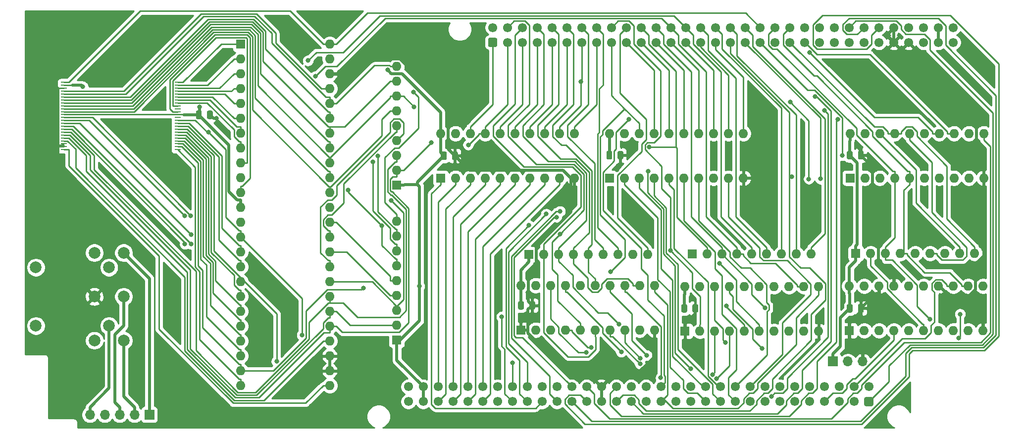
<source format=gbr>
%TF.GenerationSoftware,KiCad,Pcbnew,(5.1.7)-1*%
%TF.CreationDate,2021-09-17T17:18:02+01:00*%
%TF.ProjectId,Apricot-Expansion-RAM,41707269-636f-4742-9d45-7870616e7369,rev?*%
%TF.SameCoordinates,Original*%
%TF.FileFunction,Copper,L2,Bot*%
%TF.FilePolarity,Positive*%
%FSLAX46Y46*%
G04 Gerber Fmt 4.6, Leading zero omitted, Abs format (unit mm)*
G04 Created by KiCad (PCBNEW (5.1.7)-1) date 2021-09-17 17:18:02*
%MOMM*%
%LPD*%
G01*
G04 APERTURE LIST*
%TA.AperFunction,ComponentPad*%
%ADD10O,1.700000X1.700000*%
%TD*%
%TA.AperFunction,ComponentPad*%
%ADD11R,1.700000X1.700000*%
%TD*%
%TA.AperFunction,ComponentPad*%
%ADD12O,1.600000X1.600000*%
%TD*%
%TA.AperFunction,ComponentPad*%
%ADD13R,1.600000X1.600000*%
%TD*%
%TA.AperFunction,SMDPad,CuDef*%
%ADD14R,1.100000X0.250000*%
%TD*%
%TA.AperFunction,ComponentPad*%
%ADD15C,2.000000*%
%TD*%
%TA.AperFunction,ComponentPad*%
%ADD16C,1.550000*%
%TD*%
%TA.AperFunction,ViaPad*%
%ADD17C,0.800000*%
%TD*%
%TA.AperFunction,Conductor*%
%ADD18C,0.500000*%
%TD*%
%TA.AperFunction,Conductor*%
%ADD19C,0.249800*%
%TD*%
%TA.AperFunction,Conductor*%
%ADD20C,0.250000*%
%TD*%
%TA.AperFunction,Conductor*%
%ADD21C,0.254000*%
%TD*%
%TA.AperFunction,Conductor*%
%ADD22C,0.100000*%
%TD*%
G04 APERTURE END LIST*
D10*
%TO.P,SEL1,3*%
%TO.N,GND*%
X209672000Y-106176000D03*
%TO.P,SEL1,2*%
%TO.N,SYS_TYPE*%
X207132000Y-106176000D03*
D11*
%TO.P,SEL1,1*%
%TO.N,VCC*%
X204592000Y-106176000D03*
%TD*%
%TO.P,C11,2*%
%TO.N,GND*%
%TA.AperFunction,SMDPad,CuDef*%
G36*
G01*
X208842000Y-97550500D02*
X208842000Y-96600500D01*
G75*
G02*
X209092000Y-96350500I250000J0D01*
G01*
X209592000Y-96350500D01*
G75*
G02*
X209842000Y-96600500I0J-250000D01*
G01*
X209842000Y-97550500D01*
G75*
G02*
X209592000Y-97800500I-250000J0D01*
G01*
X209092000Y-97800500D01*
G75*
G02*
X208842000Y-97550500I0J250000D01*
G01*
G37*
%TD.AperFunction*%
%TO.P,C11,1*%
%TO.N,VCC*%
%TA.AperFunction,SMDPad,CuDef*%
G36*
G01*
X206942000Y-97550500D02*
X206942000Y-96600500D01*
G75*
G02*
X207192000Y-96350500I250000J0D01*
G01*
X207692000Y-96350500D01*
G75*
G02*
X207942000Y-96600500I0J-250000D01*
G01*
X207942000Y-97550500D01*
G75*
G02*
X207692000Y-97800500I-250000J0D01*
G01*
X207192000Y-97800500D01*
G75*
G02*
X206942000Y-97550500I0J250000D01*
G01*
G37*
%TD.AperFunction*%
%TD*%
%TO.P,C10,2*%
%TO.N,GND*%
%TA.AperFunction,SMDPad,CuDef*%
G36*
G01*
X180542000Y-97550500D02*
X180542000Y-96600500D01*
G75*
G02*
X180792000Y-96350500I250000J0D01*
G01*
X181292000Y-96350500D01*
G75*
G02*
X181542000Y-96600500I0J-250000D01*
G01*
X181542000Y-97550500D01*
G75*
G02*
X181292000Y-97800500I-250000J0D01*
G01*
X180792000Y-97800500D01*
G75*
G02*
X180542000Y-97550500I0J250000D01*
G01*
G37*
%TD.AperFunction*%
%TO.P,C10,1*%
%TO.N,VCC*%
%TA.AperFunction,SMDPad,CuDef*%
G36*
G01*
X178642000Y-97550500D02*
X178642000Y-96600500D01*
G75*
G02*
X178892000Y-96350500I250000J0D01*
G01*
X179392000Y-96350500D01*
G75*
G02*
X179642000Y-96600500I0J-250000D01*
G01*
X179642000Y-97550500D01*
G75*
G02*
X179392000Y-97800500I-250000J0D01*
G01*
X178892000Y-97800500D01*
G75*
G02*
X178642000Y-97550500I0J250000D01*
G01*
G37*
%TD.AperFunction*%
%TD*%
%TO.P,C9,2*%
%TO.N,GND*%
%TA.AperFunction,SMDPad,CuDef*%
G36*
G01*
X152642000Y-97050500D02*
X152642000Y-96100500D01*
G75*
G02*
X152892000Y-95850500I250000J0D01*
G01*
X153392000Y-95850500D01*
G75*
G02*
X153642000Y-96100500I0J-250000D01*
G01*
X153642000Y-97050500D01*
G75*
G02*
X153392000Y-97300500I-250000J0D01*
G01*
X152892000Y-97300500D01*
G75*
G02*
X152642000Y-97050500I0J250000D01*
G01*
G37*
%TD.AperFunction*%
%TO.P,C9,1*%
%TO.N,VCC*%
%TA.AperFunction,SMDPad,CuDef*%
G36*
G01*
X150742000Y-97050500D02*
X150742000Y-96100500D01*
G75*
G02*
X150992000Y-95850500I250000J0D01*
G01*
X151492000Y-95850500D01*
G75*
G02*
X151742000Y-96100500I0J-250000D01*
G01*
X151742000Y-97050500D01*
G75*
G02*
X151492000Y-97300500I-250000J0D01*
G01*
X150992000Y-97300500D01*
G75*
G02*
X150742000Y-97050500I0J250000D01*
G01*
G37*
%TD.AperFunction*%
%TD*%
%TO.P,C8,2*%
%TO.N,GND*%
%TA.AperFunction,SMDPad,CuDef*%
G36*
G01*
X167742000Y-71350500D02*
X167742000Y-70400500D01*
G75*
G02*
X167992000Y-70150500I250000J0D01*
G01*
X168492000Y-70150500D01*
G75*
G02*
X168742000Y-70400500I0J-250000D01*
G01*
X168742000Y-71350500D01*
G75*
G02*
X168492000Y-71600500I-250000J0D01*
G01*
X167992000Y-71600500D01*
G75*
G02*
X167742000Y-71350500I0J250000D01*
G01*
G37*
%TD.AperFunction*%
%TO.P,C8,1*%
%TO.N,VCC*%
%TA.AperFunction,SMDPad,CuDef*%
G36*
G01*
X165842000Y-71350500D02*
X165842000Y-70400500D01*
G75*
G02*
X166092000Y-70150500I250000J0D01*
G01*
X166592000Y-70150500D01*
G75*
G02*
X166842000Y-70400500I0J-250000D01*
G01*
X166842000Y-71350500D01*
G75*
G02*
X166592000Y-71600500I-250000J0D01*
G01*
X166092000Y-71600500D01*
G75*
G02*
X165842000Y-71350500I0J250000D01*
G01*
G37*
%TD.AperFunction*%
%TD*%
%TO.P,C7,2*%
%TO.N,GND*%
%TA.AperFunction,SMDPad,CuDef*%
G36*
G01*
X139442000Y-71450500D02*
X139442000Y-70500500D01*
G75*
G02*
X139692000Y-70250500I250000J0D01*
G01*
X140192000Y-70250500D01*
G75*
G02*
X140442000Y-70500500I0J-250000D01*
G01*
X140442000Y-71450500D01*
G75*
G02*
X140192000Y-71700500I-250000J0D01*
G01*
X139692000Y-71700500D01*
G75*
G02*
X139442000Y-71450500I0J250000D01*
G01*
G37*
%TD.AperFunction*%
%TO.P,C7,1*%
%TO.N,VCC*%
%TA.AperFunction,SMDPad,CuDef*%
G36*
G01*
X137542000Y-71450500D02*
X137542000Y-70500500D01*
G75*
G02*
X137792000Y-70250500I250000J0D01*
G01*
X138292000Y-70250500D01*
G75*
G02*
X138542000Y-70500500I0J-250000D01*
G01*
X138542000Y-71450500D01*
G75*
G02*
X138292000Y-71700500I-250000J0D01*
G01*
X137792000Y-71700500D01*
G75*
G02*
X137542000Y-71450500I0J250000D01*
G01*
G37*
%TD.AperFunction*%
%TD*%
%TO.P,C2,2*%
%TO.N,GND*%
%TA.AperFunction,SMDPad,CuDef*%
G36*
G01*
X208842000Y-71350500D02*
X208842000Y-70400500D01*
G75*
G02*
X209092000Y-70150500I250000J0D01*
G01*
X209592000Y-70150500D01*
G75*
G02*
X209842000Y-70400500I0J-250000D01*
G01*
X209842000Y-71350500D01*
G75*
G02*
X209592000Y-71600500I-250000J0D01*
G01*
X209092000Y-71600500D01*
G75*
G02*
X208842000Y-71350500I0J250000D01*
G01*
G37*
%TD.AperFunction*%
%TO.P,C2,1*%
%TO.N,VCC*%
%TA.AperFunction,SMDPad,CuDef*%
G36*
G01*
X206942000Y-71350500D02*
X206942000Y-70400500D01*
G75*
G02*
X207192000Y-70150500I250000J0D01*
G01*
X207692000Y-70150500D01*
G75*
G02*
X207942000Y-70400500I0J-250000D01*
G01*
X207942000Y-71350500D01*
G75*
G02*
X207692000Y-71600500I-250000J0D01*
G01*
X207192000Y-71600500D01*
G75*
G02*
X206942000Y-71350500I0J250000D01*
G01*
G37*
%TD.AperFunction*%
%TD*%
%TO.P,C1,2*%
%TO.N,GND*%
%TA.AperFunction,SMDPad,CuDef*%
G36*
G01*
X97542000Y-64450500D02*
X97542000Y-63500500D01*
G75*
G02*
X97792000Y-63250500I250000J0D01*
G01*
X98292000Y-63250500D01*
G75*
G02*
X98542000Y-63500500I0J-250000D01*
G01*
X98542000Y-64450500D01*
G75*
G02*
X98292000Y-64700500I-250000J0D01*
G01*
X97792000Y-64700500D01*
G75*
G02*
X97542000Y-64450500I0J250000D01*
G01*
G37*
%TD.AperFunction*%
%TO.P,C1,1*%
%TO.N,VCC*%
%TA.AperFunction,SMDPad,CuDef*%
G36*
G01*
X95642000Y-64450500D02*
X95642000Y-63500500D01*
G75*
G02*
X95892000Y-63250500I250000J0D01*
G01*
X96392000Y-63250500D01*
G75*
G02*
X96642000Y-63500500I0J-250000D01*
G01*
X96642000Y-64450500D01*
G75*
G02*
X96392000Y-64700500I-250000J0D01*
G01*
X95892000Y-64700500D01*
G75*
G02*
X95642000Y-64450500I0J250000D01*
G01*
G37*
%TD.AperFunction*%
%TD*%
D12*
%TO.P,SRAM-Socket1,48*%
%TO.N,A16*%
X118532000Y-51875500D03*
%TO.P,SRAM-Socket1,24*%
%TO.N,A1*%
X103292000Y-110295500D03*
%TO.P,SRAM-Socket1,47*%
%TO.N,VCC*%
X118532000Y-54415500D03*
%TO.P,SRAM-Socket1,23*%
%TO.N,A2*%
X103292000Y-107755500D03*
%TO.P,SRAM-Socket1,46*%
%TO.N,GND*%
X118532000Y-56955500D03*
%TO.P,SRAM-Socket1,22*%
%TO.N,A3*%
X103292000Y-105215500D03*
%TO.P,SRAM-Socket1,45*%
%TO.N,D15*%
X118532000Y-59495500D03*
%TO.P,SRAM-Socket1,21*%
%TO.N,A4*%
X103292000Y-102675500D03*
%TO.P,SRAM-Socket1,44*%
%TO.N,D7*%
X118532000Y-62035500D03*
%TO.P,SRAM-Socket1,20*%
%TO.N,A5*%
X103292000Y-100135500D03*
%TO.P,SRAM-Socket1,43*%
%TO.N,D14*%
X118532000Y-64575500D03*
%TO.P,SRAM-Socket1,19*%
%TO.N,A6*%
X103292000Y-97595500D03*
%TO.P,SRAM-Socket1,42*%
%TO.N,D6*%
X118532000Y-67115500D03*
%TO.P,SRAM-Socket1,18*%
%TO.N,A7*%
X103292000Y-95055500D03*
%TO.P,SRAM-Socket1,41*%
%TO.N,D13*%
X118532000Y-69655500D03*
%TO.P,SRAM-Socket1,17*%
%TO.N,A17*%
X103292000Y-92515500D03*
%TO.P,SRAM-Socket1,40*%
%TO.N,D5*%
X118532000Y-72195500D03*
%TO.P,SRAM-Socket1,16*%
%TO.N,A18*%
X103292000Y-89975500D03*
%TO.P,SRAM-Socket1,39*%
%TO.N,D12*%
X118532000Y-74735500D03*
%TO.P,SRAM-Socket1,15*%
%TO.N,_I_BLE*%
X103292000Y-87435500D03*
%TO.P,SRAM-Socket1,38*%
%TO.N,D4*%
X118532000Y-77275500D03*
%TO.P,SRAM-Socket1,14*%
%TO.N,_I_BHE*%
X103292000Y-84895500D03*
%TO.P,SRAM-Socket1,37*%
%TO.N,VCC*%
X118532000Y-79815500D03*
%TO.P,SRAM-Socket1,13*%
%TO.N,Net-(SRAM-Socket1-Pad13)*%
X103292000Y-82355500D03*
%TO.P,SRAM-Socket1,36*%
%TO.N,D11*%
X118532000Y-82355500D03*
%TO.P,SRAM-Socket1,12*%
%TO.N,VCC*%
X103292000Y-79815500D03*
%TO.P,SRAM-Socket1,35*%
%TO.N,D3*%
X118532000Y-84895500D03*
%TO.P,SRAM-Socket1,11*%
%TO.N,_WE*%
X103292000Y-77275500D03*
%TO.P,SRAM-Socket1,34*%
%TO.N,D10*%
X118532000Y-87435500D03*
%TO.P,SRAM-Socket1,10*%
%TO.N,Net-(SRAM-Socket1-Pad10)*%
X103292000Y-74735500D03*
%TO.P,SRAM-Socket1,33*%
%TO.N,D2*%
X118532000Y-89975500D03*
%TO.P,SRAM-Socket1,9*%
%TO.N,A19*%
X103292000Y-72195500D03*
%TO.P,SRAM-Socket1,32*%
%TO.N,D9*%
X118532000Y-92515500D03*
%TO.P,SRAM-Socket1,8*%
%TO.N,A8*%
X103292000Y-69655500D03*
%TO.P,SRAM-Socket1,31*%
%TO.N,D1*%
X118532000Y-95055500D03*
%TO.P,SRAM-Socket1,7*%
%TO.N,A9*%
X103292000Y-67115500D03*
%TO.P,SRAM-Socket1,30*%
%TO.N,D8*%
X118532000Y-97595500D03*
%TO.P,SRAM-Socket1,6*%
%TO.N,A10*%
X103292000Y-64575500D03*
%TO.P,SRAM-Socket1,29*%
%TO.N,D0*%
X118532000Y-100135500D03*
%TO.P,SRAM-Socket1,5*%
%TO.N,A11*%
X103292000Y-62035500D03*
%TO.P,SRAM-Socket1,28*%
%TO.N,_MOE*%
X118532000Y-102675500D03*
%TO.P,SRAM-Socket1,4*%
%TO.N,A12*%
X103292000Y-59495500D03*
%TO.P,SRAM-Socket1,27*%
%TO.N,GND*%
X118532000Y-105215500D03*
%TO.P,SRAM-Socket1,3*%
%TO.N,A13*%
X103292000Y-56955500D03*
%TO.P,SRAM-Socket1,26*%
%TO.N,GND*%
X118532000Y-107755500D03*
%TO.P,SRAM-Socket1,2*%
%TO.N,A14*%
X103292000Y-54415500D03*
%TO.P,SRAM-Socket1,25*%
%TO.N,A0*%
X118532000Y-110295500D03*
D13*
%TO.P,SRAM-Socket1,1*%
%TO.N,A15*%
X103292000Y-51875500D03*
%TD*%
D14*
%TO.P,SRAM1,48*%
%TO.N,A16*%
X73042000Y-58425500D03*
%TO.P,SRAM1,47*%
%TO.N,VCC*%
X73042000Y-58925500D03*
%TO.P,SRAM1,46*%
%TO.N,GND*%
X73042000Y-59425500D03*
%TO.P,SRAM1,45*%
%TO.N,D15*%
X73042000Y-59925500D03*
%TO.P,SRAM1,44*%
%TO.N,D7*%
X73042000Y-60425500D03*
%TO.P,SRAM1,43*%
%TO.N,D14*%
X73042000Y-60925500D03*
%TO.P,SRAM1,42*%
%TO.N,D6*%
X73042000Y-61425500D03*
%TO.P,SRAM1,41*%
%TO.N,D13*%
X73042000Y-61925500D03*
%TO.P,SRAM1,40*%
%TO.N,D5*%
X73042000Y-62425500D03*
%TO.P,SRAM1,39*%
%TO.N,D12*%
X73042000Y-62925500D03*
%TO.P,SRAM1,38*%
%TO.N,D4*%
X73042000Y-63425500D03*
%TO.P,SRAM1,37*%
%TO.N,VCC*%
X73042000Y-63925500D03*
%TO.P,SRAM1,36*%
%TO.N,D11*%
X73042000Y-64425500D03*
%TO.P,SRAM1,35*%
%TO.N,D3*%
X73042000Y-64925500D03*
%TO.P,SRAM1,34*%
%TO.N,D10*%
X73042000Y-65425500D03*
%TO.P,SRAM1,33*%
%TO.N,D2*%
X73042000Y-65925500D03*
%TO.P,SRAM1,32*%
%TO.N,D9*%
X73042000Y-66425500D03*
%TO.P,SRAM1,31*%
%TO.N,D1*%
X73042000Y-66925500D03*
%TO.P,SRAM1,30*%
%TO.N,D8*%
X73042000Y-67425500D03*
%TO.P,SRAM1,29*%
%TO.N,D0*%
X73042000Y-67925500D03*
%TO.P,SRAM1,28*%
%TO.N,_MOE*%
X73042000Y-68425500D03*
%TO.P,SRAM1,27*%
%TO.N,GND*%
X73042000Y-68925500D03*
%TO.P,SRAM1,26*%
X73042000Y-69425500D03*
%TO.P,SRAM1,24*%
%TO.N,A1*%
X92542000Y-69925500D03*
%TO.P,SRAM1,23*%
%TO.N,A2*%
X92542000Y-69425500D03*
%TO.P,SRAM1,22*%
%TO.N,A3*%
X92542000Y-68925500D03*
%TO.P,SRAM1,21*%
%TO.N,A4*%
X92542000Y-68425500D03*
%TO.P,SRAM1,20*%
%TO.N,A5*%
X92542000Y-67925500D03*
%TO.P,SRAM1,19*%
%TO.N,A6*%
X92542000Y-67425500D03*
%TO.P,SRAM1,18*%
%TO.N,A7*%
X92542000Y-66925500D03*
%TO.P,SRAM1,17*%
%TO.N,A17*%
X92542000Y-66425500D03*
%TO.P,SRAM1,16*%
%TO.N,A18*%
X92542000Y-65925500D03*
%TO.P,SRAM1,15*%
%TO.N,_I_BLE*%
X92542000Y-65425500D03*
%TO.P,SRAM1,14*%
%TO.N,_I_BHE*%
X92542000Y-64925500D03*
%TO.P,SRAM1,13*%
%TO.N,Net-(SRAM1-Pad13)*%
X92542000Y-64425500D03*
%TO.P,SRAM1,12*%
%TO.N,VCC*%
X92542000Y-63925500D03*
%TO.P,SRAM1,11*%
%TO.N,_WE*%
X92542000Y-63425500D03*
%TO.P,SRAM1,10*%
%TO.N,Net-(SRAM1-Pad10)*%
X92542000Y-62925500D03*
%TO.P,SRAM1,9*%
%TO.N,A19*%
X92542000Y-62425500D03*
%TO.P,SRAM1,8*%
%TO.N,A8*%
X92542000Y-61925500D03*
%TO.P,SRAM1,7*%
%TO.N,A9*%
X92542000Y-61425500D03*
%TO.P,SRAM1,6*%
%TO.N,A10*%
X92542000Y-60925500D03*
%TO.P,SRAM1,5*%
%TO.N,A11*%
X92542000Y-60425500D03*
%TO.P,SRAM1,4*%
%TO.N,A12*%
X92542000Y-59925500D03*
%TO.P,SRAM1,3*%
%TO.N,A13*%
X92542000Y-59425500D03*
%TO.P,SRAM1,2*%
%TO.N,A14*%
X92542000Y-58925500D03*
%TO.P,SRAM1,25*%
%TO.N,A0*%
X73042000Y-69925500D03*
%TO.P,SRAM1,1*%
%TO.N,A15*%
X92542000Y-58425500D03*
%TD*%
D12*
%TO.P,SBDT2,20*%
%TO.N,VCC*%
X166392000Y-67155500D03*
%TO.P,SBDT2,10*%
%TO.N,GND*%
X189252000Y-74775500D03*
%TO.P,SBDT2,19*%
%TO.N,_BOARD_OE*%
X168932000Y-67155500D03*
%TO.P,SBDT2,9*%
%TO.N,DB15*%
X186712000Y-74775500D03*
%TO.P,SBDT2,18*%
%TO.N,D8*%
X171472000Y-67155500D03*
%TO.P,SBDT2,8*%
%TO.N,DB14*%
X184172000Y-74775500D03*
%TO.P,SBDT2,17*%
%TO.N,D9*%
X174012000Y-67155500D03*
%TO.P,SBDT2,7*%
%TO.N,DB13*%
X181632000Y-74775500D03*
%TO.P,SBDT2,16*%
%TO.N,D10*%
X176552000Y-67155500D03*
%TO.P,SBDT2,6*%
%TO.N,DB12*%
X179092000Y-74775500D03*
%TO.P,SBDT2,15*%
%TO.N,D11*%
X179092000Y-67155500D03*
%TO.P,SBDT2,5*%
%TO.N,DB11*%
X176552000Y-74775500D03*
%TO.P,SBDT2,14*%
%TO.N,D12*%
X181632000Y-67155500D03*
%TO.P,SBDT2,4*%
%TO.N,DB10*%
X174012000Y-74775500D03*
%TO.P,SBDT2,13*%
%TO.N,D13*%
X184172000Y-67155500D03*
%TO.P,SBDT2,3*%
%TO.N,DB9*%
X171472000Y-74775500D03*
%TO.P,SBDT2,12*%
%TO.N,D14*%
X186712000Y-67155500D03*
%TO.P,SBDT2,2*%
%TO.N,DB8*%
X168932000Y-74775500D03*
%TO.P,SBDT2,11*%
%TO.N,D15*%
X189252000Y-67155500D03*
D13*
%TO.P,SBDT2,1*%
%TO.N,DT_R*%
X166392000Y-74775500D03*
%TD*%
D12*
%TO.P,SBDT1,20*%
%TO.N,VCC*%
X137492000Y-67155500D03*
%TO.P,SBDT1,10*%
%TO.N,GND*%
X160352000Y-74775500D03*
%TO.P,SBDT1,19*%
%TO.N,_BOARD_OE*%
X140032000Y-67155500D03*
%TO.P,SBDT1,9*%
%TO.N,DB7*%
X157812000Y-74775500D03*
%TO.P,SBDT1,18*%
%TO.N,D0*%
X142572000Y-67155500D03*
%TO.P,SBDT1,8*%
%TO.N,DB6*%
X155272000Y-74775500D03*
%TO.P,SBDT1,17*%
%TO.N,D1*%
X145112000Y-67155500D03*
%TO.P,SBDT1,7*%
%TO.N,DB5*%
X152732000Y-74775500D03*
%TO.P,SBDT1,16*%
%TO.N,D2*%
X147652000Y-67155500D03*
%TO.P,SBDT1,6*%
%TO.N,DB4*%
X150192000Y-74775500D03*
%TO.P,SBDT1,15*%
%TO.N,D3*%
X150192000Y-67155500D03*
%TO.P,SBDT1,5*%
%TO.N,DB3*%
X147652000Y-74775500D03*
%TO.P,SBDT1,14*%
%TO.N,D4*%
X152732000Y-67155500D03*
%TO.P,SBDT1,4*%
%TO.N,DB2*%
X145112000Y-74775500D03*
%TO.P,SBDT1,13*%
%TO.N,D5*%
X155272000Y-67155500D03*
%TO.P,SBDT1,3*%
%TO.N,DB1*%
X142572000Y-74775500D03*
%TO.P,SBDT1,12*%
%TO.N,D6*%
X157812000Y-67155500D03*
%TO.P,SBDT1,2*%
%TO.N,DB0*%
X140032000Y-74775500D03*
%TO.P,SBDT1,11*%
%TO.N,D7*%
X160352000Y-67155500D03*
D13*
%TO.P,SBDT1,1*%
%TO.N,DT_R*%
X137492000Y-74775500D03*
%TD*%
D12*
%TO.P,RAM-Decoder1,20*%
%TO.N,VCC*%
X207492000Y-67155500D03*
%TO.P,RAM-Decoder1,10*%
%TO.N,GND*%
X230352000Y-74775500D03*
%TO.P,RAM-Decoder1,19*%
%TO.N,Net-(RAM-Decoder1-Pad19)*%
X210032000Y-67155500D03*
%TO.P,RAM-Decoder1,9*%
%TO.N,_IORC*%
X227812000Y-74775500D03*
%TO.P,RAM-Decoder1,18*%
%TO.N,_MOE*%
X212572000Y-67155500D03*
%TO.P,RAM-Decoder1,8*%
%TO.N,_MWTC*%
X225272000Y-74775500D03*
%TO.P,RAM-Decoder1,17*%
%TO.N,_WE*%
X215112000Y-67155500D03*
%TO.P,RAM-Decoder1,7*%
%TO.N,_MRDC*%
X222732000Y-74775500D03*
%TO.P,RAM-Decoder1,16*%
%TO.N,_BOARD_OE*%
X217652000Y-67155500D03*
%TO.P,RAM-Decoder1,6*%
%TO.N,DEN*%
X220192000Y-74775500D03*
%TO.P,RAM-Decoder1,15*%
%TO.N,_MEM_OP*%
X220192000Y-67155500D03*
%TO.P,RAM-Decoder1,5*%
%TO.N,A18*%
X217652000Y-74775500D03*
%TO.P,RAM-Decoder1,14*%
%TO.N,_IO_OP*%
X222732000Y-67155500D03*
%TO.P,RAM-Decoder1,4*%
%TO.N,A17*%
X215112000Y-74775500D03*
%TO.P,RAM-Decoder1,13*%
%TO.N,IO_R_W*%
X225272000Y-67155500D03*
%TO.P,RAM-Decoder1,3*%
%TO.N,SYS_TYPE*%
X212572000Y-74775500D03*
%TO.P,RAM-Decoder1,12*%
%TO.N,Net-(RAM-Decoder1-Pad12)*%
X227812000Y-67155500D03*
%TO.P,RAM-Decoder1,2*%
%TO.N,_SELECTED*%
X210032000Y-74775500D03*
%TO.P,RAM-Decoder1,11*%
%TO.N,_IOWC*%
X230352000Y-67155500D03*
D13*
%TO.P,RAM-Decoder1,1*%
%TO.N,Net-(RAM-Decoder1-Pad1)*%
X207492000Y-74775500D03*
%TD*%
D12*
%TO.P,DP2,9*%
%TO.N,D15*%
X129992000Y-82156000D03*
%TO.P,DP2,8*%
%TO.N,D14*%
X129992000Y-84696000D03*
%TO.P,DP2,7*%
%TO.N,D13*%
X129992000Y-87236000D03*
%TO.P,DP2,6*%
%TO.N,D12*%
X129992000Y-89776000D03*
%TO.P,DP2,5*%
%TO.N,D11*%
X129992000Y-92316000D03*
%TO.P,DP2,4*%
%TO.N,D10*%
X129992000Y-94856000D03*
%TO.P,DP2,3*%
%TO.N,D9*%
X129992000Y-97396000D03*
%TO.P,DP2,2*%
%TO.N,D8*%
X129992000Y-99936000D03*
D13*
%TO.P,DP2,1*%
%TO.N,VCC*%
X129992000Y-102476000D03*
%TD*%
D12*
%TO.P,DP1,9*%
%TO.N,D7*%
X129992000Y-55655500D03*
%TO.P,DP1,8*%
%TO.N,D6*%
X129992000Y-58195500D03*
%TO.P,DP1,7*%
%TO.N,D5*%
X129992000Y-60735500D03*
%TO.P,DP1,6*%
%TO.N,D4*%
X129992000Y-63275500D03*
%TO.P,DP1,5*%
%TO.N,D3*%
X129992000Y-65815500D03*
%TO.P,DP1,4*%
%TO.N,D2*%
X129992000Y-68355500D03*
%TO.P,DP1,3*%
%TO.N,D1*%
X129992000Y-70895500D03*
%TO.P,DP1,2*%
%TO.N,D0*%
X129992000Y-73435500D03*
D13*
%TO.P,DP1,1*%
%TO.N,VCC*%
X129992000Y-75975500D03*
%TD*%
D12*
%TO.P,AP3,9*%
%TO.N,_WE*%
X228812000Y-87675500D03*
%TO.P,AP3,8*%
%TO.N,_MOE*%
X226272000Y-87675500D03*
%TO.P,AP3,7*%
%TO.N,_SELECTED*%
X223732000Y-87675500D03*
%TO.P,AP3,6*%
%TO.N,_BOARD_OE*%
X221192000Y-87675500D03*
%TO.P,AP3,5*%
%TO.N,A19*%
X218652000Y-87675500D03*
%TO.P,AP3,4*%
%TO.N,A18*%
X216112000Y-87675500D03*
%TO.P,AP3,3*%
%TO.N,A17*%
X213572000Y-87675500D03*
%TO.P,AP3,2*%
%TO.N,A16*%
X211032000Y-87675500D03*
D13*
%TO.P,AP3,1*%
%TO.N,VCC*%
X208492000Y-87675500D03*
%TD*%
D12*
%TO.P,AP2,9*%
%TO.N,A15*%
X200812000Y-87775500D03*
%TO.P,AP2,8*%
%TO.N,A14*%
X198272000Y-87775500D03*
%TO.P,AP2,7*%
%TO.N,A13*%
X195732000Y-87775500D03*
%TO.P,AP2,6*%
%TO.N,A12*%
X193192000Y-87775500D03*
%TO.P,AP2,5*%
%TO.N,A11*%
X190652000Y-87775500D03*
%TO.P,AP2,4*%
%TO.N,A10*%
X188112000Y-87775500D03*
%TO.P,AP2,3*%
%TO.N,A9*%
X185572000Y-87775500D03*
%TO.P,AP2,2*%
%TO.N,A8*%
X183032000Y-87775500D03*
D13*
%TO.P,AP2,1*%
%TO.N,VCC*%
X180492000Y-87775500D03*
%TD*%
D12*
%TO.P,AP1,9*%
%TO.N,A7*%
X172912000Y-87875500D03*
%TO.P,AP1,8*%
%TO.N,A6*%
X170372000Y-87875500D03*
%TO.P,AP1,7*%
%TO.N,A5*%
X167832000Y-87875500D03*
%TO.P,AP1,6*%
%TO.N,A4*%
X165292000Y-87875500D03*
%TO.P,AP1,5*%
%TO.N,A3*%
X162752000Y-87875500D03*
%TO.P,AP1,4*%
%TO.N,A2*%
X160212000Y-87875500D03*
%TO.P,AP1,3*%
%TO.N,A1*%
X157672000Y-87875500D03*
%TO.P,AP1,2*%
%TO.N,A0*%
X155132000Y-87875500D03*
D13*
%TO.P,AP1,1*%
%TO.N,VCC*%
X152592000Y-87875500D03*
%TD*%
D12*
%TO.P,ALATCH3,20*%
%TO.N,VCC*%
X207392000Y-93256000D03*
%TO.P,ALATCH3,10*%
%TO.N,GND*%
X230252000Y-100876000D03*
%TO.P,ALATCH3,19*%
%TO.N,Net-(ALATCH3-Pad19)*%
X209932000Y-93256000D03*
%TO.P,ALATCH3,9*%
%TO.N,A17*%
X227712000Y-100876000D03*
%TO.P,ALATCH3,18*%
%TO.N,GND*%
X212472000Y-93256000D03*
%TO.P,ALATCH3,8*%
%TO.N,AB18*%
X225172000Y-100876000D03*
%TO.P,ALATCH3,17*%
%TO.N,GND*%
X215012000Y-93256000D03*
%TO.P,ALATCH3,7*%
%TO.N,AB17*%
X222632000Y-100876000D03*
%TO.P,ALATCH3,16*%
%TO.N,Net-(ALATCH3-Pad16)*%
X217552000Y-93256000D03*
%TO.P,ALATCH3,6*%
%TO.N,A16*%
X220092000Y-100876000D03*
%TO.P,ALATCH3,15*%
%TO.N,Net-(ALATCH3-Pad15)*%
X220092000Y-93256000D03*
%TO.P,ALATCH3,5*%
%TO.N,A15*%
X217552000Y-100876000D03*
%TO.P,ALATCH3,14*%
%TO.N,GND*%
X222632000Y-93256000D03*
%TO.P,ALATCH3,4*%
%TO.N,AB16*%
X215012000Y-100876000D03*
%TO.P,ALATCH3,13*%
%TO.N,AB19*%
X225172000Y-93256000D03*
%TO.P,ALATCH3,3*%
%TO.N,AB15*%
X212472000Y-100876000D03*
%TO.P,ALATCH3,12*%
%TO.N,A18*%
X227712000Y-93256000D03*
%TO.P,ALATCH3,2*%
%TO.N,A14*%
X209932000Y-100876000D03*
%TO.P,ALATCH3,11*%
%TO.N,ALE*%
X230252000Y-93256000D03*
D13*
%TO.P,ALATCH3,1*%
%TO.N,GND*%
X207392000Y-100876000D03*
%TD*%
D12*
%TO.P,ALATCH2,20*%
%TO.N,VCC*%
X179292000Y-93356000D03*
%TO.P,ALATCH2,10*%
%TO.N,GND*%
X202152000Y-100976000D03*
%TO.P,ALATCH2,19*%
%TO.N,A13*%
X181832000Y-93356000D03*
%TO.P,ALATCH2,9*%
%TO.N,A9*%
X199612000Y-100976000D03*
%TO.P,ALATCH2,18*%
%TO.N,AB14*%
X184372000Y-93356000D03*
%TO.P,ALATCH2,8*%
%TO.N,AB10*%
X197072000Y-100976000D03*
%TO.P,ALATCH2,17*%
%TO.N,AB13*%
X186912000Y-93356000D03*
%TO.P,ALATCH2,7*%
%TO.N,AB9*%
X194532000Y-100976000D03*
%TO.P,ALATCH2,16*%
%TO.N,A12*%
X189452000Y-93356000D03*
%TO.P,ALATCH2,6*%
%TO.N,A8*%
X191992000Y-100976000D03*
%TO.P,ALATCH2,15*%
%TO.N,A11*%
X191992000Y-93356000D03*
%TO.P,ALATCH2,5*%
%TO.N,A7*%
X189452000Y-100976000D03*
%TO.P,ALATCH2,14*%
%TO.N,AB12*%
X194532000Y-93356000D03*
%TO.P,ALATCH2,4*%
%TO.N,AB8*%
X186912000Y-100976000D03*
%TO.P,ALATCH2,13*%
%TO.N,AB11*%
X197072000Y-93356000D03*
%TO.P,ALATCH2,3*%
%TO.N,AB7*%
X184372000Y-100976000D03*
%TO.P,ALATCH2,12*%
%TO.N,A10*%
X199612000Y-93356000D03*
%TO.P,ALATCH2,2*%
%TO.N,A6*%
X181832000Y-100976000D03*
%TO.P,ALATCH2,11*%
%TO.N,ALE*%
X202152000Y-93356000D03*
D13*
%TO.P,ALATCH2,1*%
%TO.N,GND*%
X179292000Y-100976000D03*
%TD*%
D12*
%TO.P,ALATCH1,20*%
%TO.N,VCC*%
X151192000Y-93156000D03*
%TO.P,ALATCH1,10*%
%TO.N,GND*%
X174052000Y-100776000D03*
%TO.P,ALATCH1,19*%
%TO.N,A5*%
X153732000Y-93156000D03*
%TO.P,ALATCH1,9*%
%TO.N,A1*%
X171512000Y-100776000D03*
%TO.P,ALATCH1,18*%
%TO.N,AB6*%
X156272000Y-93156000D03*
%TO.P,ALATCH1,8*%
%TO.N,AB2*%
X168972000Y-100776000D03*
%TO.P,ALATCH1,17*%
%TO.N,AB5*%
X158812000Y-93156000D03*
%TO.P,ALATCH1,7*%
%TO.N,AB1*%
X166432000Y-100776000D03*
%TO.P,ALATCH1,16*%
%TO.N,A4*%
X161352000Y-93156000D03*
%TO.P,ALATCH1,6*%
%TO.N,A0*%
X163892000Y-100776000D03*
%TO.P,ALATCH1,15*%
%TO.N,A3*%
X163892000Y-93156000D03*
%TO.P,ALATCH1,5*%
%TO.N,_I_BLE*%
X161352000Y-100776000D03*
%TO.P,ALATCH1,14*%
%TO.N,AB4*%
X166432000Y-93156000D03*
%TO.P,ALATCH1,4*%
%TO.N,AB0*%
X158812000Y-100776000D03*
%TO.P,ALATCH1,13*%
%TO.N,AB3*%
X168972000Y-93156000D03*
%TO.P,ALATCH1,3*%
%TO.N,_BHE*%
X156272000Y-100776000D03*
%TO.P,ALATCH1,12*%
%TO.N,A2*%
X171512000Y-93156000D03*
%TO.P,ALATCH1,2*%
%TO.N,_I_BHE*%
X153732000Y-100776000D03*
%TO.P,ALATCH1,11*%
%TO.N,ALE*%
X174052000Y-93156000D03*
D13*
%TO.P,ALATCH1,1*%
%TO.N,GND*%
X151192000Y-100776000D03*
%TD*%
D15*
%TO.P,JV-2,8*%
%TO.N,V-BLUE*%
X83292000Y-95075500D03*
%TO.P,JV-2,2*%
%TO.N,GND*%
X78292000Y-95075500D03*
%TO.P,JV-2,7*%
%TO.N,V-RED*%
X83292000Y-87575500D03*
%TO.P,JV-2,3*%
%TO.N,V-INTENSITY*%
X78292000Y-87575500D03*
%TO.P,JV-2,6*%
%TO.N,V-GREEN*%
X83292000Y-102575500D03*
%TO.P,JV-2,1*%
%TO.N,V-CVIDEO*%
X78292000Y-102575500D03*
%TO.P,JV-2,4*%
%TO.N,V-COMP-SYNC*%
X80792000Y-100075500D03*
%TO.P,JV-2,5*%
%TO.N,V-SYNC*%
X80792000Y-90075500D03*
%TO.P,JV-2,14*%
%TO.N,N/C*%
X68292000Y-90075500D03*
%TO.P,JV-2,13*%
X68292000Y-100075500D03*
%TD*%
D10*
%TO.P,JV-1,5*%
%TO.N,V-COMP-SYNC*%
X77532000Y-115276000D03*
%TO.P,JV-1,4*%
%TO.N,V-INTENSITY*%
X80072000Y-115276000D03*
%TO.P,JV-1,3*%
%TO.N,V-BLUE*%
X82612000Y-115276000D03*
%TO.P,JV-1,2*%
%TO.N,V-GREEN*%
X85152000Y-115276000D03*
D11*
%TO.P,JV-1,1*%
%TO.N,V-RED*%
X87692000Y-115276000D03*
%TD*%
D16*
%TO.P,CONN2,b32*%
%TO.N,VCC*%
X225132000Y-49035500D03*
%TO.P,CONN2,b31*%
X222592000Y-49035500D03*
%TO.P,CONN2,b30*%
%TO.N,Net-(CONN2-Padb30)*%
X220052000Y-49035500D03*
%TO.P,CONN2,b29*%
%TO.N,GND*%
X217512000Y-49035500D03*
%TO.P,CONN2,b28*%
X214972000Y-49035500D03*
%TO.P,CONN2,b27*%
%TO.N,_AIOWC*%
X212432000Y-49035500D03*
%TO.P,CONN2,b26*%
%TO.N,_RES*%
X209892000Y-49035500D03*
%TO.P,CONN2,b25*%
%TO.N,CLK15*%
X207352000Y-49035500D03*
%TO.P,CONN2,b24*%
%TO.N,_INT3*%
X204812000Y-49035500D03*
%TO.P,CONN2,b23*%
%TO.N,IRDY*%
X202272000Y-49035500D03*
%TO.P,CONN2,b22*%
%TO.N,A19*%
X199732000Y-49035500D03*
%TO.P,CONN2,b21*%
%TO.N,A18*%
X197192000Y-49035500D03*
%TO.P,CONN2,b20*%
%TO.N,A17*%
X194652000Y-49035500D03*
%TO.P,CONN2,b19*%
%TO.N,A16*%
X192112000Y-49035500D03*
%TO.P,CONN2,b18*%
%TO.N,A15*%
X189572000Y-49035500D03*
%TO.P,CONN2,b17*%
%TO.N,A14*%
X187032000Y-49035500D03*
%TO.P,CONN2,b16*%
%TO.N,A13*%
X184492000Y-49035500D03*
%TO.P,CONN2,b15*%
%TO.N,A12*%
X181952000Y-49035500D03*
%TO.P,CONN2,b14*%
%TO.N,A11*%
X179412000Y-49035500D03*
%TO.P,CONN2,b13*%
%TO.N,A10*%
X176872000Y-49035500D03*
%TO.P,CONN2,b12*%
%TO.N,A9*%
X174332000Y-49035500D03*
%TO.P,CONN2,b11*%
%TO.N,A8*%
X171792000Y-49035500D03*
%TO.P,CONN2,b10*%
%TO.N,A7*%
X169252000Y-49035500D03*
%TO.P,CONN2,b9*%
%TO.N,A6*%
X166712000Y-49035500D03*
%TO.P,CONN2,b8*%
%TO.N,A5*%
X164172000Y-49035500D03*
%TO.P,CONN2,b7*%
%TO.N,A4*%
X161632000Y-49035500D03*
%TO.P,CONN2,b6*%
%TO.N,A3*%
X159092000Y-49035500D03*
%TO.P,CONN2,b5*%
%TO.N,A2*%
X156552000Y-49035500D03*
%TO.P,CONN2,b4*%
%TO.N,A1*%
X154012000Y-49035500D03*
%TO.P,CONN2,b3*%
%TO.N,A0*%
X151472000Y-49035500D03*
%TO.P,CONN2,b2*%
%TO.N,_I_BLE*%
X148932000Y-49035500D03*
%TO.P,CONN2,b1*%
%TO.N,_I_BHE*%
X146392000Y-49035500D03*
%TO.P,CONN2,a32*%
%TO.N,VCC*%
X225132000Y-51575500D03*
%TO.P,CONN2,a31*%
X222592000Y-51575500D03*
%TO.P,CONN2,a30*%
%TO.N,Net-(CONN2-Pada30)*%
X220052000Y-51575500D03*
%TO.P,CONN2,a29*%
%TO.N,GND*%
X217512000Y-51575500D03*
%TO.P,CONN2,a28*%
X214972000Y-51575500D03*
%TO.P,CONN2,a27*%
%TO.N,_AMWC*%
X212432000Y-51575500D03*
%TO.P,CONN2,a26*%
%TO.N,Net-(CONN2-Pada26)*%
X209892000Y-51575500D03*
%TO.P,CONN2,a25*%
%TO.N,CLK5*%
X207352000Y-51575500D03*
%TO.P,CONN2,a24*%
%TO.N,_INT2*%
X204812000Y-51575500D03*
%TO.P,CONN2,a23*%
%TO.N,MRDY*%
X202272000Y-51575500D03*
%TO.P,CONN2,a22*%
%TO.N,IO_R_W*%
X199732000Y-51575500D03*
%TO.P,CONN2,a21*%
%TO.N,_WE*%
X197192000Y-51575500D03*
%TO.P,CONN2,a20*%
%TO.N,_IO_OP*%
X194652000Y-51575500D03*
%TO.P,CONN2,a19*%
%TO.N,_MEM_OP*%
X192112000Y-51575500D03*
%TO.P,CONN2,a18*%
%TO.N,_SELECTED*%
X189572000Y-51575500D03*
%TO.P,CONN2,a17*%
%TO.N,DEN*%
X187032000Y-51575500D03*
%TO.P,CONN2,a16*%
%TO.N,D15*%
X184492000Y-51575500D03*
%TO.P,CONN2,a15*%
%TO.N,D14*%
X181952000Y-51575500D03*
%TO.P,CONN2,a14*%
%TO.N,D13*%
X179412000Y-51575500D03*
%TO.P,CONN2,a13*%
%TO.N,D12*%
X176872000Y-51575500D03*
%TO.P,CONN2,a12*%
%TO.N,D11*%
X174332000Y-51575500D03*
%TO.P,CONN2,a11*%
%TO.N,D10*%
X171792000Y-51575500D03*
%TO.P,CONN2,a10*%
%TO.N,D9*%
X169252000Y-51575500D03*
%TO.P,CONN2,a9*%
%TO.N,D8*%
X166712000Y-51575500D03*
%TO.P,CONN2,a8*%
%TO.N,D7*%
X164172000Y-51575500D03*
%TO.P,CONN2,a7*%
%TO.N,D6*%
X161632000Y-51575500D03*
%TO.P,CONN2,a6*%
%TO.N,D5*%
X159092000Y-51575500D03*
%TO.P,CONN2,a5*%
%TO.N,D4*%
X156552000Y-51575500D03*
%TO.P,CONN2,a4*%
%TO.N,D3*%
X154012000Y-51575500D03*
%TO.P,CONN2,a3*%
%TO.N,D2*%
X151472000Y-51575500D03*
%TO.P,CONN2,a2*%
%TO.N,D1*%
X148932000Y-51575500D03*
%TO.P,CONN2,a1*%
%TO.N,D0*%
%TA.AperFunction,ComponentPad*%
G36*
G01*
X146917001Y-52350500D02*
X145866999Y-52350500D01*
G75*
G02*
X145617000Y-52100501I0J249999D01*
G01*
X145617000Y-51050499D01*
G75*
G02*
X145866999Y-50800500I249999J0D01*
G01*
X146917001Y-50800500D01*
G75*
G02*
X147167000Y-51050499I0J-249999D01*
G01*
X147167000Y-52100501D01*
G75*
G02*
X146917001Y-52350500I-249999J0D01*
G01*
G37*
%TD.AperFunction*%
%TD*%
%TO.P,CONN1,b32*%
%TO.N,-12V*%
X131972000Y-110496000D03*
%TO.P,CONN1,b31*%
%TO.N,VCC*%
X134512000Y-110496000D03*
%TO.P,CONN1,b30*%
%TO.N,DB0*%
X137052000Y-110496000D03*
%TO.P,CONN1,b29*%
%TO.N,DB2*%
X139592000Y-110496000D03*
%TO.P,CONN1,b28*%
%TO.N,DB4*%
X142132000Y-110496000D03*
%TO.P,CONN1,b27*%
%TO.N,DB6*%
X144672000Y-110496000D03*
%TO.P,CONN1,b26*%
%TO.N,AB10*%
X147212000Y-110496000D03*
%TO.P,CONN1,b25*%
%TO.N,AB11*%
X149752000Y-110496000D03*
%TO.P,CONN1,b24*%
%TO.N,_AMWC*%
X152292000Y-110496000D03*
%TO.P,CONN1,b23*%
%TO.N,Net-(CONN1-Padb23)*%
X154832000Y-110496000D03*
%TO.P,CONN1,b22*%
%TO.N,Net-(CONN1-Padb22)*%
X157372000Y-110496000D03*
%TO.P,CONN1,b21*%
%TO.N,_MWTC*%
X159912000Y-110496000D03*
%TO.P,CONN1,b20*%
%TO.N,_IOWC*%
X162452000Y-110496000D03*
%TO.P,CONN1,b19*%
%TO.N,GND*%
X164992000Y-110496000D03*
%TO.P,CONN1,b18*%
%TO.N,CLK5*%
X167532000Y-110496000D03*
%TO.P,CONN1,b17*%
%TO.N,IRDY*%
X170072000Y-110496000D03*
%TO.P,CONN1,b16*%
%TO.N,Net-(CONN1-Padb16)*%
X172612000Y-110496000D03*
%TO.P,CONN1,b15*%
%TO.N,_INT3*%
X175152000Y-110496000D03*
%TO.P,CONN1,b14*%
%TO.N,AB6*%
X177692000Y-110496000D03*
%TO.P,CONN1,b13*%
%TO.N,AB8*%
X180232000Y-110496000D03*
%TO.P,CONN1,b12*%
%TO.N,DB9*%
X182772000Y-110496000D03*
%TO.P,CONN1,b11*%
%TO.N,DB11*%
X185312000Y-110496000D03*
%TO.P,CONN1,b10*%
%TO.N,DB13*%
X187852000Y-110496000D03*
%TO.P,CONN1,b9*%
%TO.N,DB15*%
X190392000Y-110496000D03*
%TO.P,CONN1,b8*%
%TO.N,AB2*%
X192932000Y-110496000D03*
%TO.P,CONN1,b7*%
%TO.N,AB4*%
X195472000Y-110496000D03*
%TO.P,CONN1,b6*%
%TO.N,AB0*%
X198012000Y-110496000D03*
%TO.P,CONN1,b5*%
%TO.N,AB14*%
X200552000Y-110496000D03*
%TO.P,CONN1,b4*%
%TO.N,AB15*%
X203092000Y-110496000D03*
%TO.P,CONN1,b3*%
%TO.N,AB17*%
X205632000Y-110496000D03*
%TO.P,CONN1,b2*%
%TO.N,AB19*%
X208172000Y-110496000D03*
%TO.P,CONN1,b1*%
%TO.N,Net-(CONN1-Padb1)*%
X210712000Y-110496000D03*
%TO.P,CONN1,a32*%
%TO.N,+12V*%
X131972000Y-113036000D03*
%TO.P,CONN1,a31*%
%TO.N,VCC*%
X134512000Y-113036000D03*
%TO.P,CONN1,a30*%
%TO.N,DB1*%
X137052000Y-113036000D03*
%TO.P,CONN1,a29*%
%TO.N,DB3*%
X139592000Y-113036000D03*
%TO.P,CONN1,a28*%
%TO.N,DB5*%
X142132000Y-113036000D03*
%TO.P,CONN1,a27*%
%TO.N,DB7*%
X144672000Y-113036000D03*
%TO.P,CONN1,a26*%
%TO.N,AB9*%
X147212000Y-113036000D03*
%TO.P,CONN1,a25*%
%TO.N,AB12*%
X149752000Y-113036000D03*
%TO.P,CONN1,a24*%
%TO.N,_MRDC*%
X152292000Y-113036000D03*
%TO.P,CONN1,a23*%
%TO.N,DT_R*%
X154832000Y-113036000D03*
%TO.P,CONN1,a22*%
%TO.N,_IORC*%
X157372000Y-113036000D03*
%TO.P,CONN1,a21*%
%TO.N,_RES*%
X159912000Y-113036000D03*
%TO.P,CONN1,a20*%
%TO.N,_AIOWC*%
X162452000Y-113036000D03*
%TO.P,CONN1,a19*%
%TO.N,GND*%
X164992000Y-113036000D03*
%TO.P,CONN1,a18*%
%TO.N,DEN*%
X167532000Y-113036000D03*
%TO.P,CONN1,a17*%
%TO.N,MRDY*%
X170072000Y-113036000D03*
%TO.P,CONN1,a16*%
%TO.N,Net-(CONN1-Pada16)*%
X172612000Y-113036000D03*
%TO.P,CONN1,a15*%
%TO.N,ALE*%
X175152000Y-113036000D03*
%TO.P,CONN1,a14*%
%TO.N,_INT2*%
X177692000Y-113036000D03*
%TO.P,CONN1,a13*%
%TO.N,AB7*%
X180232000Y-113036000D03*
%TO.P,CONN1,a12*%
%TO.N,DB8*%
X182772000Y-113036000D03*
%TO.P,CONN1,a11*%
%TO.N,DB10*%
X185312000Y-113036000D03*
%TO.P,CONN1,a10*%
%TO.N,DB12*%
X187852000Y-113036000D03*
%TO.P,CONN1,a9*%
%TO.N,DB14*%
X190392000Y-113036000D03*
%TO.P,CONN1,a8*%
%TO.N,AB1*%
X192932000Y-113036000D03*
%TO.P,CONN1,a7*%
%TO.N,AB3*%
X195472000Y-113036000D03*
%TO.P,CONN1,a6*%
%TO.N,AB5*%
X198012000Y-113036000D03*
%TO.P,CONN1,a5*%
%TO.N,AB13*%
X200552000Y-113036000D03*
%TO.P,CONN1,a4*%
%TO.N,AB16*%
X203092000Y-113036000D03*
%TO.P,CONN1,a3*%
%TO.N,AB18*%
X205632000Y-113036000D03*
%TO.P,CONN1,a2*%
%TO.N,_BHE*%
X208172000Y-113036000D03*
%TO.P,CONN1,a1*%
%TO.N,CLK15*%
%TA.AperFunction,ComponentPad*%
G36*
G01*
X211487000Y-112510999D02*
X211487000Y-113561001D01*
G75*
G02*
X211237001Y-113811000I-249999J0D01*
G01*
X210186999Y-113811000D01*
G75*
G02*
X209937000Y-113561001I0J249999D01*
G01*
X209937000Y-112510999D01*
G75*
G02*
X210186999Y-112261000I249999J0D01*
G01*
X211237001Y-112261000D01*
G75*
G02*
X211487000Y-112510999I0J-249999D01*
G01*
G37*
%TD.AperFunction*%
%TD*%
D17*
%TO.N,VCC*%
X96294500Y-62631200D03*
X76328100Y-59163700D03*
X133871900Y-93295500D03*
X128421400Y-56306800D03*
%TO.N,GND*%
X99156200Y-64559300D03*
X208631100Y-69329400D03*
X167662000Y-73361500D03*
X91892000Y-73975500D03*
X84492000Y-52675500D03*
X111192000Y-102875500D03*
X91692000Y-96075500D03*
X107092000Y-104575500D03*
X133692000Y-105875500D03*
X147192000Y-105275500D03*
X211192000Y-57875500D03*
X220092000Y-77875500D03*
X222692000Y-78475500D03*
X217792000Y-77275500D03*
X218692000Y-70775500D03*
X186592000Y-71375500D03*
X184292000Y-71475500D03*
X98392000Y-55875500D03*
X116492000Y-55075500D03*
X212592000Y-116275500D03*
X209592000Y-90875500D03*
X218392000Y-90775500D03*
X206292000Y-91175500D03*
X197292000Y-95775500D03*
X199792000Y-98775500D03*
X89792000Y-60875500D03*
X126492000Y-110275500D03*
X124792000Y-102475500D03*
X133592000Y-102475500D03*
X111792000Y-99875500D03*
X111692000Y-97675500D03*
X105592000Y-96875500D03*
X106892000Y-92375500D03*
X106192000Y-89975500D03*
X109592000Y-93775500D03*
X111692000Y-95175500D03*
X147292000Y-89275500D03*
X155292000Y-103175500D03*
X165392000Y-105375500D03*
X194892000Y-97975500D03*
X212292000Y-96675500D03*
X212292000Y-103375500D03*
X192892000Y-81975500D03*
X212792000Y-79375500D03*
X225092000Y-62175500D03*
X215092000Y-61975500D03*
X206192000Y-56475500D03*
X194192000Y-66175500D03*
X159803800Y-78663700D03*
X131592000Y-50475500D03*
X134992000Y-54375500D03*
X119092000Y-49675500D03*
X114792000Y-51575500D03*
X89092000Y-82675500D03*
X166492000Y-78675500D03*
X168992000Y-78775500D03*
X184092000Y-78475500D03*
X201392000Y-80575500D03*
X229192000Y-54775500D03*
X226892000Y-56875500D03*
X222092000Y-84275500D03*
%TO.N,A1*%
X167959800Y-99765300D03*
%TO.N,AB6*%
X162412900Y-104641300D03*
%TO.N,AB2*%
X171617600Y-105590300D03*
%TO.N,AB5*%
X168372700Y-104532700D03*
%TO.N,AB1*%
X171603100Y-106601500D03*
%TO.N,AB4*%
X172749400Y-105143700D03*
%TO.N,AB0*%
X163235100Y-103806000D03*
%TO.N,AB3*%
X175123300Y-108960700D03*
%TO.N,A2*%
X124266900Y-93586000D03*
%TO.N,A9*%
X192948400Y-96954100D03*
%TO.N,AB14*%
X186169700Y-102892100D03*
%TO.N,AB13*%
X192432000Y-103919100D03*
%TO.N,A8*%
X173178400Y-69480000D03*
X185180500Y-89361400D03*
%TO.N,A11*%
X114809800Y-54699300D03*
%TO.N,A7*%
X186386100Y-96627900D03*
%TO.N,AB12*%
X147924900Y-98519600D03*
%TO.N,AB8*%
X184676900Y-109108700D03*
%TO.N,AB11*%
X149776500Y-106430900D03*
%TO.N,AB7*%
X183969400Y-108401400D03*
%TO.N,A10*%
X116048100Y-57393600D03*
%TO.N,A6*%
X176788800Y-87185700D03*
%TO.N,A17*%
X221155000Y-98971200D03*
X109459100Y-106145700D03*
%TO.N,A19*%
X200452900Y-74949300D03*
X197247700Y-61762700D03*
%TO.N,DEN*%
X197524800Y-74578900D03*
%TO.N,_AMWC*%
X155562200Y-80929800D03*
%TO.N,_MWTC*%
X157333500Y-81478500D03*
%TO.N,CLK5*%
X205437400Y-64776600D03*
%TO.N,IRDY*%
X226306700Y-98066000D03*
X226060100Y-102153400D03*
%TO.N,_INT3*%
X169711400Y-64770600D03*
%TO.N,_MRDC*%
X152558700Y-82884600D03*
%TO.N,_IORC*%
X157925000Y-80478300D03*
%TO.N,MRDY*%
X201487900Y-60857800D03*
%TO.N,_INT2*%
X203088700Y-63174300D03*
X194031800Y-112161400D03*
%TO.N,D15*%
X132878600Y-60112800D03*
%TO.N,D14*%
X126744600Y-71037000D03*
%TO.N,D13*%
X125937000Y-72050500D03*
%TO.N,D12*%
X127437300Y-82981100D03*
X121676600Y-76805300D03*
%TO.N,D11*%
X94772700Y-81230200D03*
%TO.N,D10*%
X94804400Y-84472600D03*
%TO.N,D9*%
X129052300Y-78633100D03*
X93777700Y-86080400D03*
%TO.N,D8*%
X166512500Y-90833000D03*
%TO.N,D6*%
X161487300Y-58265400D03*
%TO.N,D5*%
X132940000Y-62594000D03*
%TO.N,D3*%
X93762000Y-81256100D03*
%TO.N,D2*%
X94805900Y-86080000D03*
%TO.N,D1*%
X142222200Y-69113900D03*
%TO.N,D0*%
X135874700Y-68678100D03*
%TO.N,_I_BLE*%
X157893600Y-84344000D03*
%TO.N,_I_BHE*%
X97792700Y-66971500D03*
X113786800Y-101664100D03*
%TO.N,_SELECTED*%
X202410500Y-74933200D03*
%TO.N,_IO_OP*%
X200580400Y-53338300D03*
%TO.N,_MEM_OP*%
X206173700Y-70927200D03*
%TO.N,DB14*%
X173023200Y-73650200D03*
X180281900Y-107367400D03*
%TD*%
D18*
%TO.N,VCC*%
X137492000Y-65905200D02*
X137492000Y-63523600D01*
X137492000Y-63523600D02*
X130913400Y-56945000D01*
X130913400Y-56945000D02*
X129059600Y-56945000D01*
X129059600Y-56945000D02*
X128421400Y-56306800D01*
D19*
X92542000Y-63925500D02*
X93417200Y-63925500D01*
X93542500Y-63937300D02*
X93429000Y-63937300D01*
X93429000Y-63937300D02*
X93417200Y-63925500D01*
D18*
X96142000Y-63937300D02*
X96142000Y-63975500D01*
X96294500Y-62631200D02*
X96294500Y-63784800D01*
X96294500Y-63784800D02*
X96142000Y-63937300D01*
X96142000Y-63937300D02*
X93542500Y-63937300D01*
X74492800Y-58925500D02*
X76089900Y-58925500D01*
X76089900Y-58925500D02*
X76328100Y-59163700D01*
D19*
X74492800Y-58925500D02*
X73042000Y-58925500D01*
X92542000Y-63925500D02*
X73042000Y-63925500D01*
D18*
X207442000Y-97075500D02*
X205831600Y-98685900D01*
X205831600Y-98685900D02*
X205831600Y-103636100D01*
X205831600Y-103636100D02*
X204592000Y-104875700D01*
X207442000Y-97075500D02*
X207442000Y-94556300D01*
X207442000Y-94556300D02*
X207392000Y-94506300D01*
X204592000Y-106176000D02*
X204592000Y-104875700D01*
X103292000Y-78565200D02*
X102745000Y-78565200D01*
X102745000Y-78565200D02*
X101309700Y-77129900D01*
X101309700Y-77129900D02*
X101309700Y-69143200D01*
X101309700Y-69143200D02*
X96142000Y-63975500D01*
X179292000Y-93356000D02*
X179292000Y-94606300D01*
X179292000Y-94606300D02*
X179142000Y-94756300D01*
X179142000Y-94756300D02*
X179142000Y-97075500D01*
X103292000Y-79815500D02*
X103292000Y-78565200D01*
X133871900Y-93295500D02*
X133871900Y-99221200D01*
X133871900Y-99221200D02*
X129992000Y-103101100D01*
X133514900Y-75913100D02*
X133871900Y-76270100D01*
X133871900Y-76270100D02*
X133871900Y-93295500D01*
X133514900Y-75913100D02*
X131304700Y-75913100D01*
X131304700Y-75913100D02*
X131242300Y-75975500D01*
X138042000Y-70975500D02*
X133514900Y-75502600D01*
X133514900Y-75502600D02*
X133514900Y-75913100D01*
X129992000Y-103101100D02*
X129992000Y-103726300D01*
X129992000Y-102476000D02*
X129992000Y-103101100D01*
X129992000Y-75975500D02*
X131242300Y-75975500D01*
X222592000Y-51575500D02*
X222592000Y-49035500D01*
X129992000Y-103726300D02*
X129992000Y-105976000D01*
X129992000Y-105976000D02*
X134512000Y-110496000D01*
X152592000Y-88500600D02*
X152592000Y-87875500D01*
X152592000Y-88500600D02*
X152592000Y-89125800D01*
X152592000Y-89125800D02*
X151192000Y-90525800D01*
X151192000Y-90525800D02*
X151192000Y-93156000D01*
X151192000Y-93156000D02*
X151192000Y-94406300D01*
X151192000Y-94406300D02*
X151242000Y-94456300D01*
X151242000Y-94456300D02*
X151242000Y-96575500D01*
X134512000Y-113036000D02*
X134512000Y-110496000D01*
X137492000Y-68405800D02*
X137492000Y-70425500D01*
X137492000Y-70425500D02*
X138042000Y-70975500D01*
X208492000Y-87675500D02*
X208492000Y-86425200D01*
X207442000Y-70875500D02*
X208742400Y-72175900D01*
X208742400Y-72175900D02*
X208742400Y-86174800D01*
X208742400Y-86174800D02*
X208492000Y-86425200D01*
X207492000Y-68405800D02*
X207442000Y-68455800D01*
X207442000Y-68455800D02*
X207442000Y-70875500D01*
X137492000Y-67155500D02*
X137492000Y-65905200D01*
X166392000Y-67155500D02*
X166392000Y-68405800D01*
X166392000Y-68405800D02*
X166342000Y-68455800D01*
X166342000Y-68455800D02*
X166342000Y-70875500D01*
X137492000Y-67155500D02*
X137492000Y-68405800D01*
X207492000Y-67155500D02*
X207492000Y-68405800D01*
X207392000Y-93256000D02*
X207392000Y-94506300D01*
X207392000Y-93256000D02*
X207392000Y-90025800D01*
X207392000Y-90025800D02*
X208492000Y-88925800D01*
X208492000Y-87675500D02*
X208492000Y-88925800D01*
%TO.N,GND*%
X230352000Y-74775500D02*
X230352000Y-73525200D01*
X230352000Y-73525200D02*
X229101700Y-72274900D01*
X229101700Y-72274900D02*
X229101700Y-63165200D01*
X229101700Y-63165200D02*
X217512000Y-51575500D01*
X226718800Y-96092400D02*
X228962400Y-93848800D01*
X228962400Y-93848800D02*
X228962400Y-89492300D01*
X228962400Y-89492300D02*
X230352000Y-88102700D01*
X230352000Y-88102700D02*
X230352000Y-74775500D01*
X72780100Y-69350100D02*
X72966600Y-69350100D01*
X72272800Y-69350100D02*
X72780100Y-69350100D01*
X72780100Y-69350100D02*
X72780100Y-69187400D01*
D19*
X72780100Y-69187400D02*
X73042000Y-68925500D01*
D18*
X78292000Y-95075500D02*
X72041600Y-88825100D01*
X72041600Y-88825100D02*
X72041600Y-69581300D01*
X72041600Y-69581300D02*
X72272800Y-69350100D01*
X72041600Y-59425500D02*
X72041600Y-69118900D01*
X72041600Y-69118900D02*
X72272800Y-69350100D01*
D19*
X72041600Y-59425500D02*
X73042000Y-59425500D01*
X72966600Y-69350100D02*
X73042000Y-69425500D01*
D18*
X159803800Y-74775500D02*
X159803800Y-78663700D01*
X159803800Y-80594400D02*
X153842400Y-86555800D01*
X153842400Y-86555800D02*
X153842400Y-89721200D01*
X153842400Y-89721200D02*
X152462000Y-91101600D01*
X152462000Y-91101600D02*
X152462000Y-95895500D01*
X152462000Y-95895500D02*
X153142000Y-96575500D01*
X139942000Y-70975500D02*
X142394600Y-73428100D01*
X142394600Y-73428100D02*
X158456400Y-73428100D01*
X158456400Y-73428100D02*
X159803800Y-74775500D01*
X118532000Y-56955500D02*
X119782300Y-56955500D01*
X119782300Y-56955500D02*
X122344100Y-54393700D01*
X122344100Y-54393700D02*
X130526800Y-54393700D01*
X130526800Y-54393700D02*
X138762000Y-62628900D01*
X138762000Y-62628900D02*
X138762000Y-69795500D01*
X138762000Y-69795500D02*
X139942000Y-70975500D01*
X118532000Y-105215500D02*
X118532000Y-107755500D01*
X164992000Y-110496000D02*
X167644500Y-107843500D01*
X167644500Y-107843500D02*
X171575300Y-107843500D01*
X171575300Y-107843500D02*
X174052000Y-105366800D01*
X174052000Y-105366800D02*
X174052000Y-102026300D01*
X98042000Y-63975500D02*
X98625800Y-64559300D01*
X98625800Y-64559300D02*
X99156200Y-64559300D01*
X222632000Y-93256000D02*
X222757400Y-93256000D01*
X222757400Y-93256000D02*
X225593900Y-96092500D01*
X225593900Y-96092500D02*
X226718700Y-96092500D01*
X226718700Y-96092500D02*
X226718800Y-96092400D01*
X226718800Y-96092400D02*
X230252000Y-99625700D01*
X230252000Y-100876000D02*
X230252000Y-99625700D01*
X168242000Y-70875500D02*
X168242000Y-72781500D01*
X168242000Y-72781500D02*
X167662000Y-73361500D01*
X209342000Y-97075500D02*
X209342000Y-97675700D01*
X209342000Y-97675700D02*
X207392000Y-99625700D01*
X212472000Y-94506300D02*
X211911200Y-94506300D01*
X211911200Y-94506300D02*
X209342000Y-97075500D01*
X207392000Y-100876000D02*
X207392000Y-99625700D01*
X208631100Y-69329400D02*
X209342000Y-70040300D01*
X209342000Y-70040300D02*
X209342000Y-70875500D01*
X209672000Y-104875700D02*
X207392000Y-102595700D01*
X207392000Y-102595700D02*
X207392000Y-100876000D01*
X164992000Y-110496000D02*
X163316400Y-108820400D01*
X163316400Y-108820400D02*
X159976000Y-108820400D01*
X159976000Y-108820400D02*
X152442300Y-101286700D01*
X152442300Y-101286700D02*
X152442300Y-100776000D01*
X179292000Y-100976000D02*
X179292000Y-99725700D01*
X179292000Y-99725700D02*
X181042000Y-97975700D01*
X181042000Y-97975700D02*
X181042000Y-97075500D01*
X214972000Y-51575500D02*
X214972000Y-49035500D01*
X215012000Y-93256000D02*
X215012000Y-92005700D01*
X215012000Y-92005700D02*
X212321600Y-89315300D01*
X212321600Y-89315300D02*
X212321600Y-81995300D01*
X212321600Y-81995300D02*
X211302000Y-80975700D01*
X211302000Y-80975700D02*
X211302000Y-72835500D01*
X211302000Y-72835500D02*
X209342000Y-70875500D01*
X209672000Y-106176000D02*
X209672000Y-104875700D01*
X174052000Y-100776000D02*
X174052000Y-102026300D01*
X153142000Y-96575500D02*
X152442300Y-97275200D01*
X152442300Y-97275200D02*
X152442300Y-100776000D01*
X151192000Y-100776000D02*
X152442300Y-100776000D01*
X164992000Y-113036000D02*
X164992000Y-110496000D01*
X160352000Y-74775500D02*
X159803800Y-74775500D01*
X212472000Y-93256000D02*
X212472000Y-94506300D01*
X159803800Y-78663700D02*
X159803800Y-80594400D01*
D20*
%TO.N,A5*%
X93417300Y-67925500D02*
X93780500Y-67925500D01*
X93780500Y-67925500D02*
X97344600Y-71489600D01*
X97344600Y-71489600D02*
X97344600Y-87986000D01*
X97344600Y-87986000D02*
X98563100Y-89204500D01*
X98563100Y-89204500D02*
X98563100Y-94458600D01*
X98563100Y-94458600D02*
X103114700Y-99010200D01*
X103114700Y-99010200D02*
X103292000Y-99010200D01*
X167832000Y-87875500D02*
X167832000Y-86750200D01*
X164172000Y-49035500D02*
X165275000Y-50138500D01*
X165275000Y-50138500D02*
X165275000Y-58888500D01*
X165275000Y-58888500D02*
X164641600Y-59521900D01*
X164641600Y-59521900D02*
X164641600Y-66927100D01*
X164641600Y-66927100D02*
X164323300Y-67245400D01*
X164323300Y-67245400D02*
X164323300Y-83241500D01*
X164323300Y-83241500D02*
X167832000Y-86750200D01*
X103292000Y-100135500D02*
X103292000Y-99010200D01*
X92542000Y-67925500D02*
X93417300Y-67925500D01*
%TO.N,A1*%
X92542000Y-69925500D02*
X95534700Y-72918200D01*
X95534700Y-72918200D02*
X95534700Y-89997600D01*
X95534700Y-89997600D02*
X96311800Y-90774700D01*
X96311800Y-90774700D02*
X96311800Y-102394500D01*
X96311800Y-102394500D02*
X103087500Y-109170200D01*
X103087500Y-109170200D02*
X103292000Y-109170200D01*
X157672000Y-86750200D02*
X162425400Y-81996800D01*
X162425400Y-81996800D02*
X162425400Y-73941000D01*
X162425400Y-73941000D02*
X160436600Y-71952200D01*
X160436600Y-71952200D02*
X155880100Y-71952200D01*
X155880100Y-71952200D02*
X151555300Y-67627400D01*
X151555300Y-67627400D02*
X151555300Y-65796900D01*
X151555300Y-65796900D02*
X155151400Y-62200800D01*
X155151400Y-62200800D02*
X155151400Y-50174900D01*
X155151400Y-50174900D02*
X154012000Y-49035500D01*
X157672000Y-87875500D02*
X157672000Y-86750200D01*
X157672000Y-87875500D02*
X157672000Y-89000800D01*
X157672000Y-89000800D02*
X160082000Y-91410800D01*
X160082000Y-91410800D02*
X160082000Y-93477600D01*
X160082000Y-93477600D02*
X164415400Y-97811000D01*
X164415400Y-97811000D02*
X166005500Y-97811000D01*
X166005500Y-97811000D02*
X167959800Y-99765300D01*
X103292000Y-110295500D02*
X103292000Y-109170200D01*
%TO.N,AB6*%
X162412900Y-104641300D02*
X161033300Y-104641300D01*
X161033300Y-104641300D02*
X157686600Y-101294600D01*
X157686600Y-101294600D02*
X157686600Y-100311500D01*
X157686600Y-100311500D02*
X156272000Y-98896900D01*
X156272000Y-98896900D02*
X156272000Y-93156000D01*
%TO.N,AB2*%
X168972000Y-100776000D02*
X168972000Y-102944700D01*
X168972000Y-102944700D02*
X171617600Y-105590300D01*
%TO.N,AB5*%
X158812000Y-94281300D02*
X159093300Y-94281300D01*
X159093300Y-94281300D02*
X165162000Y-100350000D01*
X165162000Y-100350000D02*
X165162000Y-101322000D01*
X165162000Y-101322000D02*
X168372700Y-104532700D01*
X158812000Y-93156000D02*
X158812000Y-94281300D01*
%TO.N,AB1*%
X166432000Y-101901300D02*
X166902900Y-101901300D01*
X166902900Y-101901300D02*
X171603100Y-106601500D01*
X166432000Y-100776000D02*
X166432000Y-101901300D01*
%TO.N,A4*%
X93417300Y-68425500D02*
X93643600Y-68425500D01*
X93643600Y-68425500D02*
X96894300Y-71676200D01*
X96894300Y-71676200D02*
X96894300Y-88172700D01*
X96894300Y-88172700D02*
X98112700Y-89391100D01*
X98112700Y-89391100D02*
X98112700Y-96548200D01*
X98112700Y-96548200D02*
X103114700Y-101550200D01*
X103114700Y-101550200D02*
X103292000Y-101550200D01*
X165292000Y-87875500D02*
X165292000Y-86750200D01*
X161632000Y-49035500D02*
X162737700Y-50141200D01*
X162737700Y-50141200D02*
X162737700Y-62234500D01*
X162737700Y-62234500D02*
X159225000Y-65747200D01*
X159225000Y-65747200D02*
X159225000Y-67660800D01*
X159225000Y-67660800D02*
X163845400Y-72281200D01*
X163845400Y-72281200D02*
X163845400Y-85303600D01*
X163845400Y-85303600D02*
X165292000Y-86750200D01*
X103292000Y-102675500D02*
X103292000Y-101550200D01*
X92542000Y-68425500D02*
X93417300Y-68425500D01*
%TO.N,A0*%
X73042000Y-69925500D02*
X73917300Y-69925500D01*
X117406700Y-110295500D02*
X114413300Y-113288900D01*
X114413300Y-113288900D02*
X101993200Y-113288900D01*
X101993200Y-113288900D02*
X89350500Y-100646200D01*
X89350500Y-100646200D02*
X89350500Y-88103100D01*
X89350500Y-88103100D02*
X73917300Y-72669900D01*
X73917300Y-72669900D02*
X73917300Y-69925500D01*
X151472000Y-49035500D02*
X150202000Y-50305500D01*
X150202000Y-50305500D02*
X150202000Y-62070200D01*
X150202000Y-62070200D02*
X146470600Y-65801600D01*
X146470600Y-65801600D02*
X146470600Y-67576900D01*
X146470600Y-67576900D02*
X151746500Y-72852800D01*
X151746500Y-72852800D02*
X160047900Y-72852800D01*
X160047900Y-72852800D02*
X161498400Y-74303300D01*
X161498400Y-74303300D02*
X161498400Y-79713500D01*
X161498400Y-79713500D02*
X155132000Y-86079900D01*
X155132000Y-86079900D02*
X155132000Y-87875500D01*
X155132000Y-87875500D02*
X155132000Y-101239500D01*
X155132000Y-101239500D02*
X159260200Y-105367700D01*
X159260200Y-105367700D02*
X162736500Y-105367700D01*
X162736500Y-105367700D02*
X163997000Y-104107200D01*
X163997000Y-104107200D02*
X163997000Y-102006300D01*
X163997000Y-102006300D02*
X163892000Y-101901300D01*
X118532000Y-110295500D02*
X117406700Y-110295500D01*
X163892000Y-100776000D02*
X163892000Y-101901300D01*
%TO.N,A3*%
X93417300Y-68925500D02*
X96444000Y-71952200D01*
X96444000Y-71952200D02*
X96444000Y-88677600D01*
X96444000Y-88677600D02*
X97437400Y-89671000D01*
X97437400Y-89671000D02*
X97437400Y-98516900D01*
X97437400Y-98516900D02*
X103010700Y-104090200D01*
X103010700Y-104090200D02*
X103292000Y-104090200D01*
X162752000Y-86750200D02*
X163326000Y-86176200D01*
X163326000Y-86176200D02*
X163326000Y-73567800D01*
X163326000Y-73567800D02*
X158927400Y-69169200D01*
X158927400Y-69169200D02*
X158167000Y-69169200D01*
X158167000Y-69169200D02*
X156672900Y-67675100D01*
X156672900Y-67675100D02*
X156672900Y-65759300D01*
X156672900Y-65759300D02*
X160225100Y-62207100D01*
X160225100Y-62207100D02*
X160225100Y-50168600D01*
X160225100Y-50168600D02*
X159092000Y-49035500D01*
X92542000Y-68925500D02*
X93417300Y-68925500D01*
X103292000Y-105215500D02*
X103292000Y-104090200D01*
X162752000Y-87875500D02*
X162752000Y-86750200D01*
X163892000Y-93156000D02*
X163892000Y-92030700D01*
X162752000Y-87875500D02*
X162752000Y-90890700D01*
X162752000Y-90890700D02*
X163892000Y-92030700D01*
%TO.N,AB4*%
X166432000Y-94281300D02*
X170187500Y-98036800D01*
X170187500Y-98036800D02*
X170187500Y-102581900D01*
X170187500Y-102581900D02*
X170187600Y-102581900D01*
X170187600Y-102581900D02*
X172749400Y-105143700D01*
X166432000Y-93156000D02*
X166432000Y-94281300D01*
%TO.N,AB0*%
X159937300Y-100776000D02*
X159937300Y-101057300D01*
X159937300Y-101057300D02*
X162686000Y-103806000D01*
X162686000Y-103806000D02*
X163235100Y-103806000D01*
X158812000Y-100776000D02*
X159937300Y-100776000D01*
%TO.N,AB3*%
X168972000Y-93156000D02*
X168972000Y-94281300D01*
X175123300Y-108960700D02*
X175215900Y-108868100D01*
X175215900Y-108868100D02*
X175215900Y-100243900D01*
X175215900Y-100243900D02*
X169253300Y-94281300D01*
X169253300Y-94281300D02*
X168972000Y-94281300D01*
%TO.N,A2*%
X92542000Y-69425500D02*
X93194000Y-69425500D01*
X93194000Y-69425500D02*
X95993600Y-72225100D01*
X95993600Y-72225100D02*
X95993600Y-89819600D01*
X95993600Y-89819600D02*
X96762100Y-90588100D01*
X96762100Y-90588100D02*
X96762100Y-100381600D01*
X96762100Y-100381600D02*
X103010700Y-106630200D01*
X103010700Y-106630200D02*
X103292000Y-106630200D01*
X160212000Y-86750200D02*
X162875700Y-84086500D01*
X162875700Y-84086500D02*
X162875700Y-73754400D01*
X162875700Y-73754400D02*
X160623200Y-71501900D01*
X160623200Y-71501900D02*
X157994300Y-71501900D01*
X157994300Y-71501900D02*
X154143000Y-67650600D01*
X154143000Y-67650600D02*
X154143000Y-65749200D01*
X154143000Y-65749200D02*
X157691400Y-62200800D01*
X157691400Y-62200800D02*
X157691400Y-50174900D01*
X157691400Y-50174900D02*
X156552000Y-49035500D01*
X160212000Y-87875500D02*
X160212000Y-86750200D01*
X124266900Y-93586000D02*
X123983200Y-93869700D01*
X123983200Y-93869700D02*
X118113000Y-93869700D01*
X118113000Y-93869700D02*
X114512200Y-97470500D01*
X114512200Y-97470500D02*
X114512200Y-102118500D01*
X114512200Y-102118500D02*
X108875200Y-107755500D01*
X108875200Y-107755500D02*
X104417300Y-107755500D01*
X171512000Y-93156000D02*
X170386700Y-93156000D01*
X160212000Y-87875500D02*
X160212000Y-89480700D01*
X160212000Y-89480700D02*
X162622000Y-91890700D01*
X162622000Y-91890700D02*
X162622000Y-93535700D01*
X162622000Y-93535700D02*
X163386900Y-94300600D01*
X163386900Y-94300600D02*
X164343000Y-94300600D01*
X164343000Y-94300600D02*
X165017400Y-93626200D01*
X165017400Y-93626200D02*
X165017400Y-92965000D01*
X165017400Y-92965000D02*
X165951700Y-92030700D01*
X165951700Y-92030700D02*
X169542800Y-92030700D01*
X169542800Y-92030700D02*
X170386700Y-92874600D01*
X170386700Y-92874600D02*
X170386700Y-93156000D01*
X103292000Y-107755500D02*
X104417300Y-107755500D01*
X103292000Y-107755500D02*
X103292000Y-106630200D01*
%TO.N,ALE*%
X175624000Y-112564000D02*
X175152000Y-113036000D01*
X174052000Y-94281300D02*
X176244700Y-96474000D01*
X176244700Y-96474000D02*
X176244700Y-108056400D01*
X176244700Y-108056400D02*
X176302000Y-108113700D01*
X176302000Y-108113700D02*
X176302000Y-111886000D01*
X176302000Y-111886000D02*
X175624000Y-112564000D01*
X175624000Y-112564000D02*
X177229100Y-114169100D01*
X177229100Y-114169100D02*
X188338800Y-114169100D01*
X188338800Y-114169100D02*
X189291600Y-113216300D01*
X189291600Y-113216300D02*
X189291600Y-112533300D01*
X189291600Y-112533300D02*
X190228500Y-111596400D01*
X190228500Y-111596400D02*
X190894700Y-111596400D01*
X190894700Y-111596400D02*
X191662000Y-110829100D01*
X191662000Y-110829100D02*
X191662000Y-109862900D01*
X191662000Y-109862900D02*
X198276100Y-103248800D01*
X198276100Y-103248800D02*
X198276100Y-98684300D01*
X198276100Y-98684300D02*
X202152000Y-94808400D01*
X202152000Y-94808400D02*
X202152000Y-93356000D01*
X174052000Y-93156000D02*
X174052000Y-94281300D01*
%TO.N,A13*%
X103292000Y-56955500D02*
X102166700Y-56955500D01*
X102166700Y-56955500D02*
X99696700Y-59425500D01*
X99696700Y-59425500D02*
X92542000Y-59425500D01*
X184492000Y-49035500D02*
X185631900Y-50175400D01*
X185631900Y-50175400D02*
X185631900Y-52715300D01*
X185631900Y-52715300D02*
X195732000Y-62815400D01*
X195732000Y-62815400D02*
X195732000Y-86650200D01*
X195732000Y-87775500D02*
X195732000Y-86650200D01*
%TO.N,A9*%
X185572000Y-86650200D02*
X180362000Y-81440200D01*
X180362000Y-81440200D02*
X180362000Y-56621600D01*
X180362000Y-56621600D02*
X175602000Y-51861600D01*
X175602000Y-51861600D02*
X175602000Y-50305500D01*
X175602000Y-50305500D02*
X174332000Y-49035500D01*
X185572000Y-87775500D02*
X185572000Y-86650200D01*
X185572000Y-87775500D02*
X190722000Y-92925500D01*
X190722000Y-92925500D02*
X190722000Y-94727700D01*
X190722000Y-94727700D02*
X192948400Y-96954100D01*
X92542000Y-61425500D02*
X98058600Y-61425500D01*
X98058600Y-61425500D02*
X102623300Y-65990200D01*
X102623300Y-65990200D02*
X103292000Y-65990200D01*
X103292000Y-67115500D02*
X103292000Y-65990200D01*
%TO.N,AB14*%
X184372000Y-93356000D02*
X184372000Y-99148700D01*
X184372000Y-99148700D02*
X185786600Y-100563300D01*
X185786600Y-100563300D02*
X185786600Y-102509000D01*
X185786600Y-102509000D02*
X186169700Y-102892100D01*
%TO.N,AB13*%
X186912000Y-93356000D02*
X186912000Y-94481300D01*
X192432000Y-103919100D02*
X190866600Y-102353700D01*
X190866600Y-102353700D02*
X190866600Y-100628400D01*
X190866600Y-100628400D02*
X187481600Y-97243400D01*
X187481600Y-97243400D02*
X187481600Y-95050900D01*
X187481600Y-95050900D02*
X186912000Y-94481300D01*
%TO.N,A12*%
X181952000Y-49035500D02*
X183222000Y-50305500D01*
X183222000Y-50305500D02*
X183222000Y-52931500D01*
X183222000Y-52931500D02*
X187982300Y-57691800D01*
X187982300Y-57691800D02*
X187982300Y-81440500D01*
X187982300Y-81440500D02*
X193192000Y-86650200D01*
X103292000Y-59495500D02*
X102166700Y-59495500D01*
X102166700Y-59495500D02*
X101736700Y-59925500D01*
X101736700Y-59925500D02*
X92542000Y-59925500D01*
X193192000Y-87775500D02*
X193192000Y-86650200D01*
%TO.N,A8*%
X183032000Y-86650200D02*
X177879300Y-81497500D01*
X177879300Y-81497500D02*
X177879300Y-69652000D01*
X177879300Y-69652000D02*
X177707300Y-69480000D01*
X177707300Y-69480000D02*
X173178400Y-69480000D01*
X177707300Y-69480000D02*
X177707300Y-56506900D01*
X177707300Y-56506900D02*
X173062000Y-51861600D01*
X173062000Y-51861600D02*
X173062000Y-50305500D01*
X173062000Y-50305500D02*
X171792000Y-49035500D01*
X92542000Y-61925500D02*
X93417300Y-61925500D01*
X103292000Y-68530200D02*
X103010600Y-68530200D01*
X103010600Y-68530200D02*
X102166700Y-67686300D01*
X102166700Y-67686300D02*
X102166700Y-66540900D01*
X102166700Y-66540900D02*
X97531700Y-61905900D01*
X97531700Y-61905900D02*
X93436900Y-61905900D01*
X93436900Y-61905900D02*
X93417300Y-61925500D01*
X191992000Y-99850700D02*
X188037400Y-95896100D01*
X188037400Y-95896100D02*
X188037400Y-92218300D01*
X188037400Y-92218300D02*
X185180500Y-89361400D01*
X191992000Y-100976000D02*
X191992000Y-99850700D01*
X183032000Y-87775500D02*
X183032000Y-86650200D01*
X103292000Y-69655500D02*
X103292000Y-68530200D01*
%TO.N,A11*%
X114809800Y-54699300D02*
X116219000Y-53290100D01*
X116219000Y-53290100D02*
X120828000Y-53290100D01*
X120828000Y-53290100D02*
X127107200Y-47010900D01*
X127107200Y-47010900D02*
X177387400Y-47010900D01*
X177387400Y-47010900D02*
X179412000Y-49035500D01*
X190652000Y-86650200D02*
X185442000Y-81440200D01*
X185442000Y-81440200D02*
X185442000Y-56621700D01*
X185442000Y-56621700D02*
X180682000Y-51861700D01*
X180682000Y-51861700D02*
X180682000Y-50305500D01*
X180682000Y-50305500D02*
X179412000Y-49035500D01*
X103292000Y-62035500D02*
X102166700Y-62035500D01*
X102166700Y-62035500D02*
X100556700Y-60425500D01*
X100556700Y-60425500D02*
X92542000Y-60425500D01*
X190652000Y-87775500D02*
X190652000Y-86650200D01*
%TO.N,A7*%
X92542000Y-66925500D02*
X94054300Y-66925500D01*
X94054300Y-66925500D02*
X98245200Y-71116400D01*
X98245200Y-71116400D02*
X98245200Y-87516100D01*
X98245200Y-87516100D02*
X102166700Y-91437600D01*
X102166700Y-91437600D02*
X102166700Y-93086300D01*
X102166700Y-93086300D02*
X103010600Y-93930200D01*
X103010600Y-93930200D02*
X103292000Y-93930200D01*
X103292000Y-95055500D02*
X103292000Y-93930200D01*
X169252000Y-49035500D02*
X168147000Y-50140500D01*
X168147000Y-50140500D02*
X168147000Y-60220500D01*
X168147000Y-60220500D02*
X172648000Y-64721500D01*
X172648000Y-64721500D02*
X172648000Y-68222400D01*
X172648000Y-68222400D02*
X171866300Y-69004100D01*
X171866300Y-69004100D02*
X171866300Y-70203900D01*
X171866300Y-70203900D02*
X167764500Y-74305700D01*
X167764500Y-74305700D02*
X167764500Y-81602700D01*
X167764500Y-81602700D02*
X172912000Y-86750200D01*
X189452000Y-99850700D02*
X186386100Y-96784800D01*
X186386100Y-96784800D02*
X186386100Y-96627900D01*
X172912000Y-87875500D02*
X172912000Y-86750200D01*
X189452000Y-100976000D02*
X189452000Y-99850700D01*
%TO.N,AB12*%
X149752000Y-113036000D02*
X148454500Y-111738500D01*
X148454500Y-111738500D02*
X148454500Y-104082900D01*
X148454500Y-104082900D02*
X147924900Y-103553300D01*
X147924900Y-103553300D02*
X147924900Y-98519600D01*
%TO.N,AB8*%
X186912000Y-102101300D02*
X186912000Y-106873600D01*
X186912000Y-106873600D02*
X184676900Y-109108700D01*
X186912000Y-100976000D02*
X186912000Y-102101300D01*
%TO.N,AB11*%
X149776500Y-106430900D02*
X149776500Y-110471500D01*
X149776500Y-110471500D02*
X149752000Y-110496000D01*
%TO.N,AB7*%
X184372000Y-102101300D02*
X184372000Y-107998800D01*
X184372000Y-107998800D02*
X183969400Y-108401400D01*
X184372000Y-100976000D02*
X184372000Y-102101300D01*
%TO.N,A10*%
X176872000Y-49035500D02*
X175297800Y-47461300D01*
X175297800Y-47461300D02*
X127995600Y-47461300D01*
X127995600Y-47461300D02*
X119771400Y-55685500D01*
X119771400Y-55685500D02*
X117756200Y-55685500D01*
X117756200Y-55685500D02*
X116048100Y-57393600D01*
X188112000Y-86650200D02*
X182902000Y-81440200D01*
X182902000Y-81440200D02*
X182902000Y-56621600D01*
X182902000Y-56621600D02*
X178142000Y-51861600D01*
X178142000Y-51861600D02*
X178142000Y-50305500D01*
X178142000Y-50305500D02*
X176872000Y-49035500D01*
X103292000Y-64575500D02*
X102166700Y-64575500D01*
X102166700Y-64575500D02*
X98516700Y-60925500D01*
X98516700Y-60925500D02*
X92542000Y-60925500D01*
X188112000Y-87775500D02*
X188112000Y-86650200D01*
X189237300Y-87775500D02*
X189237300Y-88056900D01*
X189237300Y-88056900D02*
X190531500Y-89351100D01*
X190531500Y-89351100D02*
X194763100Y-89351100D01*
X194763100Y-89351100D02*
X198486700Y-93074700D01*
X198486700Y-93074700D02*
X198486700Y-93356000D01*
X188112000Y-87775500D02*
X189237300Y-87775500D01*
X199612000Y-93356000D02*
X198486700Y-93356000D01*
%TO.N,A6*%
X166712000Y-49035500D02*
X167835800Y-47911700D01*
X167835800Y-47911700D02*
X169723200Y-47911700D01*
X169723200Y-47911700D02*
X170522000Y-48710500D01*
X170522000Y-48710500D02*
X170522000Y-51861600D01*
X170522000Y-51861600D02*
X175137300Y-56476900D01*
X175137300Y-56476900D02*
X175137300Y-67627400D01*
X175137300Y-67627400D02*
X174010000Y-68754700D01*
X174010000Y-68754700D02*
X172827700Y-68754700D01*
X172827700Y-68754700D02*
X172444400Y-69138000D01*
X172444400Y-69138000D02*
X172444400Y-69919300D01*
X172444400Y-69919300D02*
X175282000Y-72756900D01*
X175282000Y-72756900D02*
X175282000Y-76630700D01*
X175282000Y-76630700D02*
X176788800Y-78137500D01*
X176788800Y-78137500D02*
X176788800Y-87185700D01*
X93417300Y-67425500D02*
X93917400Y-67425500D01*
X93917400Y-67425500D02*
X97794900Y-71303000D01*
X97794900Y-71303000D02*
X97794900Y-87799400D01*
X97794900Y-87799400D02*
X99013400Y-89017900D01*
X99013400Y-89017900D02*
X99013400Y-92372000D01*
X99013400Y-92372000D02*
X103111600Y-96470200D01*
X103111600Y-96470200D02*
X103292000Y-96470200D01*
X176788800Y-87185700D02*
X180562000Y-90958900D01*
X180562000Y-90958900D02*
X180562000Y-93704300D01*
X180562000Y-93704300D02*
X181898600Y-95040900D01*
X181898600Y-95040900D02*
X181898600Y-99784100D01*
X181898600Y-99784100D02*
X181832000Y-99850700D01*
X181832000Y-100976000D02*
X181832000Y-99850700D01*
X92542000Y-67425500D02*
X93417300Y-67425500D01*
X103292000Y-97595500D02*
X103292000Y-96470200D01*
%TO.N,A17*%
X215112000Y-73650200D02*
X214830700Y-73650200D01*
X214830700Y-73650200D02*
X208617400Y-67436900D01*
X208617400Y-67436900D02*
X208617400Y-66293900D01*
X208617400Y-66293900D02*
X194999400Y-52675900D01*
X194999400Y-52675900D02*
X194196200Y-52675900D01*
X194196200Y-52675900D02*
X193537800Y-52017500D01*
X193537800Y-52017500D02*
X193537800Y-50149700D01*
X193537800Y-50149700D02*
X194652000Y-49035500D01*
X92542000Y-66425500D02*
X94191200Y-66425500D01*
X94191200Y-66425500D02*
X98695500Y-70929800D01*
X98695500Y-70929800D02*
X98695500Y-87232800D01*
X98695500Y-87232800D02*
X103292000Y-91829300D01*
X215112000Y-74775500D02*
X215112000Y-73650200D01*
X213572000Y-87675500D02*
X213572000Y-86550200D01*
X215112000Y-74775500D02*
X215112000Y-85010200D01*
X215112000Y-85010200D02*
X213572000Y-86550200D01*
X103292000Y-91829300D02*
X109459100Y-97996400D01*
X109459100Y-97996400D02*
X109459100Y-106145700D01*
X213572000Y-87675500D02*
X213572000Y-88800800D01*
X213572000Y-88800800D02*
X214697300Y-88800800D01*
X214697300Y-88800800D02*
X218966600Y-93070100D01*
X218966600Y-93070100D02*
X218966600Y-96782800D01*
X218966600Y-96782800D02*
X221155000Y-98971200D01*
X103292000Y-92515500D02*
X103292000Y-91829300D01*
%TO.N,A16*%
X118532000Y-51875500D02*
X119657300Y-51875500D01*
X192112000Y-49035500D02*
X189637000Y-46560500D01*
X189637000Y-46560500D02*
X124972300Y-46560500D01*
X124972300Y-46560500D02*
X119657300Y-51875500D01*
X117406700Y-51875500D02*
X111764800Y-46233600D01*
X111764800Y-46233600D02*
X86109200Y-46233600D01*
X86109200Y-46233600D02*
X73917300Y-58425500D01*
X73042000Y-58425500D02*
X73917300Y-58425500D01*
X118532000Y-51875500D02*
X117406700Y-51875500D01*
X220092000Y-99750700D02*
X219915100Y-99750700D01*
X219915100Y-99750700D02*
X213886600Y-93722200D01*
X213886600Y-93722200D02*
X213886600Y-92631400D01*
X213886600Y-92631400D02*
X211032000Y-89776800D01*
X211032000Y-89776800D02*
X211032000Y-87675500D01*
X220092000Y-100876000D02*
X220092000Y-99750700D01*
%TO.N,A15*%
X189572000Y-49035500D02*
X190842000Y-50305500D01*
X190842000Y-50305500D02*
X190842000Y-52294200D01*
X190842000Y-52294200D02*
X203201800Y-64654000D01*
X203201800Y-64654000D02*
X203201800Y-84260400D01*
X203201800Y-84260400D02*
X200812000Y-86650200D01*
X93417300Y-58425500D02*
X99967300Y-51875500D01*
X99967300Y-51875500D02*
X103292000Y-51875500D01*
X200812000Y-87775500D02*
X200812000Y-86650200D01*
X92542000Y-58425500D02*
X93417300Y-58425500D01*
%TO.N,AB16*%
X203092000Y-113036000D02*
X204531600Y-111596400D01*
X204531600Y-111596400D02*
X206134700Y-111596400D01*
X206134700Y-111596400D02*
X206902000Y-110829100D01*
X206902000Y-110829100D02*
X206902000Y-110153500D01*
X206902000Y-110153500D02*
X207916500Y-109139000D01*
X207916500Y-109139000D02*
X208391200Y-109139000D01*
X208391200Y-109139000D02*
X215012000Y-102518200D01*
X215012000Y-102518200D02*
X215012000Y-100876000D01*
%TO.N,AB19*%
X225172000Y-93256000D02*
X224046700Y-93256000D01*
X208172000Y-110496000D02*
X216435800Y-102232200D01*
X216435800Y-102232200D02*
X220339200Y-102232200D01*
X220339200Y-102232200D02*
X221362000Y-101209400D01*
X221362000Y-101209400D02*
X221362000Y-99971600D01*
X221362000Y-99971600D02*
X221889100Y-99444500D01*
X221889100Y-99444500D02*
X221889100Y-94313300D01*
X221889100Y-94313300D02*
X221493800Y-93918000D01*
X221493800Y-93918000D02*
X221493800Y-92802600D01*
X221493800Y-92802600D02*
X222165700Y-92130700D01*
X222165700Y-92130700D02*
X223202800Y-92130700D01*
X223202800Y-92130700D02*
X224046700Y-92974600D01*
X224046700Y-92974600D02*
X224046700Y-93256000D01*
%TO.N,A18*%
X93417300Y-65925500D02*
X94328100Y-65925500D01*
X94328100Y-65925500D02*
X99596100Y-71193500D01*
X99596100Y-71193500D02*
X99596100Y-85358800D01*
X99596100Y-85358800D02*
X103087500Y-88850200D01*
X103087500Y-88850200D02*
X103292000Y-88850200D01*
X217652000Y-74775500D02*
X217652000Y-73650200D01*
X217652000Y-74775500D02*
X217652000Y-75900800D01*
X216674700Y-87675500D02*
X216674700Y-76878100D01*
X216674700Y-76878100D02*
X217652000Y-75900800D01*
X216674700Y-87675500D02*
X217237300Y-87675500D01*
X216112000Y-87675500D02*
X216674700Y-87675500D01*
X227712000Y-93256000D02*
X226586700Y-93256000D01*
X217237300Y-87675500D02*
X217237300Y-87956800D01*
X217237300Y-87956800D02*
X220242500Y-90962000D01*
X220242500Y-90962000D02*
X224574000Y-90962000D01*
X224574000Y-90962000D02*
X226586700Y-92974700D01*
X226586700Y-92974700D02*
X226586700Y-93256000D01*
X217652000Y-73650200D02*
X217370700Y-73650200D01*
X217370700Y-73650200D02*
X211375900Y-67655400D01*
X211375900Y-67655400D02*
X211375900Y-66843600D01*
X211375900Y-66843600D02*
X201858300Y-57326000D01*
X201858300Y-57326000D02*
X201332800Y-57326000D01*
X201332800Y-57326000D02*
X196067900Y-52061100D01*
X196067900Y-52061100D02*
X196067900Y-50159600D01*
X196067900Y-50159600D02*
X197192000Y-49035500D01*
X103292000Y-89975500D02*
X103292000Y-88850200D01*
X92542000Y-65925500D02*
X93417300Y-65925500D01*
%TO.N,A14*%
X187032000Y-49035500D02*
X188162100Y-50165600D01*
X188162100Y-50165600D02*
X188162100Y-53905600D01*
X188162100Y-53905600D02*
X198272000Y-64015500D01*
X198272000Y-64015500D02*
X198272000Y-86650200D01*
X198272000Y-87775500D02*
X198272000Y-86650200D01*
X103292000Y-54415500D02*
X102166700Y-54415500D01*
X92542000Y-58925500D02*
X97656700Y-58925500D01*
X97656700Y-58925500D02*
X102166700Y-54415500D01*
%TO.N,A19*%
X92542000Y-62425500D02*
X91666700Y-62425500D01*
X103292000Y-72195500D02*
X104417300Y-72195500D01*
X104417300Y-72195500D02*
X104417300Y-50940600D01*
X104417300Y-50940600D02*
X104226900Y-50750200D01*
X104226900Y-50750200D02*
X99061700Y-50750200D01*
X99061700Y-50750200D02*
X91666700Y-58145200D01*
X91666700Y-58145200D02*
X91666700Y-62425500D01*
X197247700Y-61762700D02*
X200452900Y-64967900D01*
X200452900Y-64967900D02*
X200452900Y-74949300D01*
%TO.N,DEN*%
X167532000Y-113036000D02*
X168632400Y-111935600D01*
X168632400Y-111935600D02*
X170574700Y-111935600D01*
X170574700Y-111935600D02*
X171342000Y-112702900D01*
X171342000Y-112702900D02*
X171342000Y-113322200D01*
X171342000Y-113322200D02*
X172642400Y-114622600D01*
X172642400Y-114622600D02*
X190361700Y-114622600D01*
X190361700Y-114622600D02*
X191492400Y-113491900D01*
X191492400Y-113491900D02*
X191492400Y-112911400D01*
X191492400Y-112911400D02*
X192807400Y-111596400D01*
X192807400Y-111596400D02*
X193434700Y-111596400D01*
X193434700Y-111596400D02*
X194202000Y-110829100D01*
X194202000Y-110829100D02*
X194202000Y-109154300D01*
X194202000Y-109154300D02*
X200882000Y-102474300D01*
X200882000Y-102474300D02*
X200882000Y-98062600D01*
X200882000Y-98062600D02*
X203291000Y-95653600D01*
X203291000Y-95653600D02*
X203291000Y-92843400D01*
X203291000Y-92843400D02*
X200612300Y-90164700D01*
X200612300Y-90164700D02*
X199063600Y-90164700D01*
X199063600Y-90164700D02*
X197133800Y-88234900D01*
X197133800Y-88234900D02*
X197133800Y-74578900D01*
X197133800Y-74578900D02*
X197524800Y-74578900D01*
X187032000Y-51575500D02*
X187032000Y-53478500D01*
X187032000Y-53478500D02*
X197133800Y-63580300D01*
X197133800Y-63580300D02*
X197133800Y-74578900D01*
%TO.N,DB0*%
X140032000Y-74775500D02*
X140032000Y-75900800D01*
X137052000Y-110496000D02*
X137052000Y-78880800D01*
X137052000Y-78880800D02*
X140032000Y-75900800D01*
%TO.N,DB2*%
X139592000Y-110496000D02*
X139592000Y-81420800D01*
X139592000Y-81420800D02*
X145112000Y-75900800D01*
X145112000Y-74775500D02*
X145112000Y-75900800D01*
%TO.N,DB4*%
X142132000Y-110496000D02*
X142132000Y-83960800D01*
X142132000Y-83960800D02*
X150192000Y-75900800D01*
X150192000Y-74775500D02*
X150192000Y-75900800D01*
%TO.N,DB6*%
X144672000Y-110496000D02*
X144672000Y-86500800D01*
X144672000Y-86500800D02*
X155272000Y-75900800D01*
X155272000Y-74775500D02*
X155272000Y-75900800D01*
%TO.N,_AMWC*%
X152292000Y-110496000D02*
X152292000Y-106318000D01*
X152292000Y-106318000D02*
X149100600Y-103126600D01*
X149100600Y-103126600D02*
X149100600Y-87391400D01*
X149100600Y-87391400D02*
X155562200Y-80929800D01*
%TO.N,_MWTC*%
X159912000Y-110496000D02*
X151453900Y-102037900D01*
X151453900Y-102037900D02*
X150349300Y-102037900D01*
X150349300Y-102037900D02*
X150030700Y-101719300D01*
X150030700Y-101719300D02*
X150030700Y-88368900D01*
X150030700Y-88368900D02*
X156921100Y-81478500D01*
X156921100Y-81478500D02*
X157333500Y-81478500D01*
%TO.N,_IOWC*%
X162452000Y-110496000D02*
X163722000Y-111766000D01*
X163722000Y-111766000D02*
X163722000Y-113336900D01*
X163722000Y-113336900D02*
X166358600Y-115973500D01*
X166358600Y-115973500D02*
X204297400Y-115973500D01*
X204297400Y-115973500D02*
X207071600Y-113199300D01*
X207071600Y-113199300D02*
X207071600Y-112533300D01*
X207071600Y-112533300D02*
X208008500Y-111596400D01*
X208008500Y-111596400D02*
X208674700Y-111596400D01*
X208674700Y-111596400D02*
X209442000Y-110829100D01*
X209442000Y-110829100D02*
X209442000Y-110167800D01*
X209442000Y-110167800D02*
X216725700Y-102884100D01*
X216725700Y-102884100D02*
X229839500Y-102884100D01*
X229839500Y-102884100D02*
X231477300Y-101246300D01*
X231477300Y-101246300D02*
X231477300Y-69406100D01*
X231477300Y-69406100D02*
X230352000Y-68280800D01*
X230352000Y-67155500D02*
X230352000Y-68280800D01*
%TO.N,CLK5*%
X167532000Y-110496000D02*
X166425500Y-111602500D01*
X166425500Y-111602500D02*
X166425500Y-113559200D01*
X166425500Y-113559200D02*
X168389500Y-115523200D01*
X168389500Y-115523200D02*
X197081100Y-115523200D01*
X197081100Y-115523200D02*
X199122700Y-113481600D01*
X199122700Y-113481600D02*
X199122700Y-112901100D01*
X199122700Y-112901100D02*
X200427400Y-111596400D01*
X200427400Y-111596400D02*
X201054700Y-111596400D01*
X201054700Y-111596400D02*
X201822000Y-110829100D01*
X201822000Y-110829100D02*
X201822000Y-106158300D01*
X201822000Y-106158300D02*
X205162300Y-102818000D01*
X205162300Y-102818000D02*
X205162300Y-65051700D01*
X205162300Y-65051700D02*
X205437400Y-64776600D01*
%TO.N,IRDY*%
X226306700Y-98066000D02*
X226306700Y-101906800D01*
X226306700Y-101906800D02*
X226060100Y-102153400D01*
%TO.N,_INT3*%
X175152000Y-110496000D02*
X175848600Y-109799400D01*
X175848600Y-109799400D02*
X175848600Y-108660200D01*
X175848600Y-108660200D02*
X175666300Y-108477900D01*
X175666300Y-108477900D02*
X175666300Y-98377400D01*
X175666300Y-98377400D02*
X172926600Y-95637700D01*
X172926600Y-95637700D02*
X172926600Y-91408100D01*
X172926600Y-91408100D02*
X171786600Y-90268100D01*
X171786600Y-90268100D02*
X171786600Y-86810200D01*
X171786600Y-86810200D02*
X165266600Y-80290200D01*
X165266600Y-80290200D02*
X165266600Y-73761200D01*
X165266600Y-73761200D02*
X167168400Y-71859400D01*
X167168400Y-71859400D02*
X167168400Y-70173100D01*
X167168400Y-70173100D02*
X167517400Y-69824100D01*
X167517400Y-69824100D02*
X167517400Y-66964600D01*
X167517400Y-66964600D02*
X169711400Y-64770600D01*
%TO.N,DB9*%
X182772000Y-110496000D02*
X182384800Y-110496000D01*
X182384800Y-110496000D02*
X177145400Y-105256600D01*
X177145400Y-105256600D02*
X177145400Y-92280100D01*
X177145400Y-92280100D02*
X175158900Y-90293600D01*
X175158900Y-90293600D02*
X175158900Y-80232000D01*
X175158900Y-80232000D02*
X171472000Y-76545100D01*
X171472000Y-76545100D02*
X171472000Y-75900800D01*
X171472000Y-74775500D02*
X171472000Y-75900800D01*
%TO.N,DB11*%
X185312000Y-110496000D02*
X185038300Y-110496000D01*
X185038300Y-110496000D02*
X183244100Y-108701800D01*
X183244100Y-108701800D02*
X183244100Y-92615200D01*
X183244100Y-92615200D02*
X177428900Y-86800000D01*
X177428900Y-86800000D02*
X177428900Y-76777700D01*
X177428900Y-76777700D02*
X176552000Y-75900800D01*
X176552000Y-74775500D02*
X176552000Y-75900800D01*
%TO.N,DB13*%
X187852000Y-110496000D02*
X193292800Y-105055200D01*
X193292800Y-105055200D02*
X193292800Y-97659500D01*
X193292800Y-97659500D02*
X193680500Y-97271800D01*
X193680500Y-97271800D02*
X193680500Y-96502600D01*
X193680500Y-96502600D02*
X193262000Y-96084100D01*
X193262000Y-96084100D02*
X193262000Y-92996000D01*
X193262000Y-92996000D02*
X190430700Y-90164700D01*
X190430700Y-90164700D02*
X188907600Y-90164700D01*
X188907600Y-90164700D02*
X186986600Y-88243700D01*
X186986600Y-88243700D02*
X186986600Y-87427900D01*
X186986600Y-87427900D02*
X181632000Y-82073300D01*
X181632000Y-82073300D02*
X181632000Y-74775500D01*
%TO.N,DB15*%
X186712000Y-74775500D02*
X186712000Y-81436400D01*
X186712000Y-81436400D02*
X192066600Y-86791000D01*
X192066600Y-86791000D02*
X192066600Y-88245800D01*
X192066600Y-88245800D02*
X192721600Y-88900800D01*
X192721600Y-88900800D02*
X196749100Y-88900800D01*
X196749100Y-88900800D02*
X200781400Y-92933100D01*
X200781400Y-92933100D02*
X200781400Y-94721900D01*
X200781400Y-94721900D02*
X195946700Y-99556600D01*
X195946700Y-99556600D02*
X195946700Y-104941300D01*
X195946700Y-104941300D02*
X190392000Y-110496000D01*
%TO.N,DB1*%
X137052000Y-113036000D02*
X138392700Y-111695300D01*
X138392700Y-111695300D02*
X138392700Y-80080100D01*
X138392700Y-80080100D02*
X142572000Y-75900800D01*
X142572000Y-74775500D02*
X142572000Y-75900800D01*
%TO.N,DB3*%
X147652000Y-74775500D02*
X147652000Y-75900800D01*
X139592000Y-113036000D02*
X140862000Y-111766000D01*
X140862000Y-111766000D02*
X140862000Y-82690800D01*
X140862000Y-82690800D02*
X147652000Y-75900800D01*
%TO.N,DB5*%
X152732000Y-74775500D02*
X152732000Y-75900800D01*
X142132000Y-113036000D02*
X143402000Y-111766000D01*
X143402000Y-111766000D02*
X143402000Y-85230800D01*
X143402000Y-85230800D02*
X152732000Y-75900800D01*
%TO.N,DB7*%
X157812000Y-75900800D02*
X145942000Y-87770800D01*
X145942000Y-87770800D02*
X145942000Y-111766000D01*
X145942000Y-111766000D02*
X144672000Y-113036000D01*
X157812000Y-74775500D02*
X157812000Y-75900800D01*
%TO.N,_MRDC*%
X152558700Y-82884600D02*
X148650200Y-86793100D01*
X148650200Y-86793100D02*
X148650200Y-103641700D01*
X148650200Y-103641700D02*
X151000100Y-105991600D01*
X151000100Y-105991600D02*
X151000100Y-111744100D01*
X151000100Y-111744100D02*
X152292000Y-113036000D01*
%TO.N,DT_R*%
X137492000Y-74775500D02*
X137492000Y-75900800D01*
X154832000Y-113036000D02*
X153725800Y-114142200D01*
X153725800Y-114142200D02*
X136581100Y-114142200D01*
X136581100Y-114142200D02*
X135938400Y-113499500D01*
X135938400Y-113499500D02*
X135938400Y-77454400D01*
X135938400Y-77454400D02*
X137492000Y-75900800D01*
%TO.N,_IORC*%
X157372000Y-113036000D02*
X156102000Y-111766000D01*
X156102000Y-111766000D02*
X156102000Y-108712000D01*
X156102000Y-108712000D02*
X149580300Y-102190300D01*
X149580300Y-102190300D02*
X149580300Y-88158300D01*
X149580300Y-88158300D02*
X157260200Y-80478400D01*
X157260200Y-80478400D02*
X157925000Y-80478400D01*
X157925000Y-80478400D02*
X157925000Y-80478300D01*
%TO.N,_RES*%
X159912000Y-113036000D02*
X163299800Y-116423800D01*
X163299800Y-116423800D02*
X209284200Y-116423800D01*
X209284200Y-116423800D02*
X216993700Y-108714300D01*
X216993700Y-108714300D02*
X216993700Y-104819300D01*
X216993700Y-104819300D02*
X218022700Y-103790300D01*
X218022700Y-103790300D02*
X230292100Y-103790300D01*
X230292100Y-103790300D02*
X232444600Y-101637800D01*
X232444600Y-101637800D02*
X232444600Y-60638300D01*
X232444600Y-60638300D02*
X223862000Y-52055700D01*
X223862000Y-52055700D02*
X223862000Y-48748200D01*
X223862000Y-48748200D02*
X222562500Y-47448700D01*
X222562500Y-47448700D02*
X207317400Y-47448700D01*
X207317400Y-47448700D02*
X206251600Y-48514500D01*
X206251600Y-48514500D02*
X206251600Y-49538200D01*
X206251600Y-49538200D02*
X206923000Y-50209600D01*
X206923000Y-50209600D02*
X208717900Y-50209600D01*
X208717900Y-50209600D02*
X209892000Y-49035500D01*
%TO.N,_AIOWC*%
X162452000Y-113036000D02*
X161351600Y-111935600D01*
X161351600Y-111935600D02*
X159448200Y-111935600D01*
X159448200Y-111935600D02*
X158740700Y-112643100D01*
X158740700Y-112643100D02*
X158740700Y-113445100D01*
X158740700Y-113445100D02*
X162169700Y-116874100D01*
X162169700Y-116874100D02*
X209497300Y-116874100D01*
X209497300Y-116874100D02*
X217603100Y-108768300D01*
X217603100Y-108768300D02*
X217603100Y-104846800D01*
X217603100Y-104846800D02*
X218209300Y-104240600D01*
X218209300Y-104240600D02*
X230483100Y-104240600D01*
X230483100Y-104240600D02*
X232934800Y-101788900D01*
X232934800Y-101788900D02*
X232934800Y-55282000D01*
X232934800Y-55282000D02*
X224623100Y-46970300D01*
X224623100Y-46970300D02*
X202748700Y-46970300D01*
X202748700Y-46970300D02*
X201153300Y-48565700D01*
X201153300Y-48565700D02*
X201153300Y-52033200D01*
X201153300Y-52033200D02*
X201837100Y-52717000D01*
X201837100Y-52717000D02*
X210332700Y-52717000D01*
X210332700Y-52717000D02*
X211162000Y-51887700D01*
X211162000Y-51887700D02*
X211162000Y-50305500D01*
X211162000Y-50305500D02*
X212432000Y-49035500D01*
%TO.N,MRDY*%
X170072000Y-113036000D02*
X172108900Y-115072900D01*
X172108900Y-115072900D02*
X195052800Y-115072900D01*
X195052800Y-115072900D02*
X196572400Y-113553300D01*
X196572400Y-113553300D02*
X196572400Y-112911400D01*
X196572400Y-112911400D02*
X197887400Y-111596400D01*
X197887400Y-111596400D02*
X198514700Y-111596400D01*
X198514700Y-111596400D02*
X199282000Y-110829100D01*
X199282000Y-110829100D02*
X199282000Y-107679600D01*
X199282000Y-107679600D02*
X204199600Y-102762000D01*
X204199600Y-102762000D02*
X204199600Y-63259400D01*
X204199600Y-63259400D02*
X201798000Y-60857800D01*
X201798000Y-60857800D02*
X201487900Y-60857800D01*
%TO.N,_INT2*%
X194031800Y-112161400D02*
X194596800Y-111596400D01*
X194596800Y-111596400D02*
X195974700Y-111596400D01*
X195974700Y-111596400D02*
X196742000Y-110829100D01*
X196742000Y-110829100D02*
X196742000Y-109005400D01*
X196742000Y-109005400D02*
X203748100Y-101999300D01*
X203748100Y-101999300D02*
X203748100Y-63833700D01*
X203748100Y-63833700D02*
X203088700Y-63174300D01*
%TO.N,DB8*%
X168932000Y-74775500D02*
X168932000Y-75900800D01*
X182772000Y-113036000D02*
X181332400Y-111596400D01*
X181332400Y-111596400D02*
X179729300Y-111596400D01*
X179729300Y-111596400D02*
X178962000Y-110829100D01*
X178962000Y-110829100D02*
X178962000Y-109395600D01*
X178962000Y-109395600D02*
X176695000Y-107128600D01*
X176695000Y-107128600D02*
X176695000Y-94207400D01*
X176695000Y-94207400D02*
X174617600Y-92130000D01*
X174617600Y-92130000D02*
X174617600Y-81586400D01*
X174617600Y-81586400D02*
X168932000Y-75900800D01*
%TO.N,DB10*%
X174012000Y-75900800D02*
X174012000Y-77811200D01*
X174012000Y-77811200D02*
X176059500Y-79858700D01*
X176059500Y-79858700D02*
X176059500Y-87585000D01*
X176059500Y-87585000D02*
X178046000Y-89571500D01*
X178046000Y-89571500D02*
X178046000Y-104105700D01*
X178046000Y-104105700D02*
X182793800Y-108853500D01*
X182793800Y-108853500D02*
X182793800Y-108888400D01*
X182793800Y-108888400D02*
X183970300Y-110064900D01*
X183970300Y-110064900D02*
X183970300Y-111694300D01*
X183970300Y-111694300D02*
X185312000Y-113036000D01*
X174012000Y-74775500D02*
X174012000Y-75900800D01*
%TO.N,DB12*%
X187852000Y-113036000D02*
X186740100Y-111924100D01*
X186740100Y-111924100D02*
X186740100Y-108960200D01*
X186740100Y-108960200D02*
X188094800Y-107605500D01*
X188094800Y-107605500D02*
X188094800Y-100551700D01*
X188094800Y-100551700D02*
X185642000Y-98098900D01*
X185642000Y-98098900D02*
X185642000Y-91497500D01*
X185642000Y-91497500D02*
X184446600Y-90302100D01*
X184446600Y-90302100D02*
X184446600Y-87427900D01*
X184446600Y-87427900D02*
X179092000Y-82073300D01*
X179092000Y-82073300D02*
X179092000Y-74775500D01*
%TO.N,CLK15*%
X210712000Y-113036000D02*
X214161900Y-109586100D01*
X214161900Y-109586100D02*
X214161900Y-106935800D01*
X214161900Y-106935800D02*
X217757800Y-103339900D01*
X217757800Y-103339900D02*
X230105600Y-103339900D01*
X230105600Y-103339900D02*
X231929600Y-101515900D01*
X231929600Y-101515900D02*
X231929600Y-63678300D01*
X231929600Y-63678300D02*
X221152400Y-52901100D01*
X221152400Y-52901100D02*
X221152400Y-51072700D01*
X221152400Y-51072700D02*
X220215600Y-50135900D01*
X220215600Y-50135900D02*
X217048200Y-50135900D01*
X217048200Y-50135900D02*
X216242000Y-49329700D01*
X216242000Y-49329700D02*
X216242000Y-48719500D01*
X216242000Y-48719500D02*
X215421600Y-47899100D01*
X215421600Y-47899100D02*
X208488400Y-47899100D01*
X208488400Y-47899100D02*
X207352000Y-49035500D01*
%TO.N,D15*%
X118532000Y-59495500D02*
X117107200Y-59495500D01*
X117107200Y-59495500D02*
X109279000Y-51667300D01*
X109279000Y-51667300D02*
X109279000Y-49991200D01*
X109279000Y-49991200D02*
X105971700Y-46683900D01*
X105971700Y-46683900D02*
X96542600Y-46683900D01*
X96542600Y-46683900D02*
X83301100Y-59925400D01*
X83301100Y-59925400D02*
X73917300Y-59925400D01*
X73917300Y-59925400D02*
X73917300Y-59925500D01*
X73042000Y-59925500D02*
X73917300Y-59925500D01*
X184492000Y-51575500D02*
X184492000Y-52756500D01*
X184492000Y-52756500D02*
X189252000Y-57516500D01*
X189252000Y-57516500D02*
X189252000Y-67155500D01*
X129992000Y-82156000D02*
X129992000Y-81030700D01*
X132878600Y-60112800D02*
X133697100Y-60931300D01*
X133697100Y-60931300D02*
X133697100Y-66249500D01*
X133697100Y-66249500D02*
X130321100Y-69625500D01*
X130321100Y-69625500D02*
X129593800Y-69625500D01*
X129593800Y-69625500D02*
X127940600Y-71278700D01*
X127940600Y-71278700D02*
X127940600Y-78979300D01*
X127940600Y-78979300D02*
X129992000Y-81030700D01*
%TO.N,D14*%
X118532000Y-63450200D02*
X118326200Y-63450200D01*
X118326200Y-63450200D02*
X107579000Y-52703000D01*
X107579000Y-52703000D02*
X107579000Y-49644000D01*
X107579000Y-49644000D02*
X105533100Y-47598100D01*
X105533100Y-47598100D02*
X97755500Y-47598100D01*
X97755500Y-47598100D02*
X84428100Y-60925500D01*
X84428100Y-60925500D02*
X73917300Y-60925500D01*
X181952000Y-51575500D02*
X181952000Y-52408000D01*
X181952000Y-52408000D02*
X186712000Y-57168000D01*
X186712000Y-57168000D02*
X186712000Y-67155500D01*
X129992000Y-83570700D02*
X129763000Y-83570700D01*
X129763000Y-83570700D02*
X126744600Y-80552300D01*
X126744600Y-80552300D02*
X126744600Y-71037000D01*
X129992000Y-84696000D02*
X129992000Y-83570700D01*
X73042000Y-60925500D02*
X73917300Y-60925500D01*
X118532000Y-64575500D02*
X118532000Y-63450200D01*
%TO.N,D13*%
X118532000Y-68530200D02*
X118250700Y-68530200D01*
X118250700Y-68530200D02*
X106678400Y-56957900D01*
X106678400Y-56957900D02*
X106678400Y-50017200D01*
X106678400Y-50017200D02*
X105159900Y-48498700D01*
X105159900Y-48498700D02*
X98128700Y-48498700D01*
X98128700Y-48498700D02*
X84701900Y-61925500D01*
X84701900Y-61925500D02*
X73042000Y-61925500D01*
X129992000Y-87236000D02*
X129992000Y-86110700D01*
X129992000Y-86110700D02*
X129710600Y-86110700D01*
X129710600Y-86110700D02*
X128866700Y-85266800D01*
X128866700Y-85266800D02*
X128866700Y-83363600D01*
X128866700Y-83363600D02*
X125937100Y-80434000D01*
X125937100Y-80434000D02*
X125937100Y-72050500D01*
X125937100Y-72050500D02*
X125937000Y-72050500D01*
X179412000Y-51575500D02*
X184172000Y-56335500D01*
X184172000Y-56335500D02*
X184172000Y-67155500D01*
X118532000Y-69655500D02*
X118532000Y-68530200D01*
%TO.N,D12*%
X118532000Y-73610200D02*
X118327400Y-73610200D01*
X118327400Y-73610200D02*
X105777800Y-61060600D01*
X105777800Y-61060600D02*
X105777800Y-50390400D01*
X105777800Y-50390400D02*
X104786700Y-49399300D01*
X104786700Y-49399300D02*
X98501900Y-49399300D01*
X98501900Y-49399300D02*
X84975700Y-62925500D01*
X84975700Y-62925500D02*
X73042000Y-62925500D01*
X176872000Y-51575500D02*
X181632000Y-56335500D01*
X181632000Y-56335500D02*
X181632000Y-67155500D01*
X129992000Y-88650700D02*
X129787500Y-88650700D01*
X129787500Y-88650700D02*
X127437300Y-86300500D01*
X127437300Y-86300500D02*
X127437300Y-82981100D01*
X121676600Y-76805300D02*
X121676600Y-77220400D01*
X121676600Y-77220400D02*
X127437300Y-82981100D01*
X118532000Y-74735500D02*
X118532000Y-73610200D01*
X129992000Y-89776000D02*
X129992000Y-88650700D01*
%TO.N,D11*%
X129992000Y-92316000D02*
X128866700Y-92316000D01*
X118532000Y-82355500D02*
X119657300Y-82355500D01*
X119657300Y-82355500D02*
X128866700Y-91564900D01*
X128866700Y-91564900D02*
X128866700Y-92316000D01*
X94772700Y-81230200D02*
X77968000Y-64425500D01*
X77968000Y-64425500D02*
X73042000Y-64425500D01*
X174332000Y-51575500D02*
X179092000Y-56335500D01*
X179092000Y-56335500D02*
X179092000Y-66030200D01*
X179092000Y-66592800D02*
X179092000Y-67155500D01*
X179092000Y-66592800D02*
X179092000Y-66030200D01*
%TO.N,D10*%
X73042000Y-65425500D02*
X75757300Y-65425500D01*
X75757300Y-65425500D02*
X94804400Y-84472600D01*
X171792000Y-51575500D02*
X176552000Y-56335500D01*
X176552000Y-56335500D02*
X176552000Y-67155500D01*
X119657300Y-87435500D02*
X121446200Y-87435500D01*
X121446200Y-87435500D02*
X128866700Y-94856000D01*
X118532000Y-87435500D02*
X119657300Y-87435500D01*
X129992000Y-94856000D02*
X128866700Y-94856000D01*
%TO.N,D9*%
X129992000Y-96705000D02*
X131133100Y-95563900D01*
X131133100Y-95563900D02*
X131133100Y-80713900D01*
X131133100Y-80713900D02*
X129052300Y-78633100D01*
X129992000Y-97396000D02*
X129992000Y-96705000D01*
X169252000Y-51575500D02*
X174012000Y-56335500D01*
X174012000Y-56335500D02*
X174012000Y-67155500D01*
X93777700Y-86080400D02*
X93777700Y-85802000D01*
X93777700Y-85802000D02*
X74401200Y-66425500D01*
X74401200Y-66425500D02*
X73042000Y-66425500D01*
X129992000Y-96705000D02*
X125802500Y-92515500D01*
X125802500Y-92515500D02*
X119657300Y-92515500D01*
X118532000Y-92515500D02*
X119657300Y-92515500D01*
%TO.N,D8*%
X166512500Y-90833000D02*
X168976700Y-88368800D01*
X168976700Y-88368800D02*
X168976700Y-85274100D01*
X168976700Y-85274100D02*
X164773700Y-81071100D01*
X164773700Y-81071100D02*
X164773700Y-67750200D01*
X164773700Y-67750200D02*
X165224000Y-67299900D01*
X165224000Y-67299900D02*
X165224000Y-66663000D01*
X165224000Y-66663000D02*
X168954100Y-62932900D01*
X118532000Y-98720800D02*
X118250600Y-98720800D01*
X118250600Y-98720800D02*
X117406700Y-99564700D01*
X117406700Y-99564700D02*
X117406700Y-100545900D01*
X117406700Y-100545900D02*
X106053200Y-111899400D01*
X106053200Y-111899400D02*
X102590900Y-111899400D01*
X102590900Y-111899400D02*
X94692500Y-104001000D01*
X94692500Y-104001000D02*
X94692500Y-90515200D01*
X94692500Y-90515200D02*
X77578700Y-73401400D01*
X77578700Y-73401400D02*
X77578700Y-70945400D01*
X77578700Y-70945400D02*
X74058800Y-67425500D01*
X74058800Y-67425500D02*
X73042000Y-67425500D01*
X166712000Y-51575500D02*
X166712000Y-60690800D01*
X166712000Y-60690800D02*
X168954100Y-62932900D01*
X171472000Y-67155500D02*
X171472000Y-65450800D01*
X171472000Y-65450800D02*
X168954100Y-62932900D01*
X118532000Y-97595500D02*
X118532000Y-98720800D01*
X118532000Y-97595500D02*
X119657300Y-97595500D01*
X129992000Y-99936000D02*
X121997800Y-99936000D01*
X121997800Y-99936000D02*
X119657300Y-97595500D01*
%TO.N,D7*%
X118532000Y-62035500D02*
X118532000Y-60910200D01*
X73042000Y-60425500D02*
X83639300Y-60425500D01*
X83639300Y-60425500D02*
X96930500Y-47134300D01*
X96930500Y-47134300D02*
X105706200Y-47134300D01*
X105706200Y-47134300D02*
X108603600Y-50031700D01*
X108603600Y-50031700D02*
X108603600Y-51685100D01*
X108603600Y-51685100D02*
X117828700Y-60910200D01*
X117828700Y-60910200D02*
X118532000Y-60910200D01*
X118532000Y-62035500D02*
X119657300Y-62035500D01*
X129992000Y-55655500D02*
X128866700Y-55655500D01*
X128866700Y-55655500D02*
X128756200Y-55545000D01*
X128756200Y-55545000D02*
X126147800Y-55545000D01*
X126147800Y-55545000D02*
X119657300Y-62035500D01*
X164172000Y-51575500D02*
X164172000Y-62210200D01*
X164172000Y-62210200D02*
X160352000Y-66030200D01*
X160352000Y-67155500D02*
X160352000Y-66030200D01*
%TO.N,D6*%
X118532000Y-65990200D02*
X118250700Y-65990200D01*
X118250700Y-65990200D02*
X107128700Y-54868200D01*
X107128700Y-54868200D02*
X107128700Y-49830600D01*
X107128700Y-49830600D02*
X105346500Y-48048400D01*
X105346500Y-48048400D02*
X97942100Y-48048400D01*
X97942100Y-48048400D02*
X84565000Y-61425500D01*
X84565000Y-61425500D02*
X73042000Y-61425500D01*
X129992000Y-58195500D02*
X128866700Y-58195500D01*
X128866700Y-58195500D02*
X121072000Y-65990200D01*
X121072000Y-65990200D02*
X118532000Y-65990200D01*
X161487300Y-58265400D02*
X161487300Y-62354900D01*
X161487300Y-62354900D02*
X157812000Y-66030200D01*
X161632000Y-51575500D02*
X161632000Y-58120700D01*
X161632000Y-58120700D02*
X161487300Y-58265400D01*
X157812000Y-67155500D02*
X157812000Y-66030200D01*
X118532000Y-67115500D02*
X118532000Y-65990200D01*
%TO.N,D5*%
X129992000Y-60735500D02*
X131117300Y-60735500D01*
X132940000Y-62594000D02*
X131117300Y-60771300D01*
X131117300Y-60771300D02*
X131117300Y-60735500D01*
X118537100Y-71317900D02*
X106228100Y-59008900D01*
X106228100Y-59008900D02*
X106228100Y-50203800D01*
X106228100Y-50203800D02*
X104973300Y-48949000D01*
X104973300Y-48949000D02*
X98315300Y-48949000D01*
X98315300Y-48949000D02*
X84838800Y-62425500D01*
X84838800Y-62425500D02*
X73042000Y-62425500D01*
X128866700Y-60735500D02*
X128866700Y-60988300D01*
X128866700Y-60988300D02*
X118537100Y-71317900D01*
X159092000Y-51575500D02*
X159092000Y-62210200D01*
X159092000Y-62210200D02*
X155272000Y-66030200D01*
X155272000Y-67155500D02*
X155272000Y-66030200D01*
X118537100Y-71317900D02*
X118532000Y-71323000D01*
X118532000Y-71323000D02*
X118532000Y-72195500D01*
X129992000Y-60735500D02*
X128866700Y-60735500D01*
%TO.N,D4*%
X118532000Y-76221100D02*
X118402500Y-76221100D01*
X118402500Y-76221100D02*
X105327500Y-63146100D01*
X105327500Y-63146100D02*
X105327500Y-50577000D01*
X105327500Y-50577000D02*
X104600100Y-49849600D01*
X104600100Y-49849600D02*
X98688500Y-49849600D01*
X98688500Y-49849600D02*
X85112600Y-63425500D01*
X85112600Y-63425500D02*
X73042000Y-63425500D01*
X156552000Y-51575500D02*
X156552000Y-62210200D01*
X156552000Y-62210200D02*
X152732000Y-66030200D01*
X128866700Y-63275500D02*
X127401200Y-64741000D01*
X127401200Y-64741000D02*
X127401200Y-67562400D01*
X127401200Y-67562400D02*
X118742500Y-76221100D01*
X118742500Y-76221100D02*
X118532000Y-76221100D01*
X118532000Y-77275500D02*
X118532000Y-76221100D01*
X129992000Y-63275500D02*
X128866700Y-63275500D01*
X152732000Y-67155500D02*
X152732000Y-66030200D01*
%TO.N,D3*%
X73042000Y-64925500D02*
X77431400Y-64925500D01*
X77431400Y-64925500D02*
X93762000Y-81256100D01*
X154012000Y-51575500D02*
X154012000Y-62210200D01*
X154012000Y-62210200D02*
X150192000Y-66030200D01*
X118532000Y-84895500D02*
X118532000Y-83770200D01*
X129992000Y-65815500D02*
X129992000Y-66940800D01*
X129992000Y-66940800D02*
X129763200Y-66940800D01*
X129763200Y-66940800D02*
X120942900Y-75761100D01*
X120942900Y-75761100D02*
X120942900Y-79037100D01*
X120942900Y-79037100D02*
X118894500Y-81085500D01*
X118894500Y-81085500D02*
X118203600Y-81085500D01*
X118203600Y-81085500D02*
X117406700Y-81882400D01*
X117406700Y-81882400D02*
X117406700Y-82926300D01*
X117406700Y-82926300D02*
X118250600Y-83770200D01*
X118250600Y-83770200D02*
X118532000Y-83770200D01*
X150192000Y-67155500D02*
X150192000Y-66030200D01*
%TO.N,D2*%
X151472000Y-51575500D02*
X151472000Y-62210200D01*
X151472000Y-62210200D02*
X147652000Y-66030200D01*
X94805900Y-86080000D02*
X74651400Y-65925500D01*
X74651400Y-65925500D02*
X73042000Y-65925500D01*
X129992000Y-68355500D02*
X131157900Y-67189600D01*
X131157900Y-67189600D02*
X131157900Y-65354700D01*
X131157900Y-65354700D02*
X130479400Y-64676200D01*
X130479400Y-64676200D02*
X129504600Y-64676200D01*
X129504600Y-64676200D02*
X128866700Y-65314100D01*
X128866700Y-65314100D02*
X128866700Y-66940800D01*
X128866700Y-66940800D02*
X119705000Y-76102500D01*
X119705000Y-76102500D02*
X119705000Y-77694100D01*
X119705000Y-77694100D02*
X118853600Y-78545500D01*
X118853600Y-78545500D02*
X118163000Y-78545500D01*
X118163000Y-78545500D02*
X116955700Y-79752800D01*
X116955700Y-79752800D02*
X116955700Y-87555200D01*
X116955700Y-87555200D02*
X118250700Y-88850200D01*
X118250700Y-88850200D02*
X118532000Y-88850200D01*
X118532000Y-89975500D02*
X118532000Y-88850200D01*
X147652000Y-67155500D02*
X147652000Y-66030200D01*
%TO.N,D1*%
X143986700Y-67155500D02*
X143986700Y-67349400D01*
X143986700Y-67349400D02*
X142222200Y-69113900D01*
X148932000Y-51575500D02*
X148932000Y-62210200D01*
X148932000Y-62210200D02*
X145112000Y-66030200D01*
X118532000Y-96180800D02*
X120853700Y-96180800D01*
X120853700Y-96180800D02*
X123244200Y-98571300D01*
X123244200Y-98571300D02*
X130470000Y-98571300D01*
X130470000Y-98571300D02*
X131583500Y-97457800D01*
X131583500Y-97457800D02*
X131583500Y-80126200D01*
X131583500Y-80126200D02*
X129129800Y-77672500D01*
X129129800Y-77672500D02*
X128964900Y-77672500D01*
X128964900Y-77672500D02*
X128408500Y-77116100D01*
X128408500Y-77116100D02*
X128408500Y-73323000D01*
X128408500Y-73323000D02*
X129710700Y-72020800D01*
X129710700Y-72020800D02*
X129992000Y-72020800D01*
X118532000Y-96180800D02*
X118250700Y-96180800D01*
X118250700Y-96180800D02*
X114962500Y-99469000D01*
X114962500Y-99469000D02*
X114962500Y-102307700D01*
X114962500Y-102307700D02*
X105836300Y-111433900D01*
X105836300Y-111433900D02*
X102831900Y-111433900D01*
X102831900Y-111433900D02*
X95661000Y-104263000D01*
X95661000Y-104263000D02*
X95661000Y-90770000D01*
X95661000Y-90770000D02*
X78254100Y-73363100D01*
X78254100Y-73363100D02*
X78254100Y-70951800D01*
X78254100Y-70951800D02*
X74227800Y-66925500D01*
X74227800Y-66925500D02*
X73917300Y-66925500D01*
X145112000Y-67155500D02*
X145112000Y-66030200D01*
X129992000Y-70895500D02*
X129992000Y-72020800D01*
X145112000Y-67155500D02*
X143986700Y-67155500D01*
X118532000Y-95055500D02*
X118532000Y-96180800D01*
X73042000Y-66925500D02*
X73917300Y-66925500D01*
%TO.N,D0*%
X73042000Y-67925500D02*
X73917300Y-67925500D01*
X135874700Y-68678100D02*
X131117300Y-73435500D01*
X129992000Y-73435500D02*
X131117300Y-73435500D01*
X119657300Y-100135500D02*
X120644500Y-101122700D01*
X120644500Y-101122700D02*
X130421000Y-101122700D01*
X130421000Y-101122700D02*
X132033800Y-99509900D01*
X132033800Y-99509900D02*
X132033800Y-79939600D01*
X132033800Y-79939600D02*
X129196300Y-77102100D01*
X129196300Y-77102100D02*
X129031400Y-77102100D01*
X129031400Y-77102100D02*
X128866600Y-76937300D01*
X128866600Y-76937300D02*
X128866600Y-74982900D01*
X128866600Y-74982900D02*
X129288700Y-74560800D01*
X129288700Y-74560800D02*
X129992000Y-74560800D01*
X118532000Y-101260800D02*
X117547600Y-101260800D01*
X117547600Y-101260800D02*
X106458600Y-112349800D01*
X106458600Y-112349800D02*
X102404300Y-112349800D01*
X102404300Y-112349800D02*
X94187600Y-104133100D01*
X94187600Y-104133100D02*
X94187600Y-90907300D01*
X94187600Y-90907300D02*
X76903100Y-73622800D01*
X76903100Y-73622800D02*
X76903100Y-70911300D01*
X76903100Y-70911300D02*
X73917300Y-67925500D01*
X129992000Y-73435500D02*
X129992000Y-74560800D01*
X146392000Y-51575500D02*
X146392000Y-62210200D01*
X146392000Y-62210200D02*
X142572000Y-66030200D01*
X118532000Y-100135500D02*
X118532000Y-101260800D01*
X118532000Y-100135500D02*
X119657300Y-100135500D01*
X142572000Y-67155500D02*
X142572000Y-66030200D01*
D18*
%TO.N,V-COMP-SYNC*%
X77532000Y-115276000D02*
X77532000Y-113975700D01*
X77532000Y-113975700D02*
X80792000Y-110715700D01*
X80792000Y-110715700D02*
X80792000Y-100075500D01*
%TO.N,V-BLUE*%
X82612000Y-115276000D02*
X82612000Y-113975700D01*
X82612000Y-113975700D02*
X81833900Y-113197600D01*
X81833900Y-113197600D02*
X81833900Y-101533600D01*
X81833900Y-101533600D02*
X83292000Y-100075500D01*
X83292000Y-100075500D02*
X83292000Y-95075500D01*
%TO.N,V-GREEN*%
X85152000Y-115276000D02*
X85152000Y-113975700D01*
X85152000Y-113975700D02*
X83292000Y-112115700D01*
X83292000Y-112115700D02*
X83292000Y-102575500D01*
%TO.N,V-RED*%
X87692000Y-115276000D02*
X87692000Y-113975700D01*
X87692000Y-113975700D02*
X87692000Y-91975500D01*
X87692000Y-91975500D02*
X83292000Y-87575500D01*
D20*
%TO.N,_I_BLE*%
X92542000Y-65425500D02*
X94465000Y-65425500D01*
X94465000Y-65425500D02*
X100046400Y-71006900D01*
X100046400Y-71006900D02*
X100046400Y-83346100D01*
X100046400Y-83346100D02*
X103010500Y-86310200D01*
X103010500Y-86310200D02*
X103292000Y-86310200D01*
X157893600Y-84344000D02*
X161975100Y-80262500D01*
X161975100Y-80262500D02*
X161975100Y-74127600D01*
X161975100Y-74127600D02*
X160250000Y-72402500D01*
X160250000Y-72402500D02*
X153839500Y-72402500D01*
X153839500Y-72402500D02*
X149031700Y-67594700D01*
X149031700Y-67594700D02*
X149031700Y-65780500D01*
X149031700Y-65780500D02*
X152642100Y-62170100D01*
X152642100Y-62170100D02*
X152642100Y-48610600D01*
X152642100Y-48610600D02*
X151943200Y-47911700D01*
X151943200Y-47911700D02*
X150055800Y-47911700D01*
X150055800Y-47911700D02*
X148932000Y-49035500D01*
X161352000Y-99650700D02*
X157476100Y-95774800D01*
X157476100Y-95774800D02*
X157476100Y-91344900D01*
X157476100Y-91344900D02*
X156529200Y-90398000D01*
X156529200Y-90398000D02*
X156529200Y-85708400D01*
X156529200Y-85708400D02*
X157893600Y-84344000D01*
X103292000Y-87435500D02*
X103292000Y-86310200D01*
X161352000Y-100776000D02*
X161352000Y-99650700D01*
%TO.N,_I_BHE*%
X103292000Y-84895500D02*
X103292000Y-83770200D01*
X103292000Y-83770200D02*
X103010700Y-83770200D01*
X103010700Y-83770200D02*
X100734300Y-81493800D01*
X100734300Y-81493800D02*
X100734300Y-69913100D01*
X100734300Y-69913100D02*
X97792700Y-66971500D01*
X113786800Y-101664100D02*
X113786800Y-95390300D01*
X113786800Y-95390300D02*
X103292000Y-84895500D01*
X97792700Y-66971500D02*
X97599300Y-66971500D01*
X97599300Y-66971500D02*
X95553300Y-64925500D01*
X95553300Y-64925500D02*
X92542000Y-64925500D01*
%TO.N,_MOE*%
X226272000Y-87675500D02*
X226272000Y-86550200D01*
X226272000Y-86550200D02*
X218777300Y-79055500D01*
X218777300Y-79055500D02*
X218777300Y-73360800D01*
X218777300Y-73360800D02*
X212572000Y-67155500D01*
X117406700Y-102675500D02*
X107243700Y-112838500D01*
X107243700Y-112838500D02*
X102179800Y-112838500D01*
X102179800Y-112838500D02*
X93737200Y-104395900D01*
X93737200Y-104395900D02*
X93737200Y-91730700D01*
X93737200Y-91730700D02*
X75079700Y-73073200D01*
X75079700Y-73073200D02*
X75079700Y-69822300D01*
X75079700Y-69822300D02*
X73682900Y-68425500D01*
X73682900Y-68425500D02*
X73042000Y-68425500D01*
X118532000Y-102675500D02*
X117406700Y-102675500D01*
%TO.N,_SELECTED*%
X189572000Y-51575500D02*
X189572000Y-51661100D01*
X189572000Y-51661100D02*
X202410500Y-64499600D01*
X202410500Y-64499600D02*
X202410500Y-74933200D01*
%TO.N,_BOARD_OE*%
X217652000Y-67155500D02*
X217652000Y-68280800D01*
X221192000Y-87675500D02*
X222317300Y-87675500D01*
X222317300Y-87675500D02*
X222317300Y-87956800D01*
X222317300Y-87956800D02*
X223181100Y-88820600D01*
X223181100Y-88820600D02*
X226787400Y-88820600D01*
X226787400Y-88820600D02*
X227447700Y-88160300D01*
X227447700Y-88160300D02*
X227447700Y-86681200D01*
X227447700Y-86681200D02*
X221462000Y-80695500D01*
X221462000Y-80695500D02*
X221462000Y-72090800D01*
X221462000Y-72090800D02*
X217652000Y-68280800D01*
%TO.N,IO_R_W*%
X224146700Y-67155500D02*
X224146700Y-66881800D01*
X224146700Y-66881800D02*
X210887300Y-53622400D01*
X210887300Y-53622400D02*
X201890600Y-53622400D01*
X201890600Y-53622400D02*
X199843700Y-51575500D01*
X199843700Y-51575500D02*
X199732000Y-51575500D01*
X225272000Y-67155500D02*
X224146700Y-67155500D01*
%TO.N,_IO_OP*%
X221606700Y-67155500D02*
X221606700Y-66874200D01*
X221606700Y-66874200D02*
X219158100Y-64425600D01*
X219158100Y-64425600D02*
X211667700Y-64425600D01*
X211667700Y-64425600D02*
X200580400Y-53338300D01*
X222732000Y-67155500D02*
X221606700Y-67155500D01*
%TO.N,_MEM_OP*%
X206173700Y-70927200D02*
X206173700Y-64487100D01*
X206173700Y-64487100D02*
X201423100Y-59736500D01*
X201423100Y-59736500D02*
X200273000Y-59736500D01*
X200273000Y-59736500D02*
X192112000Y-51575500D01*
%TO.N,DB14*%
X180281900Y-107367400D02*
X177595700Y-104681200D01*
X177595700Y-104681200D02*
X177595700Y-89758100D01*
X177595700Y-89758100D02*
X175609200Y-87771600D01*
X175609200Y-87771600D02*
X175609200Y-80045400D01*
X175609200Y-80045400D02*
X172864800Y-77301000D01*
X172864800Y-77301000D02*
X172864800Y-73808600D01*
X172864800Y-73808600D02*
X173023200Y-73650200D01*
%TO.N,_WE*%
X228812000Y-86550200D02*
X224056600Y-81794800D01*
X224056600Y-81794800D02*
X224056600Y-72770500D01*
X224056600Y-72770500D02*
X218922000Y-67635900D01*
X218922000Y-67635900D02*
X218922000Y-66811600D01*
X218922000Y-66811600D02*
X218117300Y-66006900D01*
X218117300Y-66006900D02*
X217104600Y-66006900D01*
X217104600Y-66006900D02*
X216237300Y-66874200D01*
X216237300Y-66874200D02*
X216237300Y-67155500D01*
X228812000Y-87675500D02*
X228812000Y-86550200D01*
X215112000Y-67155500D02*
X213986700Y-67155500D01*
X197192000Y-51575500D02*
X211646700Y-66030200D01*
X211646700Y-66030200D02*
X213142800Y-66030200D01*
X213142800Y-66030200D02*
X213986700Y-66874100D01*
X213986700Y-66874100D02*
X213986700Y-67155500D01*
X215112000Y-67155500D02*
X216237300Y-67155500D01*
X103292000Y-77275500D02*
X103292000Y-76150200D01*
X103292000Y-76150200D02*
X103573300Y-76150200D01*
X103573300Y-76150200D02*
X104877200Y-74846300D01*
X104877200Y-74846300D02*
X104877200Y-50763600D01*
X104877200Y-50763600D02*
X104413500Y-50299900D01*
X104413500Y-50299900D02*
X98875100Y-50299900D01*
X98875100Y-50299900D02*
X91216400Y-57958600D01*
X91216400Y-57958600D02*
X91216400Y-62975200D01*
X91216400Y-62975200D02*
X91666700Y-63425500D01*
X92542000Y-63425500D02*
X91666700Y-63425500D01*
%TD*%
D21*
%TO.N,GND*%
X73604354Y-57663645D02*
X73592000Y-57662428D01*
X72492000Y-57662428D01*
X72367518Y-57674688D01*
X72247820Y-57710998D01*
X72137506Y-57769963D01*
X72040815Y-57849315D01*
X71961463Y-57946006D01*
X71902498Y-58056320D01*
X71866188Y-58176018D01*
X71853928Y-58300500D01*
X71853928Y-58550500D01*
X71866188Y-58674982D01*
X71866345Y-58675500D01*
X71866188Y-58676018D01*
X71853928Y-58800500D01*
X71853928Y-59050500D01*
X71866188Y-59174982D01*
X71867114Y-59178033D01*
X71857000Y-59266750D01*
X71922672Y-59332422D01*
X71961463Y-59404994D01*
X71978292Y-59425500D01*
X71961463Y-59446006D01*
X71922672Y-59518578D01*
X71857000Y-59584250D01*
X71867114Y-59672967D01*
X71866188Y-59676018D01*
X71853928Y-59800500D01*
X71853928Y-60050500D01*
X71866188Y-60174982D01*
X71866345Y-60175500D01*
X71866188Y-60176018D01*
X71853928Y-60300500D01*
X71853928Y-60550500D01*
X71866188Y-60674982D01*
X71866345Y-60675500D01*
X71866188Y-60676018D01*
X71853928Y-60800500D01*
X71853928Y-61050500D01*
X71866188Y-61174982D01*
X71866345Y-61175500D01*
X71866188Y-61176018D01*
X71853928Y-61300500D01*
X71853928Y-61550500D01*
X71866188Y-61674982D01*
X71866345Y-61675500D01*
X71866188Y-61676018D01*
X71853928Y-61800500D01*
X71853928Y-62050500D01*
X71866188Y-62174982D01*
X71866345Y-62175500D01*
X71866188Y-62176018D01*
X71853928Y-62300500D01*
X71853928Y-62550500D01*
X71866188Y-62674982D01*
X71866345Y-62675500D01*
X71866188Y-62676018D01*
X71853928Y-62800500D01*
X71853928Y-63050500D01*
X71866188Y-63174982D01*
X71866345Y-63175500D01*
X71866188Y-63176018D01*
X71853928Y-63300500D01*
X71853928Y-63550500D01*
X71866188Y-63674982D01*
X71866345Y-63675500D01*
X71866188Y-63676018D01*
X71853928Y-63800500D01*
X71853928Y-64050500D01*
X71866188Y-64174982D01*
X71866345Y-64175500D01*
X71866188Y-64176018D01*
X71853928Y-64300500D01*
X71853928Y-64550500D01*
X71866188Y-64674982D01*
X71866345Y-64675500D01*
X71866188Y-64676018D01*
X71853928Y-64800500D01*
X71853928Y-65050500D01*
X71866188Y-65174982D01*
X71866345Y-65175500D01*
X71866188Y-65176018D01*
X71853928Y-65300500D01*
X71853928Y-65550500D01*
X71866188Y-65674982D01*
X71866345Y-65675500D01*
X71866188Y-65676018D01*
X71853928Y-65800500D01*
X71853928Y-66050500D01*
X71866188Y-66174982D01*
X71866345Y-66175500D01*
X71866188Y-66176018D01*
X71853928Y-66300500D01*
X71853928Y-66550500D01*
X71866188Y-66674982D01*
X71866345Y-66675500D01*
X71866188Y-66676018D01*
X71853928Y-66800500D01*
X71853928Y-67050500D01*
X71866188Y-67174982D01*
X71866345Y-67175500D01*
X71866188Y-67176018D01*
X71853928Y-67300500D01*
X71853928Y-67550500D01*
X71866188Y-67674982D01*
X71866345Y-67675500D01*
X71866188Y-67676018D01*
X71853928Y-67800500D01*
X71853928Y-68050500D01*
X71866188Y-68174982D01*
X71866345Y-68175500D01*
X71866188Y-68176018D01*
X71853928Y-68300500D01*
X71853928Y-68550500D01*
X71866188Y-68674982D01*
X71867114Y-68678033D01*
X71857000Y-68766750D01*
X71922672Y-68832422D01*
X71961463Y-68904994D01*
X71977763Y-68924855D01*
X71968457Y-68935755D01*
X71921360Y-69019890D01*
X71857000Y-69084250D01*
X71867402Y-69175500D01*
X71857000Y-69266750D01*
X71921360Y-69331110D01*
X71968457Y-69415245D01*
X71977763Y-69426145D01*
X71961463Y-69446006D01*
X71922672Y-69518578D01*
X71857000Y-69584250D01*
X71867114Y-69672967D01*
X71866188Y-69676018D01*
X71853928Y-69800500D01*
X71853928Y-70050500D01*
X71866188Y-70174982D01*
X71902498Y-70294680D01*
X71961463Y-70404994D01*
X72040815Y-70501685D01*
X72137506Y-70581037D01*
X72247820Y-70640002D01*
X72367518Y-70676312D01*
X72492000Y-70688572D01*
X73157301Y-70688572D01*
X73157300Y-72632577D01*
X73153624Y-72669900D01*
X73157300Y-72707222D01*
X73157300Y-72707232D01*
X73168297Y-72818885D01*
X73205795Y-72942501D01*
X73211754Y-72962146D01*
X73282326Y-73094176D01*
X73308629Y-73126226D01*
X73377299Y-73209901D01*
X73406303Y-73233704D01*
X88590501Y-88417903D01*
X88590500Y-100608878D01*
X88586824Y-100646200D01*
X88590500Y-100683522D01*
X88590500Y-100683532D01*
X88601497Y-100795185D01*
X88638495Y-100917154D01*
X88644954Y-100938446D01*
X88715526Y-101070476D01*
X88750980Y-101113676D01*
X88810499Y-101186201D01*
X88839503Y-101210004D01*
X101429401Y-113799903D01*
X101453199Y-113828901D01*
X101568924Y-113923874D01*
X101700953Y-113994446D01*
X101844214Y-114037903D01*
X101955867Y-114048900D01*
X101955877Y-114048900D01*
X101993200Y-114052576D01*
X102030523Y-114048900D01*
X114375978Y-114048900D01*
X114413300Y-114052576D01*
X114450622Y-114048900D01*
X114450633Y-114048900D01*
X114562286Y-114037903D01*
X114705547Y-113994446D01*
X114837576Y-113923874D01*
X114953301Y-113828901D01*
X114977104Y-113799897D01*
X117492053Y-111284949D01*
X117617241Y-111410137D01*
X117852273Y-111567180D01*
X118113426Y-111675353D01*
X118390665Y-111730500D01*
X118673335Y-111730500D01*
X118950574Y-111675353D01*
X119211727Y-111567180D01*
X119446759Y-111410137D01*
X119646637Y-111210259D01*
X119803680Y-110975227D01*
X119911853Y-110714074D01*
X119967000Y-110436835D01*
X119967000Y-110154165D01*
X119911853Y-109876926D01*
X119803680Y-109615773D01*
X119646637Y-109380741D01*
X119446759Y-109180863D01*
X119211727Y-109023820D01*
X119201135Y-109019433D01*
X119387131Y-108907885D01*
X119595519Y-108718914D01*
X119763037Y-108492920D01*
X119883246Y-108238587D01*
X119923904Y-108104539D01*
X119801915Y-107882500D01*
X118659000Y-107882500D01*
X118659000Y-107902500D01*
X118405000Y-107902500D01*
X118405000Y-107882500D01*
X117262085Y-107882500D01*
X117140096Y-108104539D01*
X117180754Y-108238587D01*
X117300963Y-108492920D01*
X117468481Y-108718914D01*
X117676869Y-108907885D01*
X117862865Y-109019433D01*
X117852273Y-109023820D01*
X117617241Y-109180863D01*
X117417363Y-109380741D01*
X117310053Y-109541342D01*
X117257714Y-109546497D01*
X117127155Y-109586101D01*
X117114453Y-109589954D01*
X116982423Y-109660526D01*
X116898783Y-109729168D01*
X116866699Y-109755499D01*
X116842901Y-109784497D01*
X114098499Y-112528900D01*
X108628101Y-112528900D01*
X115592462Y-105564539D01*
X117140096Y-105564539D01*
X117180754Y-105698587D01*
X117300963Y-105952920D01*
X117468481Y-106178914D01*
X117676869Y-106367885D01*
X117872982Y-106485500D01*
X117676869Y-106603115D01*
X117468481Y-106792086D01*
X117300963Y-107018080D01*
X117180754Y-107272413D01*
X117140096Y-107406461D01*
X117262085Y-107628500D01*
X118405000Y-107628500D01*
X118405000Y-105342500D01*
X118659000Y-105342500D01*
X118659000Y-107628500D01*
X119801915Y-107628500D01*
X119923904Y-107406461D01*
X119883246Y-107272413D01*
X119763037Y-107018080D01*
X119595519Y-106792086D01*
X119387131Y-106603115D01*
X119191018Y-106485500D01*
X119387131Y-106367885D01*
X119595519Y-106178914D01*
X119763037Y-105952920D01*
X119883246Y-105698587D01*
X119923904Y-105564539D01*
X119801915Y-105342500D01*
X118659000Y-105342500D01*
X118405000Y-105342500D01*
X117262085Y-105342500D01*
X117140096Y-105564539D01*
X115592462Y-105564539D01*
X117492053Y-103664949D01*
X117617241Y-103790137D01*
X117852273Y-103947180D01*
X117862865Y-103951567D01*
X117676869Y-104063115D01*
X117468481Y-104252086D01*
X117300963Y-104478080D01*
X117180754Y-104732413D01*
X117140096Y-104866461D01*
X117262085Y-105088500D01*
X118405000Y-105088500D01*
X118405000Y-105068500D01*
X118659000Y-105068500D01*
X118659000Y-105088500D01*
X119801915Y-105088500D01*
X119923904Y-104866461D01*
X119883246Y-104732413D01*
X119763037Y-104478080D01*
X119595519Y-104252086D01*
X119387131Y-104063115D01*
X119201135Y-103951567D01*
X119211727Y-103947180D01*
X119446759Y-103790137D01*
X119646637Y-103590259D01*
X119803680Y-103355227D01*
X119911853Y-103094074D01*
X119967000Y-102816835D01*
X119967000Y-102534165D01*
X119911853Y-102256926D01*
X119803680Y-101995773D01*
X119646637Y-101760741D01*
X119446759Y-101560863D01*
X119270833Y-101443313D01*
X119281003Y-101409786D01*
X119286158Y-101357447D01*
X119446759Y-101250137D01*
X119571947Y-101124949D01*
X120080701Y-101633703D01*
X120104499Y-101662701D01*
X120185436Y-101729124D01*
X120220224Y-101757674D01*
X120352253Y-101828246D01*
X120495514Y-101871703D01*
X120644500Y-101886377D01*
X120681833Y-101882700D01*
X128553928Y-101882700D01*
X128553928Y-103276000D01*
X128566188Y-103400482D01*
X128602498Y-103520180D01*
X128661463Y-103630494D01*
X128740815Y-103727185D01*
X128837506Y-103806537D01*
X128947820Y-103865502D01*
X129067518Y-103901812D01*
X129107000Y-103905701D01*
X129107001Y-105932521D01*
X129102719Y-105976000D01*
X129119805Y-106149490D01*
X129170412Y-106316313D01*
X129252590Y-106470059D01*
X129335468Y-106571046D01*
X129335471Y-106571049D01*
X129363184Y-106604817D01*
X129396952Y-106632530D01*
X131850421Y-109086000D01*
X131833127Y-109086000D01*
X131560718Y-109140186D01*
X131304115Y-109246475D01*
X131073178Y-109400782D01*
X130876782Y-109597178D01*
X130722475Y-109828115D01*
X130616186Y-110084718D01*
X130562000Y-110357127D01*
X130562000Y-110634873D01*
X130616186Y-110907282D01*
X130722475Y-111163885D01*
X130876782Y-111394822D01*
X131073178Y-111591218D01*
X131304115Y-111745525D01*
X131353546Y-111766000D01*
X131304115Y-111786475D01*
X131073178Y-111940782D01*
X130876782Y-112137178D01*
X130722475Y-112368115D01*
X130616186Y-112624718D01*
X130562000Y-112897127D01*
X130562000Y-113174873D01*
X130616186Y-113447282D01*
X130722475Y-113703885D01*
X130876782Y-113934822D01*
X131073178Y-114131218D01*
X131304115Y-114285525D01*
X131560718Y-114391814D01*
X131833127Y-114446000D01*
X132110873Y-114446000D01*
X132383282Y-114391814D01*
X132639885Y-114285525D01*
X132870822Y-114131218D01*
X133067218Y-113934822D01*
X133221525Y-113703885D01*
X133242000Y-113654454D01*
X133262475Y-113703885D01*
X133416782Y-113934822D01*
X133613178Y-114131218D01*
X133844115Y-114285525D01*
X134100718Y-114391814D01*
X134373127Y-114446000D01*
X134650873Y-114446000D01*
X134923282Y-114391814D01*
X135179885Y-114285525D01*
X135410822Y-114131218D01*
X135453069Y-114088971D01*
X136017300Y-114653202D01*
X136041099Y-114682201D01*
X136070097Y-114705999D01*
X136156823Y-114777174D01*
X136279678Y-114842842D01*
X136288853Y-114847746D01*
X136432114Y-114891203D01*
X136543767Y-114902200D01*
X136543776Y-114902200D01*
X136581099Y-114905876D01*
X136618422Y-114902200D01*
X153688478Y-114902200D01*
X153725800Y-114905876D01*
X153763122Y-114902200D01*
X153763133Y-114902200D01*
X153874786Y-114891203D01*
X154018047Y-114847746D01*
X154150076Y-114777174D01*
X154265801Y-114682201D01*
X154289604Y-114653198D01*
X154529374Y-114413427D01*
X154693127Y-114446000D01*
X154970873Y-114446000D01*
X155243282Y-114391814D01*
X155499885Y-114285525D01*
X155730822Y-114131218D01*
X155927218Y-113934822D01*
X156081525Y-113703885D01*
X156102000Y-113654454D01*
X156122475Y-113703885D01*
X156276782Y-113934822D01*
X156473178Y-114131218D01*
X156704115Y-114285525D01*
X156960718Y-114391814D01*
X157233127Y-114446000D01*
X157510873Y-114446000D01*
X157783282Y-114391814D01*
X158039885Y-114285525D01*
X158270822Y-114131218D01*
X158311419Y-114090621D01*
X161605901Y-117385103D01*
X161629699Y-117414101D01*
X161745424Y-117509074D01*
X161757446Y-117515500D01*
X127592672Y-117515500D01*
X127867776Y-117401548D01*
X128205173Y-117176106D01*
X128492106Y-116889173D01*
X128717548Y-116551776D01*
X128872835Y-116176880D01*
X128952000Y-115778892D01*
X128952000Y-115373108D01*
X128872835Y-114975120D01*
X128717548Y-114600224D01*
X128492106Y-114262827D01*
X128205173Y-113975894D01*
X127867776Y-113750452D01*
X127492880Y-113595165D01*
X127094892Y-113516000D01*
X126689108Y-113516000D01*
X126291120Y-113595165D01*
X125916224Y-113750452D01*
X125578827Y-113975894D01*
X125291894Y-114262827D01*
X125066452Y-114600224D01*
X124911165Y-114975120D01*
X124832000Y-115373108D01*
X124832000Y-115778892D01*
X124911165Y-116176880D01*
X125066452Y-116551776D01*
X125291894Y-116889173D01*
X125578827Y-117176106D01*
X125916224Y-117401548D01*
X126191328Y-117515500D01*
X75452000Y-117515500D01*
X75452000Y-116607919D01*
X75455193Y-116575500D01*
X75442450Y-116446117D01*
X75404710Y-116321707D01*
X75343425Y-116207050D01*
X75260948Y-116106552D01*
X75160450Y-116024075D01*
X75045793Y-115962790D01*
X74921383Y-115925050D01*
X74824419Y-115915500D01*
X74792000Y-115912307D01*
X74759581Y-115915500D01*
X70452000Y-115915500D01*
X70452000Y-115129740D01*
X76047000Y-115129740D01*
X76047000Y-115422260D01*
X76104068Y-115709158D01*
X76216010Y-115979411D01*
X76378525Y-116222632D01*
X76585368Y-116429475D01*
X76828589Y-116591990D01*
X77098842Y-116703932D01*
X77385740Y-116761000D01*
X77678260Y-116761000D01*
X77965158Y-116703932D01*
X78235411Y-116591990D01*
X78478632Y-116429475D01*
X78685475Y-116222632D01*
X78802000Y-116048240D01*
X78918525Y-116222632D01*
X79125368Y-116429475D01*
X79368589Y-116591990D01*
X79638842Y-116703932D01*
X79925740Y-116761000D01*
X80218260Y-116761000D01*
X80505158Y-116703932D01*
X80775411Y-116591990D01*
X81018632Y-116429475D01*
X81225475Y-116222632D01*
X81342000Y-116048240D01*
X81458525Y-116222632D01*
X81665368Y-116429475D01*
X81908589Y-116591990D01*
X82178842Y-116703932D01*
X82465740Y-116761000D01*
X82758260Y-116761000D01*
X83045158Y-116703932D01*
X83315411Y-116591990D01*
X83558632Y-116429475D01*
X83765475Y-116222632D01*
X83882000Y-116048240D01*
X83998525Y-116222632D01*
X84205368Y-116429475D01*
X84448589Y-116591990D01*
X84718842Y-116703932D01*
X85005740Y-116761000D01*
X85298260Y-116761000D01*
X85585158Y-116703932D01*
X85855411Y-116591990D01*
X86098632Y-116429475D01*
X86230487Y-116297620D01*
X86252498Y-116370180D01*
X86311463Y-116480494D01*
X86390815Y-116577185D01*
X86487506Y-116656537D01*
X86597820Y-116715502D01*
X86717518Y-116751812D01*
X86842000Y-116764072D01*
X88542000Y-116764072D01*
X88666482Y-116751812D01*
X88786180Y-116715502D01*
X88896494Y-116656537D01*
X88993185Y-116577185D01*
X89072537Y-116480494D01*
X89131502Y-116370180D01*
X89167812Y-116250482D01*
X89180072Y-116126000D01*
X89180072Y-114426000D01*
X89167812Y-114301518D01*
X89131502Y-114181820D01*
X89072537Y-114071506D01*
X88993185Y-113974815D01*
X88896494Y-113895463D01*
X88786180Y-113836498D01*
X88666482Y-113800188D01*
X88577000Y-113791375D01*
X88577000Y-92018969D01*
X88581281Y-91975500D01*
X88577000Y-91932031D01*
X88577000Y-91932023D01*
X88564195Y-91802010D01*
X88548480Y-91750205D01*
X88513589Y-91635186D01*
X88431411Y-91481441D01*
X88348532Y-91380453D01*
X88348530Y-91380451D01*
X88320817Y-91346683D01*
X88287049Y-91318970D01*
X84890103Y-87922025D01*
X84927000Y-87736533D01*
X84927000Y-87414467D01*
X84864168Y-87098588D01*
X84740918Y-86801037D01*
X84561987Y-86533248D01*
X84334252Y-86305513D01*
X84066463Y-86126582D01*
X83768912Y-86003332D01*
X83453033Y-85940500D01*
X83130967Y-85940500D01*
X82815088Y-86003332D01*
X82517537Y-86126582D01*
X82249748Y-86305513D01*
X82022013Y-86533248D01*
X81843082Y-86801037D01*
X81719832Y-87098588D01*
X81657000Y-87414467D01*
X81657000Y-87736533D01*
X81719832Y-88052412D01*
X81843082Y-88349963D01*
X82022013Y-88617752D01*
X82249748Y-88845487D01*
X82517537Y-89024418D01*
X82815088Y-89147668D01*
X83130967Y-89210500D01*
X83453033Y-89210500D01*
X83638525Y-89173603D01*
X86807001Y-92342080D01*
X86807000Y-113791375D01*
X86717518Y-113800188D01*
X86597820Y-113836498D01*
X86487506Y-113895463D01*
X86390815Y-113974815D01*
X86311463Y-114071506D01*
X86252498Y-114181820D01*
X86230487Y-114254380D01*
X86098632Y-114122525D01*
X86037000Y-114081344D01*
X86037000Y-114019165D01*
X86041281Y-113975699D01*
X86037000Y-113932233D01*
X86037000Y-113932223D01*
X86024195Y-113802210D01*
X85973589Y-113635387D01*
X85891411Y-113481641D01*
X85831341Y-113408446D01*
X85808532Y-113380653D01*
X85808530Y-113380651D01*
X85780817Y-113346883D01*
X85747049Y-113319170D01*
X84177000Y-111749122D01*
X84177000Y-103950559D01*
X84334252Y-103845487D01*
X84561987Y-103617752D01*
X84740918Y-103349963D01*
X84864168Y-103052412D01*
X84927000Y-102736533D01*
X84927000Y-102414467D01*
X84864168Y-102098588D01*
X84740918Y-101801037D01*
X84561987Y-101533248D01*
X84334252Y-101305513D01*
X84066463Y-101126582D01*
X83768912Y-101003332D01*
X83641158Y-100977920D01*
X83887050Y-100732029D01*
X83920817Y-100704317D01*
X83950478Y-100668176D01*
X84031411Y-100569559D01*
X84050897Y-100533103D01*
X84113589Y-100415813D01*
X84164195Y-100248990D01*
X84177000Y-100118977D01*
X84177000Y-100118969D01*
X84181281Y-100075500D01*
X84177000Y-100032031D01*
X84177000Y-96450559D01*
X84334252Y-96345487D01*
X84561987Y-96117752D01*
X84740918Y-95849963D01*
X84864168Y-95552412D01*
X84927000Y-95236533D01*
X84927000Y-94914467D01*
X84864168Y-94598588D01*
X84740918Y-94301037D01*
X84561987Y-94033248D01*
X84334252Y-93805513D01*
X84066463Y-93626582D01*
X83768912Y-93503332D01*
X83453033Y-93440500D01*
X83130967Y-93440500D01*
X82815088Y-93503332D01*
X82517537Y-93626582D01*
X82249748Y-93805513D01*
X82022013Y-94033248D01*
X81843082Y-94301037D01*
X81719832Y-94598588D01*
X81657000Y-94914467D01*
X81657000Y-95236533D01*
X81719832Y-95552412D01*
X81843082Y-95849963D01*
X82022013Y-96117752D01*
X82249748Y-96345487D01*
X82407001Y-96450560D01*
X82407000Y-99708921D01*
X82389580Y-99726342D01*
X82364168Y-99598588D01*
X82240918Y-99301037D01*
X82061987Y-99033248D01*
X81834252Y-98805513D01*
X81566463Y-98626582D01*
X81268912Y-98503332D01*
X80953033Y-98440500D01*
X80630967Y-98440500D01*
X80315088Y-98503332D01*
X80017537Y-98626582D01*
X79749748Y-98805513D01*
X79522013Y-99033248D01*
X79343082Y-99301037D01*
X79219832Y-99598588D01*
X79157000Y-99914467D01*
X79157000Y-100236533D01*
X79219832Y-100552412D01*
X79343082Y-100849963D01*
X79522013Y-101117752D01*
X79749748Y-101345487D01*
X79907001Y-101450560D01*
X79907001Y-102313924D01*
X79864168Y-102098588D01*
X79740918Y-101801037D01*
X79561987Y-101533248D01*
X79334252Y-101305513D01*
X79066463Y-101126582D01*
X78768912Y-101003332D01*
X78453033Y-100940500D01*
X78130967Y-100940500D01*
X77815088Y-101003332D01*
X77517537Y-101126582D01*
X77249748Y-101305513D01*
X77022013Y-101533248D01*
X76843082Y-101801037D01*
X76719832Y-102098588D01*
X76657000Y-102414467D01*
X76657000Y-102736533D01*
X76719832Y-103052412D01*
X76843082Y-103349963D01*
X77022013Y-103617752D01*
X77249748Y-103845487D01*
X77517537Y-104024418D01*
X77815088Y-104147668D01*
X78130967Y-104210500D01*
X78453033Y-104210500D01*
X78768912Y-104147668D01*
X79066463Y-104024418D01*
X79334252Y-103845487D01*
X79561987Y-103617752D01*
X79740918Y-103349963D01*
X79864168Y-103052412D01*
X79907001Y-102837076D01*
X79907000Y-110349121D01*
X76936951Y-113319171D01*
X76903184Y-113346883D01*
X76875471Y-113380651D01*
X76875468Y-113380654D01*
X76792590Y-113481641D01*
X76710412Y-113635387D01*
X76659805Y-113802210D01*
X76642719Y-113975700D01*
X76647001Y-114019176D01*
X76647001Y-114081343D01*
X76585368Y-114122525D01*
X76378525Y-114329368D01*
X76216010Y-114572589D01*
X76104068Y-114842842D01*
X76047000Y-115129740D01*
X70452000Y-115129740D01*
X70452000Y-105607919D01*
X70455193Y-105575500D01*
X70442450Y-105446117D01*
X70404710Y-105321707D01*
X70343425Y-105207050D01*
X70260948Y-105106552D01*
X70160450Y-105024075D01*
X70045793Y-104962790D01*
X69921383Y-104925050D01*
X69824419Y-104915500D01*
X69792000Y-104912307D01*
X69759581Y-104915500D01*
X66452000Y-104915500D01*
X66452000Y-99914467D01*
X66657000Y-99914467D01*
X66657000Y-100236533D01*
X66719832Y-100552412D01*
X66843082Y-100849963D01*
X67022013Y-101117752D01*
X67249748Y-101345487D01*
X67517537Y-101524418D01*
X67815088Y-101647668D01*
X68130967Y-101710500D01*
X68453033Y-101710500D01*
X68768912Y-101647668D01*
X69066463Y-101524418D01*
X69334252Y-101345487D01*
X69561987Y-101117752D01*
X69740918Y-100849963D01*
X69864168Y-100552412D01*
X69927000Y-100236533D01*
X69927000Y-99914467D01*
X69864168Y-99598588D01*
X69740918Y-99301037D01*
X69561987Y-99033248D01*
X69334252Y-98805513D01*
X69066463Y-98626582D01*
X68768912Y-98503332D01*
X68453033Y-98440500D01*
X68130967Y-98440500D01*
X67815088Y-98503332D01*
X67517537Y-98626582D01*
X67249748Y-98805513D01*
X67022013Y-99033248D01*
X66843082Y-99301037D01*
X66719832Y-99598588D01*
X66657000Y-99914467D01*
X66452000Y-99914467D01*
X66452000Y-96210913D01*
X77336192Y-96210913D01*
X77431956Y-96475314D01*
X77721571Y-96616204D01*
X78033108Y-96697884D01*
X78354595Y-96717218D01*
X78673675Y-96673461D01*
X78978088Y-96568295D01*
X79152044Y-96475314D01*
X79247808Y-96210913D01*
X78292000Y-95255105D01*
X77336192Y-96210913D01*
X66452000Y-96210913D01*
X66452000Y-95138095D01*
X76650282Y-95138095D01*
X76694039Y-95457175D01*
X76799205Y-95761588D01*
X76892186Y-95935544D01*
X77156587Y-96031308D01*
X78112395Y-95075500D01*
X78471605Y-95075500D01*
X79427413Y-96031308D01*
X79691814Y-95935544D01*
X79832704Y-95645929D01*
X79914384Y-95334392D01*
X79933718Y-95012905D01*
X79889961Y-94693825D01*
X79784795Y-94389412D01*
X79691814Y-94215456D01*
X79427413Y-94119692D01*
X78471605Y-95075500D01*
X78112395Y-95075500D01*
X77156587Y-94119692D01*
X76892186Y-94215456D01*
X76751296Y-94505071D01*
X76669616Y-94816608D01*
X76650282Y-95138095D01*
X66452000Y-95138095D01*
X66452000Y-93940087D01*
X77336192Y-93940087D01*
X78292000Y-94895895D01*
X79247808Y-93940087D01*
X79152044Y-93675686D01*
X78862429Y-93534796D01*
X78550892Y-93453116D01*
X78229405Y-93433782D01*
X77910325Y-93477539D01*
X77605912Y-93582705D01*
X77431956Y-93675686D01*
X77336192Y-93940087D01*
X66452000Y-93940087D01*
X66452000Y-89914467D01*
X66657000Y-89914467D01*
X66657000Y-90236533D01*
X66719832Y-90552412D01*
X66843082Y-90849963D01*
X67022013Y-91117752D01*
X67249748Y-91345487D01*
X67517537Y-91524418D01*
X67815088Y-91647668D01*
X68130967Y-91710500D01*
X68453033Y-91710500D01*
X68768912Y-91647668D01*
X69066463Y-91524418D01*
X69334252Y-91345487D01*
X69561987Y-91117752D01*
X69740918Y-90849963D01*
X69864168Y-90552412D01*
X69927000Y-90236533D01*
X69927000Y-89914467D01*
X79157000Y-89914467D01*
X79157000Y-90236533D01*
X79219832Y-90552412D01*
X79343082Y-90849963D01*
X79522013Y-91117752D01*
X79749748Y-91345487D01*
X80017537Y-91524418D01*
X80315088Y-91647668D01*
X80630967Y-91710500D01*
X80953033Y-91710500D01*
X81268912Y-91647668D01*
X81566463Y-91524418D01*
X81834252Y-91345487D01*
X82061987Y-91117752D01*
X82240918Y-90849963D01*
X82364168Y-90552412D01*
X82427000Y-90236533D01*
X82427000Y-89914467D01*
X82364168Y-89598588D01*
X82240918Y-89301037D01*
X82061987Y-89033248D01*
X81834252Y-88805513D01*
X81566463Y-88626582D01*
X81268912Y-88503332D01*
X80953033Y-88440500D01*
X80630967Y-88440500D01*
X80315088Y-88503332D01*
X80017537Y-88626582D01*
X79749748Y-88805513D01*
X79522013Y-89033248D01*
X79343082Y-89301037D01*
X79219832Y-89598588D01*
X79157000Y-89914467D01*
X69927000Y-89914467D01*
X69864168Y-89598588D01*
X69740918Y-89301037D01*
X69561987Y-89033248D01*
X69334252Y-88805513D01*
X69066463Y-88626582D01*
X68768912Y-88503332D01*
X68453033Y-88440500D01*
X68130967Y-88440500D01*
X67815088Y-88503332D01*
X67517537Y-88626582D01*
X67249748Y-88805513D01*
X67022013Y-89033248D01*
X66843082Y-89301037D01*
X66719832Y-89598588D01*
X66657000Y-89914467D01*
X66452000Y-89914467D01*
X66452000Y-87414467D01*
X76657000Y-87414467D01*
X76657000Y-87736533D01*
X76719832Y-88052412D01*
X76843082Y-88349963D01*
X77022013Y-88617752D01*
X77249748Y-88845487D01*
X77517537Y-89024418D01*
X77815088Y-89147668D01*
X78130967Y-89210500D01*
X78453033Y-89210500D01*
X78768912Y-89147668D01*
X79066463Y-89024418D01*
X79334252Y-88845487D01*
X79561987Y-88617752D01*
X79740918Y-88349963D01*
X79864168Y-88052412D01*
X79927000Y-87736533D01*
X79927000Y-87414467D01*
X79864168Y-87098588D01*
X79740918Y-86801037D01*
X79561987Y-86533248D01*
X79334252Y-86305513D01*
X79066463Y-86126582D01*
X78768912Y-86003332D01*
X78453033Y-85940500D01*
X78130967Y-85940500D01*
X77815088Y-86003332D01*
X77517537Y-86126582D01*
X77249748Y-86305513D01*
X77022013Y-86533248D01*
X76843082Y-86801037D01*
X76719832Y-87098588D01*
X76657000Y-87414467D01*
X66452000Y-87414467D01*
X66452000Y-46235500D01*
X85032498Y-46235500D01*
X73604354Y-57663645D01*
%TA.AperFunction,Conductor*%
D22*
G36*
X73604354Y-57663645D02*
G01*
X73592000Y-57662428D01*
X72492000Y-57662428D01*
X72367518Y-57674688D01*
X72247820Y-57710998D01*
X72137506Y-57769963D01*
X72040815Y-57849315D01*
X71961463Y-57946006D01*
X71902498Y-58056320D01*
X71866188Y-58176018D01*
X71853928Y-58300500D01*
X71853928Y-58550500D01*
X71866188Y-58674982D01*
X71866345Y-58675500D01*
X71866188Y-58676018D01*
X71853928Y-58800500D01*
X71853928Y-59050500D01*
X71866188Y-59174982D01*
X71867114Y-59178033D01*
X71857000Y-59266750D01*
X71922672Y-59332422D01*
X71961463Y-59404994D01*
X71978292Y-59425500D01*
X71961463Y-59446006D01*
X71922672Y-59518578D01*
X71857000Y-59584250D01*
X71867114Y-59672967D01*
X71866188Y-59676018D01*
X71853928Y-59800500D01*
X71853928Y-60050500D01*
X71866188Y-60174982D01*
X71866345Y-60175500D01*
X71866188Y-60176018D01*
X71853928Y-60300500D01*
X71853928Y-60550500D01*
X71866188Y-60674982D01*
X71866345Y-60675500D01*
X71866188Y-60676018D01*
X71853928Y-60800500D01*
X71853928Y-61050500D01*
X71866188Y-61174982D01*
X71866345Y-61175500D01*
X71866188Y-61176018D01*
X71853928Y-61300500D01*
X71853928Y-61550500D01*
X71866188Y-61674982D01*
X71866345Y-61675500D01*
X71866188Y-61676018D01*
X71853928Y-61800500D01*
X71853928Y-62050500D01*
X71866188Y-62174982D01*
X71866345Y-62175500D01*
X71866188Y-62176018D01*
X71853928Y-62300500D01*
X71853928Y-62550500D01*
X71866188Y-62674982D01*
X71866345Y-62675500D01*
X71866188Y-62676018D01*
X71853928Y-62800500D01*
X71853928Y-63050500D01*
X71866188Y-63174982D01*
X71866345Y-63175500D01*
X71866188Y-63176018D01*
X71853928Y-63300500D01*
X71853928Y-63550500D01*
X71866188Y-63674982D01*
X71866345Y-63675500D01*
X71866188Y-63676018D01*
X71853928Y-63800500D01*
X71853928Y-64050500D01*
X71866188Y-64174982D01*
X71866345Y-64175500D01*
X71866188Y-64176018D01*
X71853928Y-64300500D01*
X71853928Y-64550500D01*
X71866188Y-64674982D01*
X71866345Y-64675500D01*
X71866188Y-64676018D01*
X71853928Y-64800500D01*
X71853928Y-65050500D01*
X71866188Y-65174982D01*
X71866345Y-65175500D01*
X71866188Y-65176018D01*
X71853928Y-65300500D01*
X71853928Y-65550500D01*
X71866188Y-65674982D01*
X71866345Y-65675500D01*
X71866188Y-65676018D01*
X71853928Y-65800500D01*
X71853928Y-66050500D01*
X71866188Y-66174982D01*
X71866345Y-66175500D01*
X71866188Y-66176018D01*
X71853928Y-66300500D01*
X71853928Y-66550500D01*
X71866188Y-66674982D01*
X71866345Y-66675500D01*
X71866188Y-66676018D01*
X71853928Y-66800500D01*
X71853928Y-67050500D01*
X71866188Y-67174982D01*
X71866345Y-67175500D01*
X71866188Y-67176018D01*
X71853928Y-67300500D01*
X71853928Y-67550500D01*
X71866188Y-67674982D01*
X71866345Y-67675500D01*
X71866188Y-67676018D01*
X71853928Y-67800500D01*
X71853928Y-68050500D01*
X71866188Y-68174982D01*
X71866345Y-68175500D01*
X71866188Y-68176018D01*
X71853928Y-68300500D01*
X71853928Y-68550500D01*
X71866188Y-68674982D01*
X71867114Y-68678033D01*
X71857000Y-68766750D01*
X71922672Y-68832422D01*
X71961463Y-68904994D01*
X71977763Y-68924855D01*
X71968457Y-68935755D01*
X71921360Y-69019890D01*
X71857000Y-69084250D01*
X71867402Y-69175500D01*
X71857000Y-69266750D01*
X71921360Y-69331110D01*
X71968457Y-69415245D01*
X71977763Y-69426145D01*
X71961463Y-69446006D01*
X71922672Y-69518578D01*
X71857000Y-69584250D01*
X71867114Y-69672967D01*
X71866188Y-69676018D01*
X71853928Y-69800500D01*
X71853928Y-70050500D01*
X71866188Y-70174982D01*
X71902498Y-70294680D01*
X71961463Y-70404994D01*
X72040815Y-70501685D01*
X72137506Y-70581037D01*
X72247820Y-70640002D01*
X72367518Y-70676312D01*
X72492000Y-70688572D01*
X73157301Y-70688572D01*
X73157300Y-72632577D01*
X73153624Y-72669900D01*
X73157300Y-72707222D01*
X73157300Y-72707232D01*
X73168297Y-72818885D01*
X73205795Y-72942501D01*
X73211754Y-72962146D01*
X73282326Y-73094176D01*
X73308629Y-73126226D01*
X73377299Y-73209901D01*
X73406303Y-73233704D01*
X88590501Y-88417903D01*
X88590500Y-100608878D01*
X88586824Y-100646200D01*
X88590500Y-100683522D01*
X88590500Y-100683532D01*
X88601497Y-100795185D01*
X88638495Y-100917154D01*
X88644954Y-100938446D01*
X88715526Y-101070476D01*
X88750980Y-101113676D01*
X88810499Y-101186201D01*
X88839503Y-101210004D01*
X101429401Y-113799903D01*
X101453199Y-113828901D01*
X101568924Y-113923874D01*
X101700953Y-113994446D01*
X101844214Y-114037903D01*
X101955867Y-114048900D01*
X101955877Y-114048900D01*
X101993200Y-114052576D01*
X102030523Y-114048900D01*
X114375978Y-114048900D01*
X114413300Y-114052576D01*
X114450622Y-114048900D01*
X114450633Y-114048900D01*
X114562286Y-114037903D01*
X114705547Y-113994446D01*
X114837576Y-113923874D01*
X114953301Y-113828901D01*
X114977104Y-113799897D01*
X117492053Y-111284949D01*
X117617241Y-111410137D01*
X117852273Y-111567180D01*
X118113426Y-111675353D01*
X118390665Y-111730500D01*
X118673335Y-111730500D01*
X118950574Y-111675353D01*
X119211727Y-111567180D01*
X119446759Y-111410137D01*
X119646637Y-111210259D01*
X119803680Y-110975227D01*
X119911853Y-110714074D01*
X119967000Y-110436835D01*
X119967000Y-110154165D01*
X119911853Y-109876926D01*
X119803680Y-109615773D01*
X119646637Y-109380741D01*
X119446759Y-109180863D01*
X119211727Y-109023820D01*
X119201135Y-109019433D01*
X119387131Y-108907885D01*
X119595519Y-108718914D01*
X119763037Y-108492920D01*
X119883246Y-108238587D01*
X119923904Y-108104539D01*
X119801915Y-107882500D01*
X118659000Y-107882500D01*
X118659000Y-107902500D01*
X118405000Y-107902500D01*
X118405000Y-107882500D01*
X117262085Y-107882500D01*
X117140096Y-108104539D01*
X117180754Y-108238587D01*
X117300963Y-108492920D01*
X117468481Y-108718914D01*
X117676869Y-108907885D01*
X117862865Y-109019433D01*
X117852273Y-109023820D01*
X117617241Y-109180863D01*
X117417363Y-109380741D01*
X117310053Y-109541342D01*
X117257714Y-109546497D01*
X117127155Y-109586101D01*
X117114453Y-109589954D01*
X116982423Y-109660526D01*
X116898783Y-109729168D01*
X116866699Y-109755499D01*
X116842901Y-109784497D01*
X114098499Y-112528900D01*
X108628101Y-112528900D01*
X115592462Y-105564539D01*
X117140096Y-105564539D01*
X117180754Y-105698587D01*
X117300963Y-105952920D01*
X117468481Y-106178914D01*
X117676869Y-106367885D01*
X117872982Y-106485500D01*
X117676869Y-106603115D01*
X117468481Y-106792086D01*
X117300963Y-107018080D01*
X117180754Y-107272413D01*
X117140096Y-107406461D01*
X117262085Y-107628500D01*
X118405000Y-107628500D01*
X118405000Y-105342500D01*
X118659000Y-105342500D01*
X118659000Y-107628500D01*
X119801915Y-107628500D01*
X119923904Y-107406461D01*
X119883246Y-107272413D01*
X119763037Y-107018080D01*
X119595519Y-106792086D01*
X119387131Y-106603115D01*
X119191018Y-106485500D01*
X119387131Y-106367885D01*
X119595519Y-106178914D01*
X119763037Y-105952920D01*
X119883246Y-105698587D01*
X119923904Y-105564539D01*
X119801915Y-105342500D01*
X118659000Y-105342500D01*
X118405000Y-105342500D01*
X117262085Y-105342500D01*
X117140096Y-105564539D01*
X115592462Y-105564539D01*
X117492053Y-103664949D01*
X117617241Y-103790137D01*
X117852273Y-103947180D01*
X117862865Y-103951567D01*
X117676869Y-104063115D01*
X117468481Y-104252086D01*
X117300963Y-104478080D01*
X117180754Y-104732413D01*
X117140096Y-104866461D01*
X117262085Y-105088500D01*
X118405000Y-105088500D01*
X118405000Y-105068500D01*
X118659000Y-105068500D01*
X118659000Y-105088500D01*
X119801915Y-105088500D01*
X119923904Y-104866461D01*
X119883246Y-104732413D01*
X119763037Y-104478080D01*
X119595519Y-104252086D01*
X119387131Y-104063115D01*
X119201135Y-103951567D01*
X119211727Y-103947180D01*
X119446759Y-103790137D01*
X119646637Y-103590259D01*
X119803680Y-103355227D01*
X119911853Y-103094074D01*
X119967000Y-102816835D01*
X119967000Y-102534165D01*
X119911853Y-102256926D01*
X119803680Y-101995773D01*
X119646637Y-101760741D01*
X119446759Y-101560863D01*
X119270833Y-101443313D01*
X119281003Y-101409786D01*
X119286158Y-101357447D01*
X119446759Y-101250137D01*
X119571947Y-101124949D01*
X120080701Y-101633703D01*
X120104499Y-101662701D01*
X120185436Y-101729124D01*
X120220224Y-101757674D01*
X120352253Y-101828246D01*
X120495514Y-101871703D01*
X120644500Y-101886377D01*
X120681833Y-101882700D01*
X128553928Y-101882700D01*
X128553928Y-103276000D01*
X128566188Y-103400482D01*
X128602498Y-103520180D01*
X128661463Y-103630494D01*
X128740815Y-103727185D01*
X128837506Y-103806537D01*
X128947820Y-103865502D01*
X129067518Y-103901812D01*
X129107000Y-103905701D01*
X129107001Y-105932521D01*
X129102719Y-105976000D01*
X129119805Y-106149490D01*
X129170412Y-106316313D01*
X129252590Y-106470059D01*
X129335468Y-106571046D01*
X129335471Y-106571049D01*
X129363184Y-106604817D01*
X129396952Y-106632530D01*
X131850421Y-109086000D01*
X131833127Y-109086000D01*
X131560718Y-109140186D01*
X131304115Y-109246475D01*
X131073178Y-109400782D01*
X130876782Y-109597178D01*
X130722475Y-109828115D01*
X130616186Y-110084718D01*
X130562000Y-110357127D01*
X130562000Y-110634873D01*
X130616186Y-110907282D01*
X130722475Y-111163885D01*
X130876782Y-111394822D01*
X131073178Y-111591218D01*
X131304115Y-111745525D01*
X131353546Y-111766000D01*
X131304115Y-111786475D01*
X131073178Y-111940782D01*
X130876782Y-112137178D01*
X130722475Y-112368115D01*
X130616186Y-112624718D01*
X130562000Y-112897127D01*
X130562000Y-113174873D01*
X130616186Y-113447282D01*
X130722475Y-113703885D01*
X130876782Y-113934822D01*
X131073178Y-114131218D01*
X131304115Y-114285525D01*
X131560718Y-114391814D01*
X131833127Y-114446000D01*
X132110873Y-114446000D01*
X132383282Y-114391814D01*
X132639885Y-114285525D01*
X132870822Y-114131218D01*
X133067218Y-113934822D01*
X133221525Y-113703885D01*
X133242000Y-113654454D01*
X133262475Y-113703885D01*
X133416782Y-113934822D01*
X133613178Y-114131218D01*
X133844115Y-114285525D01*
X134100718Y-114391814D01*
X134373127Y-114446000D01*
X134650873Y-114446000D01*
X134923282Y-114391814D01*
X135179885Y-114285525D01*
X135410822Y-114131218D01*
X135453069Y-114088971D01*
X136017300Y-114653202D01*
X136041099Y-114682201D01*
X136070097Y-114705999D01*
X136156823Y-114777174D01*
X136279678Y-114842842D01*
X136288853Y-114847746D01*
X136432114Y-114891203D01*
X136543767Y-114902200D01*
X136543776Y-114902200D01*
X136581099Y-114905876D01*
X136618422Y-114902200D01*
X153688478Y-114902200D01*
X153725800Y-114905876D01*
X153763122Y-114902200D01*
X153763133Y-114902200D01*
X153874786Y-114891203D01*
X154018047Y-114847746D01*
X154150076Y-114777174D01*
X154265801Y-114682201D01*
X154289604Y-114653198D01*
X154529374Y-114413427D01*
X154693127Y-114446000D01*
X154970873Y-114446000D01*
X155243282Y-114391814D01*
X155499885Y-114285525D01*
X155730822Y-114131218D01*
X155927218Y-113934822D01*
X156081525Y-113703885D01*
X156102000Y-113654454D01*
X156122475Y-113703885D01*
X156276782Y-113934822D01*
X156473178Y-114131218D01*
X156704115Y-114285525D01*
X156960718Y-114391814D01*
X157233127Y-114446000D01*
X157510873Y-114446000D01*
X157783282Y-114391814D01*
X158039885Y-114285525D01*
X158270822Y-114131218D01*
X158311419Y-114090621D01*
X161605901Y-117385103D01*
X161629699Y-117414101D01*
X161745424Y-117509074D01*
X161757446Y-117515500D01*
X127592672Y-117515500D01*
X127867776Y-117401548D01*
X128205173Y-117176106D01*
X128492106Y-116889173D01*
X128717548Y-116551776D01*
X128872835Y-116176880D01*
X128952000Y-115778892D01*
X128952000Y-115373108D01*
X128872835Y-114975120D01*
X128717548Y-114600224D01*
X128492106Y-114262827D01*
X128205173Y-113975894D01*
X127867776Y-113750452D01*
X127492880Y-113595165D01*
X127094892Y-113516000D01*
X126689108Y-113516000D01*
X126291120Y-113595165D01*
X125916224Y-113750452D01*
X125578827Y-113975894D01*
X125291894Y-114262827D01*
X125066452Y-114600224D01*
X124911165Y-114975120D01*
X124832000Y-115373108D01*
X124832000Y-115778892D01*
X124911165Y-116176880D01*
X125066452Y-116551776D01*
X125291894Y-116889173D01*
X125578827Y-117176106D01*
X125916224Y-117401548D01*
X126191328Y-117515500D01*
X75452000Y-117515500D01*
X75452000Y-116607919D01*
X75455193Y-116575500D01*
X75442450Y-116446117D01*
X75404710Y-116321707D01*
X75343425Y-116207050D01*
X75260948Y-116106552D01*
X75160450Y-116024075D01*
X75045793Y-115962790D01*
X74921383Y-115925050D01*
X74824419Y-115915500D01*
X74792000Y-115912307D01*
X74759581Y-115915500D01*
X70452000Y-115915500D01*
X70452000Y-115129740D01*
X76047000Y-115129740D01*
X76047000Y-115422260D01*
X76104068Y-115709158D01*
X76216010Y-115979411D01*
X76378525Y-116222632D01*
X76585368Y-116429475D01*
X76828589Y-116591990D01*
X77098842Y-116703932D01*
X77385740Y-116761000D01*
X77678260Y-116761000D01*
X77965158Y-116703932D01*
X78235411Y-116591990D01*
X78478632Y-116429475D01*
X78685475Y-116222632D01*
X78802000Y-116048240D01*
X78918525Y-116222632D01*
X79125368Y-116429475D01*
X79368589Y-116591990D01*
X79638842Y-116703932D01*
X79925740Y-116761000D01*
X80218260Y-116761000D01*
X80505158Y-116703932D01*
X80775411Y-116591990D01*
X81018632Y-116429475D01*
X81225475Y-116222632D01*
X81342000Y-116048240D01*
X81458525Y-116222632D01*
X81665368Y-116429475D01*
X81908589Y-116591990D01*
X82178842Y-116703932D01*
X82465740Y-116761000D01*
X82758260Y-116761000D01*
X83045158Y-116703932D01*
X83315411Y-116591990D01*
X83558632Y-116429475D01*
X83765475Y-116222632D01*
X83882000Y-116048240D01*
X83998525Y-116222632D01*
X84205368Y-116429475D01*
X84448589Y-116591990D01*
X84718842Y-116703932D01*
X85005740Y-116761000D01*
X85298260Y-116761000D01*
X85585158Y-116703932D01*
X85855411Y-116591990D01*
X86098632Y-116429475D01*
X86230487Y-116297620D01*
X86252498Y-116370180D01*
X86311463Y-116480494D01*
X86390815Y-116577185D01*
X86487506Y-116656537D01*
X86597820Y-116715502D01*
X86717518Y-116751812D01*
X86842000Y-116764072D01*
X88542000Y-116764072D01*
X88666482Y-116751812D01*
X88786180Y-116715502D01*
X88896494Y-116656537D01*
X88993185Y-116577185D01*
X89072537Y-116480494D01*
X89131502Y-116370180D01*
X89167812Y-116250482D01*
X89180072Y-116126000D01*
X89180072Y-114426000D01*
X89167812Y-114301518D01*
X89131502Y-114181820D01*
X89072537Y-114071506D01*
X88993185Y-113974815D01*
X88896494Y-113895463D01*
X88786180Y-113836498D01*
X88666482Y-113800188D01*
X88577000Y-113791375D01*
X88577000Y-92018969D01*
X88581281Y-91975500D01*
X88577000Y-91932031D01*
X88577000Y-91932023D01*
X88564195Y-91802010D01*
X88548480Y-91750205D01*
X88513589Y-91635186D01*
X88431411Y-91481441D01*
X88348532Y-91380453D01*
X88348530Y-91380451D01*
X88320817Y-91346683D01*
X88287049Y-91318970D01*
X84890103Y-87922025D01*
X84927000Y-87736533D01*
X84927000Y-87414467D01*
X84864168Y-87098588D01*
X84740918Y-86801037D01*
X84561987Y-86533248D01*
X84334252Y-86305513D01*
X84066463Y-86126582D01*
X83768912Y-86003332D01*
X83453033Y-85940500D01*
X83130967Y-85940500D01*
X82815088Y-86003332D01*
X82517537Y-86126582D01*
X82249748Y-86305513D01*
X82022013Y-86533248D01*
X81843082Y-86801037D01*
X81719832Y-87098588D01*
X81657000Y-87414467D01*
X81657000Y-87736533D01*
X81719832Y-88052412D01*
X81843082Y-88349963D01*
X82022013Y-88617752D01*
X82249748Y-88845487D01*
X82517537Y-89024418D01*
X82815088Y-89147668D01*
X83130967Y-89210500D01*
X83453033Y-89210500D01*
X83638525Y-89173603D01*
X86807001Y-92342080D01*
X86807000Y-113791375D01*
X86717518Y-113800188D01*
X86597820Y-113836498D01*
X86487506Y-113895463D01*
X86390815Y-113974815D01*
X86311463Y-114071506D01*
X86252498Y-114181820D01*
X86230487Y-114254380D01*
X86098632Y-114122525D01*
X86037000Y-114081344D01*
X86037000Y-114019165D01*
X86041281Y-113975699D01*
X86037000Y-113932233D01*
X86037000Y-113932223D01*
X86024195Y-113802210D01*
X85973589Y-113635387D01*
X85891411Y-113481641D01*
X85831341Y-113408446D01*
X85808532Y-113380653D01*
X85808530Y-113380651D01*
X85780817Y-113346883D01*
X85747049Y-113319170D01*
X84177000Y-111749122D01*
X84177000Y-103950559D01*
X84334252Y-103845487D01*
X84561987Y-103617752D01*
X84740918Y-103349963D01*
X84864168Y-103052412D01*
X84927000Y-102736533D01*
X84927000Y-102414467D01*
X84864168Y-102098588D01*
X84740918Y-101801037D01*
X84561987Y-101533248D01*
X84334252Y-101305513D01*
X84066463Y-101126582D01*
X83768912Y-101003332D01*
X83641158Y-100977920D01*
X83887050Y-100732029D01*
X83920817Y-100704317D01*
X83950478Y-100668176D01*
X84031411Y-100569559D01*
X84050897Y-100533103D01*
X84113589Y-100415813D01*
X84164195Y-100248990D01*
X84177000Y-100118977D01*
X84177000Y-100118969D01*
X84181281Y-100075500D01*
X84177000Y-100032031D01*
X84177000Y-96450559D01*
X84334252Y-96345487D01*
X84561987Y-96117752D01*
X84740918Y-95849963D01*
X84864168Y-95552412D01*
X84927000Y-95236533D01*
X84927000Y-94914467D01*
X84864168Y-94598588D01*
X84740918Y-94301037D01*
X84561987Y-94033248D01*
X84334252Y-93805513D01*
X84066463Y-93626582D01*
X83768912Y-93503332D01*
X83453033Y-93440500D01*
X83130967Y-93440500D01*
X82815088Y-93503332D01*
X82517537Y-93626582D01*
X82249748Y-93805513D01*
X82022013Y-94033248D01*
X81843082Y-94301037D01*
X81719832Y-94598588D01*
X81657000Y-94914467D01*
X81657000Y-95236533D01*
X81719832Y-95552412D01*
X81843082Y-95849963D01*
X82022013Y-96117752D01*
X82249748Y-96345487D01*
X82407001Y-96450560D01*
X82407000Y-99708921D01*
X82389580Y-99726342D01*
X82364168Y-99598588D01*
X82240918Y-99301037D01*
X82061987Y-99033248D01*
X81834252Y-98805513D01*
X81566463Y-98626582D01*
X81268912Y-98503332D01*
X80953033Y-98440500D01*
X80630967Y-98440500D01*
X80315088Y-98503332D01*
X80017537Y-98626582D01*
X79749748Y-98805513D01*
X79522013Y-99033248D01*
X79343082Y-99301037D01*
X79219832Y-99598588D01*
X79157000Y-99914467D01*
X79157000Y-100236533D01*
X79219832Y-100552412D01*
X79343082Y-100849963D01*
X79522013Y-101117752D01*
X79749748Y-101345487D01*
X79907001Y-101450560D01*
X79907001Y-102313924D01*
X79864168Y-102098588D01*
X79740918Y-101801037D01*
X79561987Y-101533248D01*
X79334252Y-101305513D01*
X79066463Y-101126582D01*
X78768912Y-101003332D01*
X78453033Y-100940500D01*
X78130967Y-100940500D01*
X77815088Y-101003332D01*
X77517537Y-101126582D01*
X77249748Y-101305513D01*
X77022013Y-101533248D01*
X76843082Y-101801037D01*
X76719832Y-102098588D01*
X76657000Y-102414467D01*
X76657000Y-102736533D01*
X76719832Y-103052412D01*
X76843082Y-103349963D01*
X77022013Y-103617752D01*
X77249748Y-103845487D01*
X77517537Y-104024418D01*
X77815088Y-104147668D01*
X78130967Y-104210500D01*
X78453033Y-104210500D01*
X78768912Y-104147668D01*
X79066463Y-104024418D01*
X79334252Y-103845487D01*
X79561987Y-103617752D01*
X79740918Y-103349963D01*
X79864168Y-103052412D01*
X79907001Y-102837076D01*
X79907000Y-110349121D01*
X76936951Y-113319171D01*
X76903184Y-113346883D01*
X76875471Y-113380651D01*
X76875468Y-113380654D01*
X76792590Y-113481641D01*
X76710412Y-113635387D01*
X76659805Y-113802210D01*
X76642719Y-113975700D01*
X76647001Y-114019176D01*
X76647001Y-114081343D01*
X76585368Y-114122525D01*
X76378525Y-114329368D01*
X76216010Y-114572589D01*
X76104068Y-114842842D01*
X76047000Y-115129740D01*
X70452000Y-115129740D01*
X70452000Y-105607919D01*
X70455193Y-105575500D01*
X70442450Y-105446117D01*
X70404710Y-105321707D01*
X70343425Y-105207050D01*
X70260948Y-105106552D01*
X70160450Y-105024075D01*
X70045793Y-104962790D01*
X69921383Y-104925050D01*
X69824419Y-104915500D01*
X69792000Y-104912307D01*
X69759581Y-104915500D01*
X66452000Y-104915500D01*
X66452000Y-99914467D01*
X66657000Y-99914467D01*
X66657000Y-100236533D01*
X66719832Y-100552412D01*
X66843082Y-100849963D01*
X67022013Y-101117752D01*
X67249748Y-101345487D01*
X67517537Y-101524418D01*
X67815088Y-101647668D01*
X68130967Y-101710500D01*
X68453033Y-101710500D01*
X68768912Y-101647668D01*
X69066463Y-101524418D01*
X69334252Y-101345487D01*
X69561987Y-101117752D01*
X69740918Y-100849963D01*
X69864168Y-100552412D01*
X69927000Y-100236533D01*
X69927000Y-99914467D01*
X69864168Y-99598588D01*
X69740918Y-99301037D01*
X69561987Y-99033248D01*
X69334252Y-98805513D01*
X69066463Y-98626582D01*
X68768912Y-98503332D01*
X68453033Y-98440500D01*
X68130967Y-98440500D01*
X67815088Y-98503332D01*
X67517537Y-98626582D01*
X67249748Y-98805513D01*
X67022013Y-99033248D01*
X66843082Y-99301037D01*
X66719832Y-99598588D01*
X66657000Y-99914467D01*
X66452000Y-99914467D01*
X66452000Y-96210913D01*
X77336192Y-96210913D01*
X77431956Y-96475314D01*
X77721571Y-96616204D01*
X78033108Y-96697884D01*
X78354595Y-96717218D01*
X78673675Y-96673461D01*
X78978088Y-96568295D01*
X79152044Y-96475314D01*
X79247808Y-96210913D01*
X78292000Y-95255105D01*
X77336192Y-96210913D01*
X66452000Y-96210913D01*
X66452000Y-95138095D01*
X76650282Y-95138095D01*
X76694039Y-95457175D01*
X76799205Y-95761588D01*
X76892186Y-95935544D01*
X77156587Y-96031308D01*
X78112395Y-95075500D01*
X78471605Y-95075500D01*
X79427413Y-96031308D01*
X79691814Y-95935544D01*
X79832704Y-95645929D01*
X79914384Y-95334392D01*
X79933718Y-95012905D01*
X79889961Y-94693825D01*
X79784795Y-94389412D01*
X79691814Y-94215456D01*
X79427413Y-94119692D01*
X78471605Y-95075500D01*
X78112395Y-95075500D01*
X77156587Y-94119692D01*
X76892186Y-94215456D01*
X76751296Y-94505071D01*
X76669616Y-94816608D01*
X76650282Y-95138095D01*
X66452000Y-95138095D01*
X66452000Y-93940087D01*
X77336192Y-93940087D01*
X78292000Y-94895895D01*
X79247808Y-93940087D01*
X79152044Y-93675686D01*
X78862429Y-93534796D01*
X78550892Y-93453116D01*
X78229405Y-93433782D01*
X77910325Y-93477539D01*
X77605912Y-93582705D01*
X77431956Y-93675686D01*
X77336192Y-93940087D01*
X66452000Y-93940087D01*
X66452000Y-89914467D01*
X66657000Y-89914467D01*
X66657000Y-90236533D01*
X66719832Y-90552412D01*
X66843082Y-90849963D01*
X67022013Y-91117752D01*
X67249748Y-91345487D01*
X67517537Y-91524418D01*
X67815088Y-91647668D01*
X68130967Y-91710500D01*
X68453033Y-91710500D01*
X68768912Y-91647668D01*
X69066463Y-91524418D01*
X69334252Y-91345487D01*
X69561987Y-91117752D01*
X69740918Y-90849963D01*
X69864168Y-90552412D01*
X69927000Y-90236533D01*
X69927000Y-89914467D01*
X79157000Y-89914467D01*
X79157000Y-90236533D01*
X79219832Y-90552412D01*
X79343082Y-90849963D01*
X79522013Y-91117752D01*
X79749748Y-91345487D01*
X80017537Y-91524418D01*
X80315088Y-91647668D01*
X80630967Y-91710500D01*
X80953033Y-91710500D01*
X81268912Y-91647668D01*
X81566463Y-91524418D01*
X81834252Y-91345487D01*
X82061987Y-91117752D01*
X82240918Y-90849963D01*
X82364168Y-90552412D01*
X82427000Y-90236533D01*
X82427000Y-89914467D01*
X82364168Y-89598588D01*
X82240918Y-89301037D01*
X82061987Y-89033248D01*
X81834252Y-88805513D01*
X81566463Y-88626582D01*
X81268912Y-88503332D01*
X80953033Y-88440500D01*
X80630967Y-88440500D01*
X80315088Y-88503332D01*
X80017537Y-88626582D01*
X79749748Y-88805513D01*
X79522013Y-89033248D01*
X79343082Y-89301037D01*
X79219832Y-89598588D01*
X79157000Y-89914467D01*
X69927000Y-89914467D01*
X69864168Y-89598588D01*
X69740918Y-89301037D01*
X69561987Y-89033248D01*
X69334252Y-88805513D01*
X69066463Y-88626582D01*
X68768912Y-88503332D01*
X68453033Y-88440500D01*
X68130967Y-88440500D01*
X67815088Y-88503332D01*
X67517537Y-88626582D01*
X67249748Y-88805513D01*
X67022013Y-89033248D01*
X66843082Y-89301037D01*
X66719832Y-89598588D01*
X66657000Y-89914467D01*
X66452000Y-89914467D01*
X66452000Y-87414467D01*
X76657000Y-87414467D01*
X76657000Y-87736533D01*
X76719832Y-88052412D01*
X76843082Y-88349963D01*
X77022013Y-88617752D01*
X77249748Y-88845487D01*
X77517537Y-89024418D01*
X77815088Y-89147668D01*
X78130967Y-89210500D01*
X78453033Y-89210500D01*
X78768912Y-89147668D01*
X79066463Y-89024418D01*
X79334252Y-88845487D01*
X79561987Y-88617752D01*
X79740918Y-88349963D01*
X79864168Y-88052412D01*
X79927000Y-87736533D01*
X79927000Y-87414467D01*
X79864168Y-87098588D01*
X79740918Y-86801037D01*
X79561987Y-86533248D01*
X79334252Y-86305513D01*
X79066463Y-86126582D01*
X78768912Y-86003332D01*
X78453033Y-85940500D01*
X78130967Y-85940500D01*
X77815088Y-86003332D01*
X77517537Y-86126582D01*
X77249748Y-86305513D01*
X77022013Y-86533248D01*
X76843082Y-86801037D01*
X76719832Y-87098588D01*
X76657000Y-87414467D01*
X66452000Y-87414467D01*
X66452000Y-46235500D01*
X85032498Y-46235500D01*
X73604354Y-57663645D01*
G37*
%TD.AperFunction*%
D21*
X217732000Y-114876536D02*
X217617548Y-114600224D01*
X217392106Y-114262827D01*
X217105173Y-113975894D01*
X216767776Y-113750452D01*
X216392880Y-113595165D01*
X215994892Y-113516000D01*
X215589108Y-113516000D01*
X215191120Y-113595165D01*
X214816224Y-113750452D01*
X214478827Y-113975894D01*
X214191894Y-114262827D01*
X213966452Y-114600224D01*
X213811165Y-114975120D01*
X213732000Y-115373108D01*
X213732000Y-115778892D01*
X213811165Y-116176880D01*
X213966452Y-116551776D01*
X214191894Y-116889173D01*
X214478827Y-117176106D01*
X214816224Y-117401548D01*
X215091328Y-117515500D01*
X209909554Y-117515500D01*
X209921576Y-117509074D01*
X210037301Y-117414101D01*
X210061104Y-117385097D01*
X217732001Y-109714201D01*
X217732000Y-114876536D01*
%TA.AperFunction,Conductor*%
D22*
G36*
X217732000Y-114876536D02*
G01*
X217617548Y-114600224D01*
X217392106Y-114262827D01*
X217105173Y-113975894D01*
X216767776Y-113750452D01*
X216392880Y-113595165D01*
X215994892Y-113516000D01*
X215589108Y-113516000D01*
X215191120Y-113595165D01*
X214816224Y-113750452D01*
X214478827Y-113975894D01*
X214191894Y-114262827D01*
X213966452Y-114600224D01*
X213811165Y-114975120D01*
X213732000Y-115373108D01*
X213732000Y-115778892D01*
X213811165Y-116176880D01*
X213966452Y-116551776D01*
X214191894Y-116889173D01*
X214478827Y-117176106D01*
X214816224Y-117401548D01*
X215091328Y-117515500D01*
X209909554Y-117515500D01*
X209921576Y-117509074D01*
X210037301Y-117414101D01*
X210061104Y-117385097D01*
X217732001Y-109714201D01*
X217732000Y-114876536D01*
G37*
%TD.AperFunction*%
D21*
X165185748Y-113021858D02*
X165171605Y-113036000D01*
X165185748Y-113050143D01*
X165006143Y-113229748D01*
X164992000Y-113215605D01*
X164977858Y-113229748D01*
X164798253Y-113050143D01*
X164812395Y-113036000D01*
X164798253Y-113021858D01*
X164977858Y-112842253D01*
X164992000Y-112856395D01*
X165006143Y-112842253D01*
X165185748Y-113021858D01*
%TA.AperFunction,Conductor*%
D22*
G36*
X165185748Y-113021858D02*
G01*
X165171605Y-113036000D01*
X165185748Y-113050143D01*
X165006143Y-113229748D01*
X164992000Y-113215605D01*
X164977858Y-113229748D01*
X164798253Y-113050143D01*
X164812395Y-113036000D01*
X164798253Y-113021858D01*
X164977858Y-112842253D01*
X164992000Y-112856395D01*
X165006143Y-112842253D01*
X165185748Y-113021858D01*
G37*
%TD.AperFunction*%
D21*
X174179000Y-100649000D02*
X174199000Y-100649000D01*
X174199000Y-100903000D01*
X174179000Y-100903000D01*
X174179000Y-102045915D01*
X174401039Y-102167904D01*
X174455901Y-102151264D01*
X174455900Y-108164389D01*
X174319363Y-108300926D01*
X174206095Y-108470444D01*
X174128074Y-108658802D01*
X174088300Y-108858761D01*
X174088300Y-109062639D01*
X174128074Y-109262598D01*
X174205190Y-109448770D01*
X174056782Y-109597178D01*
X173902475Y-109828115D01*
X173882000Y-109877546D01*
X173861525Y-109828115D01*
X173707218Y-109597178D01*
X173510822Y-109400782D01*
X173279885Y-109246475D01*
X173023282Y-109140186D01*
X172750873Y-109086000D01*
X172473127Y-109086000D01*
X172200718Y-109140186D01*
X171944115Y-109246475D01*
X171713178Y-109400782D01*
X171516782Y-109597178D01*
X171362475Y-109828115D01*
X171342000Y-109877546D01*
X171321525Y-109828115D01*
X171167218Y-109597178D01*
X170970822Y-109400782D01*
X170739885Y-109246475D01*
X170483282Y-109140186D01*
X170210873Y-109086000D01*
X169933127Y-109086000D01*
X169660718Y-109140186D01*
X169404115Y-109246475D01*
X169173178Y-109400782D01*
X168976782Y-109597178D01*
X168822475Y-109828115D01*
X168802000Y-109877546D01*
X168781525Y-109828115D01*
X168627218Y-109597178D01*
X168430822Y-109400782D01*
X168199885Y-109246475D01*
X167943282Y-109140186D01*
X167670873Y-109086000D01*
X167393127Y-109086000D01*
X167120718Y-109140186D01*
X166864115Y-109246475D01*
X166633178Y-109400782D01*
X166436782Y-109597178D01*
X166282475Y-109828115D01*
X166263799Y-109873202D01*
X166208268Y-109769310D01*
X165966849Y-109700756D01*
X165171605Y-110496000D01*
X165185748Y-110510143D01*
X165006143Y-110689748D01*
X164992000Y-110675605D01*
X164977858Y-110689748D01*
X164798253Y-110510143D01*
X164812395Y-110496000D01*
X164017151Y-109700756D01*
X163775732Y-109769310D01*
X163723275Y-109880624D01*
X163701525Y-109828115D01*
X163547218Y-109597178D01*
X163471191Y-109521151D01*
X164196756Y-109521151D01*
X164992000Y-110316395D01*
X165787244Y-109521151D01*
X165718690Y-109279732D01*
X165467444Y-109161332D01*
X165197929Y-109094222D01*
X164920498Y-109080982D01*
X164645816Y-109122121D01*
X164384438Y-109216057D01*
X164265310Y-109279732D01*
X164196756Y-109521151D01*
X163471191Y-109521151D01*
X163350822Y-109400782D01*
X163119885Y-109246475D01*
X162863282Y-109140186D01*
X162590873Y-109086000D01*
X162313127Y-109086000D01*
X162040718Y-109140186D01*
X161784115Y-109246475D01*
X161553178Y-109400782D01*
X161356782Y-109597178D01*
X161202475Y-109828115D01*
X161182000Y-109877546D01*
X161161525Y-109828115D01*
X161007218Y-109597178D01*
X160810822Y-109400782D01*
X160579885Y-109246475D01*
X160323282Y-109140186D01*
X160050873Y-109086000D01*
X159773127Y-109086000D01*
X159609375Y-109118573D01*
X152476902Y-101986101D01*
X152522537Y-101930494D01*
X152581502Y-101820180D01*
X152617812Y-101700482D01*
X152618643Y-101692039D01*
X152817241Y-101890637D01*
X153052273Y-102047680D01*
X153313426Y-102155853D01*
X153590665Y-102211000D01*
X153873335Y-102211000D01*
X154150574Y-102155853D01*
X154411727Y-102047680D01*
X154646759Y-101890637D01*
X154677547Y-101859849D01*
X158696405Y-105878708D01*
X158720199Y-105907701D01*
X158749192Y-105931495D01*
X158749196Y-105931499D01*
X158807293Y-105979177D01*
X158835924Y-106002674D01*
X158967953Y-106073246D01*
X159111214Y-106116703D01*
X159222867Y-106127700D01*
X159222876Y-106127700D01*
X159260199Y-106131376D01*
X159297522Y-106127700D01*
X162699178Y-106127700D01*
X162736500Y-106131376D01*
X162773822Y-106127700D01*
X162773833Y-106127700D01*
X162885486Y-106116703D01*
X163028747Y-106073246D01*
X163160776Y-106002674D01*
X163276501Y-105907701D01*
X163300304Y-105878697D01*
X164508004Y-104670998D01*
X164537001Y-104647201D01*
X164631974Y-104531476D01*
X164702546Y-104399447D01*
X164746003Y-104256186D01*
X164757000Y-104144533D01*
X164757000Y-104144524D01*
X164760676Y-104107201D01*
X164757000Y-104069878D01*
X164757000Y-102043622D01*
X164760676Y-102006299D01*
X164759494Y-101994295D01*
X167337700Y-104572503D01*
X167337700Y-104634639D01*
X167377474Y-104834598D01*
X167455495Y-105022956D01*
X167568763Y-105192474D01*
X167712926Y-105336637D01*
X167882444Y-105449905D01*
X168070802Y-105527926D01*
X168270761Y-105567700D01*
X168474639Y-105567700D01*
X168674598Y-105527926D01*
X168862956Y-105449905D01*
X169032474Y-105336637D01*
X169147955Y-105221156D01*
X170568100Y-106641302D01*
X170568100Y-106703439D01*
X170607874Y-106903398D01*
X170685895Y-107091756D01*
X170799163Y-107261274D01*
X170943326Y-107405437D01*
X171112844Y-107518705D01*
X171301202Y-107596726D01*
X171501161Y-107636500D01*
X171705039Y-107636500D01*
X171904998Y-107596726D01*
X172093356Y-107518705D01*
X172262874Y-107405437D01*
X172407037Y-107261274D01*
X172520305Y-107091756D01*
X172598326Y-106903398D01*
X172638100Y-106703439D01*
X172638100Y-106499561D01*
X172598326Y-106299602D01*
X172539338Y-106157193D01*
X172647461Y-106178700D01*
X172851339Y-106178700D01*
X173051298Y-106138926D01*
X173239656Y-106060905D01*
X173409174Y-105947637D01*
X173553337Y-105803474D01*
X173666605Y-105633956D01*
X173744626Y-105445598D01*
X173784400Y-105245639D01*
X173784400Y-105041761D01*
X173744626Y-104841802D01*
X173666605Y-104653444D01*
X173553337Y-104483926D01*
X173409174Y-104339763D01*
X173239656Y-104226495D01*
X173051298Y-104148474D01*
X172851339Y-104108700D01*
X172789202Y-104108700D01*
X170947500Y-102266999D01*
X170947500Y-102095409D01*
X171093426Y-102155853D01*
X171370665Y-102211000D01*
X171653335Y-102211000D01*
X171930574Y-102155853D01*
X172191727Y-102047680D01*
X172426759Y-101890637D01*
X172626637Y-101690759D01*
X172783680Y-101455727D01*
X172788067Y-101445135D01*
X172899615Y-101631131D01*
X173088586Y-101839519D01*
X173314580Y-102007037D01*
X173568913Y-102127246D01*
X173702961Y-102167904D01*
X173925000Y-102045915D01*
X173925000Y-100903000D01*
X173905000Y-100903000D01*
X173905000Y-100649000D01*
X173925000Y-100649000D01*
X173925000Y-100629000D01*
X174179000Y-100629000D01*
X174179000Y-100649000D01*
%TA.AperFunction,Conductor*%
D22*
G36*
X174179000Y-100649000D02*
G01*
X174199000Y-100649000D01*
X174199000Y-100903000D01*
X174179000Y-100903000D01*
X174179000Y-102045915D01*
X174401039Y-102167904D01*
X174455901Y-102151264D01*
X174455900Y-108164389D01*
X174319363Y-108300926D01*
X174206095Y-108470444D01*
X174128074Y-108658802D01*
X174088300Y-108858761D01*
X174088300Y-109062639D01*
X174128074Y-109262598D01*
X174205190Y-109448770D01*
X174056782Y-109597178D01*
X173902475Y-109828115D01*
X173882000Y-109877546D01*
X173861525Y-109828115D01*
X173707218Y-109597178D01*
X173510822Y-109400782D01*
X173279885Y-109246475D01*
X173023282Y-109140186D01*
X172750873Y-109086000D01*
X172473127Y-109086000D01*
X172200718Y-109140186D01*
X171944115Y-109246475D01*
X171713178Y-109400782D01*
X171516782Y-109597178D01*
X171362475Y-109828115D01*
X171342000Y-109877546D01*
X171321525Y-109828115D01*
X171167218Y-109597178D01*
X170970822Y-109400782D01*
X170739885Y-109246475D01*
X170483282Y-109140186D01*
X170210873Y-109086000D01*
X169933127Y-109086000D01*
X169660718Y-109140186D01*
X169404115Y-109246475D01*
X169173178Y-109400782D01*
X168976782Y-109597178D01*
X168822475Y-109828115D01*
X168802000Y-109877546D01*
X168781525Y-109828115D01*
X168627218Y-109597178D01*
X168430822Y-109400782D01*
X168199885Y-109246475D01*
X167943282Y-109140186D01*
X167670873Y-109086000D01*
X167393127Y-109086000D01*
X167120718Y-109140186D01*
X166864115Y-109246475D01*
X166633178Y-109400782D01*
X166436782Y-109597178D01*
X166282475Y-109828115D01*
X166263799Y-109873202D01*
X166208268Y-109769310D01*
X165966849Y-109700756D01*
X165171605Y-110496000D01*
X165185748Y-110510143D01*
X165006143Y-110689748D01*
X164992000Y-110675605D01*
X164977858Y-110689748D01*
X164798253Y-110510143D01*
X164812395Y-110496000D01*
X164017151Y-109700756D01*
X163775732Y-109769310D01*
X163723275Y-109880624D01*
X163701525Y-109828115D01*
X163547218Y-109597178D01*
X163471191Y-109521151D01*
X164196756Y-109521151D01*
X164992000Y-110316395D01*
X165787244Y-109521151D01*
X165718690Y-109279732D01*
X165467444Y-109161332D01*
X165197929Y-109094222D01*
X164920498Y-109080982D01*
X164645816Y-109122121D01*
X164384438Y-109216057D01*
X164265310Y-109279732D01*
X164196756Y-109521151D01*
X163471191Y-109521151D01*
X163350822Y-109400782D01*
X163119885Y-109246475D01*
X162863282Y-109140186D01*
X162590873Y-109086000D01*
X162313127Y-109086000D01*
X162040718Y-109140186D01*
X161784115Y-109246475D01*
X161553178Y-109400782D01*
X161356782Y-109597178D01*
X161202475Y-109828115D01*
X161182000Y-109877546D01*
X161161525Y-109828115D01*
X161007218Y-109597178D01*
X160810822Y-109400782D01*
X160579885Y-109246475D01*
X160323282Y-109140186D01*
X160050873Y-109086000D01*
X159773127Y-109086000D01*
X159609375Y-109118573D01*
X152476902Y-101986101D01*
X152522537Y-101930494D01*
X152581502Y-101820180D01*
X152617812Y-101700482D01*
X152618643Y-101692039D01*
X152817241Y-101890637D01*
X153052273Y-102047680D01*
X153313426Y-102155853D01*
X153590665Y-102211000D01*
X153873335Y-102211000D01*
X154150574Y-102155853D01*
X154411727Y-102047680D01*
X154646759Y-101890637D01*
X154677547Y-101859849D01*
X158696405Y-105878708D01*
X158720199Y-105907701D01*
X158749192Y-105931495D01*
X158749196Y-105931499D01*
X158807293Y-105979177D01*
X158835924Y-106002674D01*
X158967953Y-106073246D01*
X159111214Y-106116703D01*
X159222867Y-106127700D01*
X159222876Y-106127700D01*
X159260199Y-106131376D01*
X159297522Y-106127700D01*
X162699178Y-106127700D01*
X162736500Y-106131376D01*
X162773822Y-106127700D01*
X162773833Y-106127700D01*
X162885486Y-106116703D01*
X163028747Y-106073246D01*
X163160776Y-106002674D01*
X163276501Y-105907701D01*
X163300304Y-105878697D01*
X164508004Y-104670998D01*
X164537001Y-104647201D01*
X164631974Y-104531476D01*
X164702546Y-104399447D01*
X164746003Y-104256186D01*
X164757000Y-104144533D01*
X164757000Y-104144524D01*
X164760676Y-104107201D01*
X164757000Y-104069878D01*
X164757000Y-102043622D01*
X164760676Y-102006299D01*
X164759494Y-101994295D01*
X167337700Y-104572503D01*
X167337700Y-104634639D01*
X167377474Y-104834598D01*
X167455495Y-105022956D01*
X167568763Y-105192474D01*
X167712926Y-105336637D01*
X167882444Y-105449905D01*
X168070802Y-105527926D01*
X168270761Y-105567700D01*
X168474639Y-105567700D01*
X168674598Y-105527926D01*
X168862956Y-105449905D01*
X169032474Y-105336637D01*
X169147955Y-105221156D01*
X170568100Y-106641302D01*
X170568100Y-106703439D01*
X170607874Y-106903398D01*
X170685895Y-107091756D01*
X170799163Y-107261274D01*
X170943326Y-107405437D01*
X171112844Y-107518705D01*
X171301202Y-107596726D01*
X171501161Y-107636500D01*
X171705039Y-107636500D01*
X171904998Y-107596726D01*
X172093356Y-107518705D01*
X172262874Y-107405437D01*
X172407037Y-107261274D01*
X172520305Y-107091756D01*
X172598326Y-106903398D01*
X172638100Y-106703439D01*
X172638100Y-106499561D01*
X172598326Y-106299602D01*
X172539338Y-106157193D01*
X172647461Y-106178700D01*
X172851339Y-106178700D01*
X173051298Y-106138926D01*
X173239656Y-106060905D01*
X173409174Y-105947637D01*
X173553337Y-105803474D01*
X173666605Y-105633956D01*
X173744626Y-105445598D01*
X173784400Y-105245639D01*
X173784400Y-105041761D01*
X173744626Y-104841802D01*
X173666605Y-104653444D01*
X173553337Y-104483926D01*
X173409174Y-104339763D01*
X173239656Y-104226495D01*
X173051298Y-104148474D01*
X172851339Y-104108700D01*
X172789202Y-104108700D01*
X170947500Y-102266999D01*
X170947500Y-102095409D01*
X171093426Y-102155853D01*
X171370665Y-102211000D01*
X171653335Y-102211000D01*
X171930574Y-102155853D01*
X172191727Y-102047680D01*
X172426759Y-101890637D01*
X172626637Y-101690759D01*
X172783680Y-101455727D01*
X172788067Y-101445135D01*
X172899615Y-101631131D01*
X173088586Y-101839519D01*
X173314580Y-102007037D01*
X173568913Y-102127246D01*
X173702961Y-102167904D01*
X173925000Y-102045915D01*
X173925000Y-100903000D01*
X173905000Y-100903000D01*
X173905000Y-100649000D01*
X173925000Y-100649000D01*
X173925000Y-100629000D01*
X174179000Y-100629000D01*
X174179000Y-100649000D01*
G37*
%TD.AperFunction*%
D21*
X136053928Y-75575500D02*
X136066188Y-75699982D01*
X136102498Y-75819680D01*
X136161463Y-75929994D01*
X136240815Y-76026685D01*
X136268551Y-76049447D01*
X135427398Y-76890601D01*
X135398400Y-76914399D01*
X135374602Y-76943397D01*
X135374601Y-76943398D01*
X135303426Y-77030124D01*
X135232854Y-77162154D01*
X135206996Y-77247401D01*
X135189398Y-77305414D01*
X135183529Y-77365002D01*
X135174724Y-77454400D01*
X135178401Y-77491733D01*
X135178400Y-109245860D01*
X134923282Y-109140186D01*
X134650873Y-109086000D01*
X134373127Y-109086000D01*
X134356822Y-109089243D01*
X130877000Y-105609422D01*
X130877000Y-103905701D01*
X130916482Y-103901812D01*
X131036180Y-103865502D01*
X131146494Y-103806537D01*
X131243185Y-103727185D01*
X131322537Y-103630494D01*
X131381502Y-103520180D01*
X131417812Y-103400482D01*
X131430072Y-103276000D01*
X131430072Y-102914606D01*
X134466949Y-99877730D01*
X134500717Y-99850017D01*
X134530796Y-99813367D01*
X134597720Y-99731820D01*
X134611311Y-99715259D01*
X134693489Y-99561513D01*
X134744095Y-99394690D01*
X134756900Y-99264677D01*
X134756900Y-99264667D01*
X134761181Y-99221201D01*
X134756900Y-99177735D01*
X134756900Y-93833954D01*
X134789105Y-93785756D01*
X134867126Y-93597398D01*
X134906900Y-93397439D01*
X134906900Y-93193561D01*
X134867126Y-92993602D01*
X134789105Y-92805244D01*
X134756900Y-92757046D01*
X134756900Y-76313565D01*
X134761181Y-76270099D01*
X134756900Y-76226633D01*
X134756900Y-76226623D01*
X134744095Y-76096610D01*
X134693489Y-75929787D01*
X134611311Y-75776041D01*
X134557998Y-75711080D01*
X136053928Y-74215150D01*
X136053928Y-75575500D01*
%TA.AperFunction,Conductor*%
D22*
G36*
X136053928Y-75575500D02*
G01*
X136066188Y-75699982D01*
X136102498Y-75819680D01*
X136161463Y-75929994D01*
X136240815Y-76026685D01*
X136268551Y-76049447D01*
X135427398Y-76890601D01*
X135398400Y-76914399D01*
X135374602Y-76943397D01*
X135374601Y-76943398D01*
X135303426Y-77030124D01*
X135232854Y-77162154D01*
X135206996Y-77247401D01*
X135189398Y-77305414D01*
X135183529Y-77365002D01*
X135174724Y-77454400D01*
X135178401Y-77491733D01*
X135178400Y-109245860D01*
X134923282Y-109140186D01*
X134650873Y-109086000D01*
X134373127Y-109086000D01*
X134356822Y-109089243D01*
X130877000Y-105609422D01*
X130877000Y-103905701D01*
X130916482Y-103901812D01*
X131036180Y-103865502D01*
X131146494Y-103806537D01*
X131243185Y-103727185D01*
X131322537Y-103630494D01*
X131381502Y-103520180D01*
X131417812Y-103400482D01*
X131430072Y-103276000D01*
X131430072Y-102914606D01*
X134466949Y-99877730D01*
X134500717Y-99850017D01*
X134530796Y-99813367D01*
X134597720Y-99731820D01*
X134611311Y-99715259D01*
X134693489Y-99561513D01*
X134744095Y-99394690D01*
X134756900Y-99264677D01*
X134756900Y-99264667D01*
X134761181Y-99221201D01*
X134756900Y-99177735D01*
X134756900Y-93833954D01*
X134789105Y-93785756D01*
X134867126Y-93597398D01*
X134906900Y-93397439D01*
X134906900Y-93193561D01*
X134867126Y-92993602D01*
X134789105Y-92805244D01*
X134756900Y-92757046D01*
X134756900Y-76313565D01*
X134761181Y-76270099D01*
X134756900Y-76226633D01*
X134756900Y-76226623D01*
X134744095Y-76096610D01*
X134693489Y-75929787D01*
X134611311Y-75776041D01*
X134557998Y-75711080D01*
X136053928Y-74215150D01*
X136053928Y-75575500D01*
G37*
%TD.AperFunction*%
D21*
X147890201Y-97484600D02*
X147822961Y-97484600D01*
X147623002Y-97524374D01*
X147434644Y-97602395D01*
X147265126Y-97715663D01*
X147120963Y-97859826D01*
X147007695Y-98029344D01*
X146929674Y-98217702D01*
X146889900Y-98417661D01*
X146889900Y-98621539D01*
X146929674Y-98821498D01*
X147007695Y-99009856D01*
X147120963Y-99179374D01*
X147164901Y-99223312D01*
X147164900Y-103515977D01*
X147161224Y-103553300D01*
X147164900Y-103590622D01*
X147164900Y-103590632D01*
X147175897Y-103702285D01*
X147209619Y-103813454D01*
X147219354Y-103845546D01*
X147289926Y-103977576D01*
X147309150Y-104001000D01*
X147384899Y-104093301D01*
X147413902Y-104117103D01*
X147694501Y-104397703D01*
X147694500Y-109169686D01*
X147623282Y-109140186D01*
X147350873Y-109086000D01*
X147073127Y-109086000D01*
X146800718Y-109140186D01*
X146702000Y-109181077D01*
X146702000Y-88085601D01*
X147890200Y-86897401D01*
X147890201Y-97484600D01*
%TA.AperFunction,Conductor*%
D22*
G36*
X147890201Y-97484600D02*
G01*
X147822961Y-97484600D01*
X147623002Y-97524374D01*
X147434644Y-97602395D01*
X147265126Y-97715663D01*
X147120963Y-97859826D01*
X147007695Y-98029344D01*
X146929674Y-98217702D01*
X146889900Y-98417661D01*
X146889900Y-98621539D01*
X146929674Y-98821498D01*
X147007695Y-99009856D01*
X147120963Y-99179374D01*
X147164901Y-99223312D01*
X147164900Y-103515977D01*
X147161224Y-103553300D01*
X147164900Y-103590622D01*
X147164900Y-103590632D01*
X147175897Y-103702285D01*
X147209619Y-103813454D01*
X147219354Y-103845546D01*
X147289926Y-103977576D01*
X147309150Y-104001000D01*
X147384899Y-104093301D01*
X147413902Y-104117103D01*
X147694501Y-104397703D01*
X147694500Y-109169686D01*
X147623282Y-109140186D01*
X147350873Y-109086000D01*
X147073127Y-109086000D01*
X146800718Y-109140186D01*
X146702000Y-109181077D01*
X146702000Y-88085601D01*
X147890200Y-86897401D01*
X147890201Y-97484600D01*
G37*
%TD.AperFunction*%
D21*
X202988100Y-99818110D02*
X202889420Y-99744963D01*
X202635087Y-99624754D01*
X202501039Y-99584096D01*
X202279000Y-99706085D01*
X202279000Y-100849000D01*
X202299000Y-100849000D01*
X202299000Y-101103000D01*
X202279000Y-101103000D01*
X202279000Y-102245915D01*
X202374316Y-102298282D01*
X196230998Y-108441601D01*
X196202000Y-108465399D01*
X196178202Y-108494397D01*
X196178201Y-108494398D01*
X196107026Y-108581124D01*
X196036454Y-108713154D01*
X196006709Y-108811214D01*
X195992998Y-108856414D01*
X195982001Y-108968067D01*
X195978324Y-109005400D01*
X195982001Y-109042732D01*
X195982001Y-109181077D01*
X195883282Y-109140186D01*
X195610873Y-109086000D01*
X195345101Y-109086000D01*
X201393004Y-103038098D01*
X201422001Y-103014301D01*
X201516974Y-102898576D01*
X201587546Y-102766547D01*
X201631003Y-102623286D01*
X201642000Y-102511633D01*
X201642000Y-102511632D01*
X201645677Y-102474300D01*
X201642000Y-102436967D01*
X201642000Y-102314526D01*
X201668913Y-102327246D01*
X201802961Y-102367904D01*
X202025000Y-102245915D01*
X202025000Y-101103000D01*
X202005000Y-101103000D01*
X202005000Y-100849000D01*
X202025000Y-100849000D01*
X202025000Y-99706085D01*
X201802961Y-99584096D01*
X201668913Y-99624754D01*
X201642000Y-99637474D01*
X201642000Y-98377401D01*
X202988100Y-97031302D01*
X202988100Y-99818110D01*
%TA.AperFunction,Conductor*%
D22*
G36*
X202988100Y-99818110D02*
G01*
X202889420Y-99744963D01*
X202635087Y-99624754D01*
X202501039Y-99584096D01*
X202279000Y-99706085D01*
X202279000Y-100849000D01*
X202299000Y-100849000D01*
X202299000Y-101103000D01*
X202279000Y-101103000D01*
X202279000Y-102245915D01*
X202374316Y-102298282D01*
X196230998Y-108441601D01*
X196202000Y-108465399D01*
X196178202Y-108494397D01*
X196178201Y-108494398D01*
X196107026Y-108581124D01*
X196036454Y-108713154D01*
X196006709Y-108811214D01*
X195992998Y-108856414D01*
X195982001Y-108968067D01*
X195978324Y-109005400D01*
X195982001Y-109042732D01*
X195982001Y-109181077D01*
X195883282Y-109140186D01*
X195610873Y-109086000D01*
X195345101Y-109086000D01*
X201393004Y-103038098D01*
X201422001Y-103014301D01*
X201516974Y-102898576D01*
X201587546Y-102766547D01*
X201631003Y-102623286D01*
X201642000Y-102511633D01*
X201642000Y-102511632D01*
X201645677Y-102474300D01*
X201642000Y-102436967D01*
X201642000Y-102314526D01*
X201668913Y-102327246D01*
X201802961Y-102367904D01*
X202025000Y-102245915D01*
X202025000Y-101103000D01*
X202005000Y-101103000D01*
X202005000Y-100849000D01*
X202025000Y-100849000D01*
X202025000Y-99706085D01*
X201802961Y-99584096D01*
X201668913Y-99624754D01*
X201642000Y-99637474D01*
X201642000Y-98377401D01*
X202988100Y-97031302D01*
X202988100Y-99818110D01*
G37*
%TD.AperFunction*%
D21*
X181138600Y-95355702D02*
X181138601Y-99535729D01*
X181126454Y-99558454D01*
X181100580Y-99643753D01*
X181082998Y-99701714D01*
X181078173Y-99750699D01*
X181077843Y-99754052D01*
X180917241Y-99861363D01*
X180718643Y-100059961D01*
X180717812Y-100051518D01*
X180681502Y-99931820D01*
X180622537Y-99821506D01*
X180543185Y-99724815D01*
X180446494Y-99645463D01*
X180336180Y-99586498D01*
X180216482Y-99550188D01*
X180092000Y-99537928D01*
X179577750Y-99541000D01*
X179419000Y-99699750D01*
X179419000Y-100849000D01*
X179439000Y-100849000D01*
X179439000Y-101103000D01*
X179419000Y-101103000D01*
X179419000Y-102252250D01*
X179577750Y-102411000D01*
X180092000Y-102414072D01*
X180216482Y-102401812D01*
X180336180Y-102365502D01*
X180446494Y-102306537D01*
X180543185Y-102227185D01*
X180622537Y-102130494D01*
X180681502Y-102020180D01*
X180717812Y-101900482D01*
X180718643Y-101892039D01*
X180917241Y-102090637D01*
X181152273Y-102247680D01*
X181413426Y-102355853D01*
X181690665Y-102411000D01*
X181973335Y-102411000D01*
X182250574Y-102355853D01*
X182484100Y-102259123D01*
X182484100Y-107468998D01*
X178806000Y-103790899D01*
X178806000Y-102412196D01*
X179006250Y-102411000D01*
X179165000Y-102252250D01*
X179165000Y-101103000D01*
X179145000Y-101103000D01*
X179145000Y-100849000D01*
X179165000Y-100849000D01*
X179165000Y-99699750D01*
X179006250Y-99541000D01*
X178806000Y-99539804D01*
X178806000Y-98430102D01*
X178892000Y-98438572D01*
X179392000Y-98438572D01*
X179565254Y-98421508D01*
X179731850Y-98370972D01*
X179885386Y-98288905D01*
X180019962Y-98178462D01*
X180025342Y-98171906D01*
X180090815Y-98251685D01*
X180187506Y-98331037D01*
X180297820Y-98390002D01*
X180417518Y-98426312D01*
X180542000Y-98438572D01*
X180756250Y-98435500D01*
X180915000Y-98276750D01*
X180915000Y-97202500D01*
X180895000Y-97202500D01*
X180895000Y-96948500D01*
X180915000Y-96948500D01*
X180915000Y-95874250D01*
X180756250Y-95715500D01*
X180542000Y-95712428D01*
X180417518Y-95724688D01*
X180297820Y-95760998D01*
X180187506Y-95819963D01*
X180090815Y-95899315D01*
X180027000Y-95977074D01*
X180027000Y-95105734D01*
X180031411Y-95100359D01*
X180113589Y-94946613D01*
X180164195Y-94779790D01*
X180177000Y-94649777D01*
X180177000Y-94649767D01*
X180181281Y-94606301D01*
X180177000Y-94562834D01*
X180177000Y-94490521D01*
X180206759Y-94470637D01*
X180230147Y-94447249D01*
X181138600Y-95355702D01*
%TA.AperFunction,Conductor*%
D22*
G36*
X181138600Y-95355702D02*
G01*
X181138601Y-99535729D01*
X181126454Y-99558454D01*
X181100580Y-99643753D01*
X181082998Y-99701714D01*
X181078173Y-99750699D01*
X181077843Y-99754052D01*
X180917241Y-99861363D01*
X180718643Y-100059961D01*
X180717812Y-100051518D01*
X180681502Y-99931820D01*
X180622537Y-99821506D01*
X180543185Y-99724815D01*
X180446494Y-99645463D01*
X180336180Y-99586498D01*
X180216482Y-99550188D01*
X180092000Y-99537928D01*
X179577750Y-99541000D01*
X179419000Y-99699750D01*
X179419000Y-100849000D01*
X179439000Y-100849000D01*
X179439000Y-101103000D01*
X179419000Y-101103000D01*
X179419000Y-102252250D01*
X179577750Y-102411000D01*
X180092000Y-102414072D01*
X180216482Y-102401812D01*
X180336180Y-102365502D01*
X180446494Y-102306537D01*
X180543185Y-102227185D01*
X180622537Y-102130494D01*
X180681502Y-102020180D01*
X180717812Y-101900482D01*
X180718643Y-101892039D01*
X180917241Y-102090637D01*
X181152273Y-102247680D01*
X181413426Y-102355853D01*
X181690665Y-102411000D01*
X181973335Y-102411000D01*
X182250574Y-102355853D01*
X182484100Y-102259123D01*
X182484100Y-107468998D01*
X178806000Y-103790899D01*
X178806000Y-102412196D01*
X179006250Y-102411000D01*
X179165000Y-102252250D01*
X179165000Y-101103000D01*
X179145000Y-101103000D01*
X179145000Y-100849000D01*
X179165000Y-100849000D01*
X179165000Y-99699750D01*
X179006250Y-99541000D01*
X178806000Y-99539804D01*
X178806000Y-98430102D01*
X178892000Y-98438572D01*
X179392000Y-98438572D01*
X179565254Y-98421508D01*
X179731850Y-98370972D01*
X179885386Y-98288905D01*
X180019962Y-98178462D01*
X180025342Y-98171906D01*
X180090815Y-98251685D01*
X180187506Y-98331037D01*
X180297820Y-98390002D01*
X180417518Y-98426312D01*
X180542000Y-98438572D01*
X180756250Y-98435500D01*
X180915000Y-98276750D01*
X180915000Y-97202500D01*
X180895000Y-97202500D01*
X180895000Y-96948500D01*
X180915000Y-96948500D01*
X180915000Y-95874250D01*
X180756250Y-95715500D01*
X180542000Y-95712428D01*
X180417518Y-95724688D01*
X180297820Y-95760998D01*
X180187506Y-95819963D01*
X180090815Y-95899315D01*
X180027000Y-95977074D01*
X180027000Y-95105734D01*
X180031411Y-95100359D01*
X180113589Y-94946613D01*
X180164195Y-94779790D01*
X180177000Y-94649777D01*
X180177000Y-94649767D01*
X180181281Y-94606301D01*
X180177000Y-94562834D01*
X180177000Y-94490521D01*
X180206759Y-94470637D01*
X180230147Y-94447249D01*
X181138600Y-95355702D01*
G37*
%TD.AperFunction*%
D21*
X108699100Y-98311203D02*
X108699101Y-105441988D01*
X108655163Y-105485926D01*
X108541895Y-105655444D01*
X108463874Y-105843802D01*
X108424100Y-106043761D01*
X108424100Y-106247639D01*
X108463874Y-106447598D01*
X108541895Y-106635956D01*
X108655163Y-106805474D01*
X108702794Y-106853105D01*
X108560399Y-106995500D01*
X104510043Y-106995500D01*
X104406637Y-106840741D01*
X104206759Y-106640863D01*
X104046158Y-106533553D01*
X104041003Y-106481214D01*
X104030833Y-106447687D01*
X104206759Y-106330137D01*
X104406637Y-106130259D01*
X104563680Y-105895227D01*
X104671853Y-105634074D01*
X104727000Y-105356835D01*
X104727000Y-105074165D01*
X104671853Y-104796926D01*
X104563680Y-104535773D01*
X104406637Y-104300741D01*
X104206759Y-104100863D01*
X104046158Y-103993553D01*
X104041003Y-103941214D01*
X104030833Y-103907687D01*
X104206759Y-103790137D01*
X104406637Y-103590259D01*
X104563680Y-103355227D01*
X104671853Y-103094074D01*
X104727000Y-102816835D01*
X104727000Y-102534165D01*
X104671853Y-102256926D01*
X104563680Y-101995773D01*
X104406637Y-101760741D01*
X104206759Y-101560863D01*
X104046158Y-101453553D01*
X104042356Y-101414946D01*
X104041003Y-101401214D01*
X104030833Y-101367687D01*
X104206759Y-101250137D01*
X104406637Y-101050259D01*
X104563680Y-100815227D01*
X104671853Y-100554074D01*
X104727000Y-100276835D01*
X104727000Y-99994165D01*
X104671853Y-99716926D01*
X104563680Y-99455773D01*
X104406637Y-99220741D01*
X104206759Y-99020863D01*
X104046158Y-98913553D01*
X104041003Y-98861214D01*
X104030833Y-98827687D01*
X104206759Y-98710137D01*
X104406637Y-98510259D01*
X104563680Y-98275227D01*
X104671853Y-98014074D01*
X104727000Y-97736835D01*
X104727000Y-97454165D01*
X104671853Y-97176926D01*
X104563680Y-96915773D01*
X104406637Y-96680741D01*
X104206759Y-96480863D01*
X104046158Y-96373553D01*
X104041003Y-96321214D01*
X104030833Y-96287687D01*
X104206759Y-96170137D01*
X104406637Y-95970259D01*
X104563680Y-95735227D01*
X104671853Y-95474074D01*
X104727000Y-95196835D01*
X104727000Y-94914165D01*
X104671853Y-94636926D01*
X104563680Y-94375773D01*
X104406637Y-94140741D01*
X104206759Y-93940863D01*
X104046158Y-93833553D01*
X104041003Y-93781214D01*
X104030833Y-93747687D01*
X104093627Y-93705729D01*
X108699100Y-98311203D01*
%TA.AperFunction,Conductor*%
D22*
G36*
X108699100Y-98311203D02*
G01*
X108699101Y-105441988D01*
X108655163Y-105485926D01*
X108541895Y-105655444D01*
X108463874Y-105843802D01*
X108424100Y-106043761D01*
X108424100Y-106247639D01*
X108463874Y-106447598D01*
X108541895Y-106635956D01*
X108655163Y-106805474D01*
X108702794Y-106853105D01*
X108560399Y-106995500D01*
X104510043Y-106995500D01*
X104406637Y-106840741D01*
X104206759Y-106640863D01*
X104046158Y-106533553D01*
X104041003Y-106481214D01*
X104030833Y-106447687D01*
X104206759Y-106330137D01*
X104406637Y-106130259D01*
X104563680Y-105895227D01*
X104671853Y-105634074D01*
X104727000Y-105356835D01*
X104727000Y-105074165D01*
X104671853Y-104796926D01*
X104563680Y-104535773D01*
X104406637Y-104300741D01*
X104206759Y-104100863D01*
X104046158Y-103993553D01*
X104041003Y-103941214D01*
X104030833Y-103907687D01*
X104206759Y-103790137D01*
X104406637Y-103590259D01*
X104563680Y-103355227D01*
X104671853Y-103094074D01*
X104727000Y-102816835D01*
X104727000Y-102534165D01*
X104671853Y-102256926D01*
X104563680Y-101995773D01*
X104406637Y-101760741D01*
X104206759Y-101560863D01*
X104046158Y-101453553D01*
X104042356Y-101414946D01*
X104041003Y-101401214D01*
X104030833Y-101367687D01*
X104206759Y-101250137D01*
X104406637Y-101050259D01*
X104563680Y-100815227D01*
X104671853Y-100554074D01*
X104727000Y-100276835D01*
X104727000Y-99994165D01*
X104671853Y-99716926D01*
X104563680Y-99455773D01*
X104406637Y-99220741D01*
X104206759Y-99020863D01*
X104046158Y-98913553D01*
X104041003Y-98861214D01*
X104030833Y-98827687D01*
X104206759Y-98710137D01*
X104406637Y-98510259D01*
X104563680Y-98275227D01*
X104671853Y-98014074D01*
X104727000Y-97736835D01*
X104727000Y-97454165D01*
X104671853Y-97176926D01*
X104563680Y-96915773D01*
X104406637Y-96680741D01*
X104206759Y-96480863D01*
X104046158Y-96373553D01*
X104041003Y-96321214D01*
X104030833Y-96287687D01*
X104206759Y-96170137D01*
X104406637Y-95970259D01*
X104563680Y-95735227D01*
X104671853Y-95474074D01*
X104727000Y-95196835D01*
X104727000Y-94914165D01*
X104671853Y-94636926D01*
X104563680Y-94375773D01*
X104406637Y-94140741D01*
X104206759Y-93940863D01*
X104046158Y-93833553D01*
X104041003Y-93781214D01*
X104030833Y-93747687D01*
X104093627Y-93705729D01*
X108699100Y-98311203D01*
G37*
%TD.AperFunction*%
D21*
X212599000Y-93129000D02*
X212619000Y-93129000D01*
X212619000Y-93383000D01*
X212599000Y-93383000D01*
X212599000Y-94525915D01*
X212821039Y-94647904D01*
X212955087Y-94607246D01*
X213209420Y-94487037D01*
X213420312Y-94330713D01*
X219014101Y-99924503D01*
X218977363Y-99961241D01*
X218822000Y-100193759D01*
X218666637Y-99961241D01*
X218466759Y-99761363D01*
X218231727Y-99604320D01*
X217970574Y-99496147D01*
X217693335Y-99441000D01*
X217410665Y-99441000D01*
X217133426Y-99496147D01*
X216872273Y-99604320D01*
X216637241Y-99761363D01*
X216437363Y-99961241D01*
X216282000Y-100193759D01*
X216126637Y-99961241D01*
X215926759Y-99761363D01*
X215691727Y-99604320D01*
X215430574Y-99496147D01*
X215153335Y-99441000D01*
X214870665Y-99441000D01*
X214593426Y-99496147D01*
X214332273Y-99604320D01*
X214097241Y-99761363D01*
X213897363Y-99961241D01*
X213742000Y-100193759D01*
X213586637Y-99961241D01*
X213386759Y-99761363D01*
X213151727Y-99604320D01*
X212890574Y-99496147D01*
X212613335Y-99441000D01*
X212330665Y-99441000D01*
X212053426Y-99496147D01*
X211792273Y-99604320D01*
X211557241Y-99761363D01*
X211357363Y-99961241D01*
X211202000Y-100193759D01*
X211046637Y-99961241D01*
X210846759Y-99761363D01*
X210611727Y-99604320D01*
X210350574Y-99496147D01*
X210073335Y-99441000D01*
X209790665Y-99441000D01*
X209513426Y-99496147D01*
X209252273Y-99604320D01*
X209017241Y-99761363D01*
X208818643Y-99959961D01*
X208817812Y-99951518D01*
X208781502Y-99831820D01*
X208722537Y-99721506D01*
X208643185Y-99624815D01*
X208546494Y-99545463D01*
X208436180Y-99486498D01*
X208316482Y-99450188D01*
X208192000Y-99437928D01*
X207677750Y-99441000D01*
X207519000Y-99599750D01*
X207519000Y-100749000D01*
X207539000Y-100749000D01*
X207539000Y-101003000D01*
X207519000Y-101003000D01*
X207519000Y-102152250D01*
X207677750Y-102311000D01*
X208192000Y-102314072D01*
X208316482Y-102301812D01*
X208436180Y-102265502D01*
X208546494Y-102206537D01*
X208643185Y-102127185D01*
X208722537Y-102030494D01*
X208781502Y-101920180D01*
X208817812Y-101800482D01*
X208818643Y-101792039D01*
X209017241Y-101990637D01*
X209252273Y-102147680D01*
X209513426Y-102255853D01*
X209790665Y-102311000D01*
X210073335Y-102311000D01*
X210350574Y-102255853D01*
X210611727Y-102147680D01*
X210846759Y-101990637D01*
X211046637Y-101790759D01*
X211202000Y-101558241D01*
X211357363Y-101790759D01*
X211557241Y-101990637D01*
X211792273Y-102147680D01*
X212053426Y-102255853D01*
X212330665Y-102311000D01*
X212613335Y-102311000D01*
X212890574Y-102255853D01*
X213151727Y-102147680D01*
X213386759Y-101990637D01*
X213586637Y-101790759D01*
X213742000Y-101558241D01*
X213897363Y-101790759D01*
X214097241Y-101990637D01*
X214252000Y-102094044D01*
X214252000Y-102203398D01*
X210976771Y-105478628D01*
X210867178Y-105294645D01*
X210672269Y-105078412D01*
X210438920Y-104904359D01*
X210176099Y-104779175D01*
X210028890Y-104734524D01*
X209799000Y-104855845D01*
X209799000Y-106049000D01*
X209819000Y-106049000D01*
X209819000Y-106303000D01*
X209799000Y-106303000D01*
X209799000Y-106323000D01*
X209545000Y-106323000D01*
X209545000Y-106303000D01*
X209525000Y-106303000D01*
X209525000Y-106049000D01*
X209545000Y-106049000D01*
X209545000Y-104855845D01*
X209315110Y-104734524D01*
X209167901Y-104779175D01*
X208905080Y-104904359D01*
X208671731Y-105078412D01*
X208476822Y-105294645D01*
X208407195Y-105411534D01*
X208285475Y-105229368D01*
X208078632Y-105022525D01*
X207835411Y-104860010D01*
X207565158Y-104748068D01*
X207278260Y-104691000D01*
X206985740Y-104691000D01*
X206698842Y-104748068D01*
X206428589Y-104860010D01*
X206185368Y-105022525D01*
X206053513Y-105154380D01*
X206031502Y-105081820D01*
X205972537Y-104971506D01*
X205893185Y-104874815D01*
X205866425Y-104852854D01*
X206426649Y-104292630D01*
X206460417Y-104264917D01*
X206488847Y-104230276D01*
X206571010Y-104130160D01*
X206579640Y-104114015D01*
X206653189Y-103976413D01*
X206703795Y-103809590D01*
X206716600Y-103679577D01*
X206716600Y-103679567D01*
X206720881Y-103636101D01*
X206716600Y-103592635D01*
X206716600Y-102313328D01*
X207106250Y-102311000D01*
X207265000Y-102152250D01*
X207265000Y-101003000D01*
X207245000Y-101003000D01*
X207245000Y-100749000D01*
X207265000Y-100749000D01*
X207265000Y-99599750D01*
X207106250Y-99441000D01*
X206716600Y-99438672D01*
X206716600Y-99052478D01*
X207330507Y-98438572D01*
X207692000Y-98438572D01*
X207865254Y-98421508D01*
X208031850Y-98370972D01*
X208185386Y-98288905D01*
X208319962Y-98178462D01*
X208325342Y-98171906D01*
X208390815Y-98251685D01*
X208487506Y-98331037D01*
X208597820Y-98390002D01*
X208717518Y-98426312D01*
X208842000Y-98438572D01*
X209056250Y-98435500D01*
X209215000Y-98276750D01*
X209215000Y-97202500D01*
X209469000Y-97202500D01*
X209469000Y-98276750D01*
X209627750Y-98435500D01*
X209842000Y-98438572D01*
X209966482Y-98426312D01*
X210086180Y-98390002D01*
X210196494Y-98331037D01*
X210293185Y-98251685D01*
X210372537Y-98154994D01*
X210431502Y-98044680D01*
X210467812Y-97924982D01*
X210480072Y-97800500D01*
X210477000Y-97361250D01*
X210318250Y-97202500D01*
X209469000Y-97202500D01*
X209215000Y-97202500D01*
X209195000Y-97202500D01*
X209195000Y-96948500D01*
X209215000Y-96948500D01*
X209215000Y-95874250D01*
X209469000Y-95874250D01*
X209469000Y-96948500D01*
X210318250Y-96948500D01*
X210477000Y-96789750D01*
X210480072Y-96350500D01*
X210467812Y-96226018D01*
X210431502Y-96106320D01*
X210372537Y-95996006D01*
X210293185Y-95899315D01*
X210196494Y-95819963D01*
X210086180Y-95760998D01*
X209966482Y-95724688D01*
X209842000Y-95712428D01*
X209627750Y-95715500D01*
X209469000Y-95874250D01*
X209215000Y-95874250D01*
X209056250Y-95715500D01*
X208842000Y-95712428D01*
X208717518Y-95724688D01*
X208597820Y-95760998D01*
X208487506Y-95819963D01*
X208390815Y-95899315D01*
X208327000Y-95977074D01*
X208327000Y-94599769D01*
X208331281Y-94556300D01*
X208327000Y-94512831D01*
X208327000Y-94512823D01*
X208314195Y-94382810D01*
X208309631Y-94367765D01*
X208506637Y-94170759D01*
X208662000Y-93938241D01*
X208817363Y-94170759D01*
X209017241Y-94370637D01*
X209252273Y-94527680D01*
X209513426Y-94635853D01*
X209790665Y-94691000D01*
X210073335Y-94691000D01*
X210350574Y-94635853D01*
X210611727Y-94527680D01*
X210846759Y-94370637D01*
X211046637Y-94170759D01*
X211203680Y-93935727D01*
X211208067Y-93925135D01*
X211319615Y-94111131D01*
X211508586Y-94319519D01*
X211734580Y-94487037D01*
X211988913Y-94607246D01*
X212122961Y-94647904D01*
X212345000Y-94525915D01*
X212345000Y-93383000D01*
X212325000Y-93383000D01*
X212325000Y-93129000D01*
X212345000Y-93129000D01*
X212345000Y-93109000D01*
X212599000Y-93109000D01*
X212599000Y-93129000D01*
%TA.AperFunction,Conductor*%
D22*
G36*
X212599000Y-93129000D02*
G01*
X212619000Y-93129000D01*
X212619000Y-93383000D01*
X212599000Y-93383000D01*
X212599000Y-94525915D01*
X212821039Y-94647904D01*
X212955087Y-94607246D01*
X213209420Y-94487037D01*
X213420312Y-94330713D01*
X219014101Y-99924503D01*
X218977363Y-99961241D01*
X218822000Y-100193759D01*
X218666637Y-99961241D01*
X218466759Y-99761363D01*
X218231727Y-99604320D01*
X217970574Y-99496147D01*
X217693335Y-99441000D01*
X217410665Y-99441000D01*
X217133426Y-99496147D01*
X216872273Y-99604320D01*
X216637241Y-99761363D01*
X216437363Y-99961241D01*
X216282000Y-100193759D01*
X216126637Y-99961241D01*
X215926759Y-99761363D01*
X215691727Y-99604320D01*
X215430574Y-99496147D01*
X215153335Y-99441000D01*
X214870665Y-99441000D01*
X214593426Y-99496147D01*
X214332273Y-99604320D01*
X214097241Y-99761363D01*
X213897363Y-99961241D01*
X213742000Y-100193759D01*
X213586637Y-99961241D01*
X213386759Y-99761363D01*
X213151727Y-99604320D01*
X212890574Y-99496147D01*
X212613335Y-99441000D01*
X212330665Y-99441000D01*
X212053426Y-99496147D01*
X211792273Y-99604320D01*
X211557241Y-99761363D01*
X211357363Y-99961241D01*
X211202000Y-100193759D01*
X211046637Y-99961241D01*
X210846759Y-99761363D01*
X210611727Y-99604320D01*
X210350574Y-99496147D01*
X210073335Y-99441000D01*
X209790665Y-99441000D01*
X209513426Y-99496147D01*
X209252273Y-99604320D01*
X209017241Y-99761363D01*
X208818643Y-99959961D01*
X208817812Y-99951518D01*
X208781502Y-99831820D01*
X208722537Y-99721506D01*
X208643185Y-99624815D01*
X208546494Y-99545463D01*
X208436180Y-99486498D01*
X208316482Y-99450188D01*
X208192000Y-99437928D01*
X207677750Y-99441000D01*
X207519000Y-99599750D01*
X207519000Y-100749000D01*
X207539000Y-100749000D01*
X207539000Y-101003000D01*
X207519000Y-101003000D01*
X207519000Y-102152250D01*
X207677750Y-102311000D01*
X208192000Y-102314072D01*
X208316482Y-102301812D01*
X208436180Y-102265502D01*
X208546494Y-102206537D01*
X208643185Y-102127185D01*
X208722537Y-102030494D01*
X208781502Y-101920180D01*
X208817812Y-101800482D01*
X208818643Y-101792039D01*
X209017241Y-101990637D01*
X209252273Y-102147680D01*
X209513426Y-102255853D01*
X209790665Y-102311000D01*
X210073335Y-102311000D01*
X210350574Y-102255853D01*
X210611727Y-102147680D01*
X210846759Y-101990637D01*
X211046637Y-101790759D01*
X211202000Y-101558241D01*
X211357363Y-101790759D01*
X211557241Y-101990637D01*
X211792273Y-102147680D01*
X212053426Y-102255853D01*
X212330665Y-102311000D01*
X212613335Y-102311000D01*
X212890574Y-102255853D01*
X213151727Y-102147680D01*
X213386759Y-101990637D01*
X213586637Y-101790759D01*
X213742000Y-101558241D01*
X213897363Y-101790759D01*
X214097241Y-101990637D01*
X214252000Y-102094044D01*
X214252000Y-102203398D01*
X210976771Y-105478628D01*
X210867178Y-105294645D01*
X210672269Y-105078412D01*
X210438920Y-104904359D01*
X210176099Y-104779175D01*
X210028890Y-104734524D01*
X209799000Y-104855845D01*
X209799000Y-106049000D01*
X209819000Y-106049000D01*
X209819000Y-106303000D01*
X209799000Y-106303000D01*
X209799000Y-106323000D01*
X209545000Y-106323000D01*
X209545000Y-106303000D01*
X209525000Y-106303000D01*
X209525000Y-106049000D01*
X209545000Y-106049000D01*
X209545000Y-104855845D01*
X209315110Y-104734524D01*
X209167901Y-104779175D01*
X208905080Y-104904359D01*
X208671731Y-105078412D01*
X208476822Y-105294645D01*
X208407195Y-105411534D01*
X208285475Y-105229368D01*
X208078632Y-105022525D01*
X207835411Y-104860010D01*
X207565158Y-104748068D01*
X207278260Y-104691000D01*
X206985740Y-104691000D01*
X206698842Y-104748068D01*
X206428589Y-104860010D01*
X206185368Y-105022525D01*
X206053513Y-105154380D01*
X206031502Y-105081820D01*
X205972537Y-104971506D01*
X205893185Y-104874815D01*
X205866425Y-104852854D01*
X206426649Y-104292630D01*
X206460417Y-104264917D01*
X206488847Y-104230276D01*
X206571010Y-104130160D01*
X206579640Y-104114015D01*
X206653189Y-103976413D01*
X206703795Y-103809590D01*
X206716600Y-103679577D01*
X206716600Y-103679567D01*
X206720881Y-103636101D01*
X206716600Y-103592635D01*
X206716600Y-102313328D01*
X207106250Y-102311000D01*
X207265000Y-102152250D01*
X207265000Y-101003000D01*
X207245000Y-101003000D01*
X207245000Y-100749000D01*
X207265000Y-100749000D01*
X207265000Y-99599750D01*
X207106250Y-99441000D01*
X206716600Y-99438672D01*
X206716600Y-99052478D01*
X207330507Y-98438572D01*
X207692000Y-98438572D01*
X207865254Y-98421508D01*
X208031850Y-98370972D01*
X208185386Y-98288905D01*
X208319962Y-98178462D01*
X208325342Y-98171906D01*
X208390815Y-98251685D01*
X208487506Y-98331037D01*
X208597820Y-98390002D01*
X208717518Y-98426312D01*
X208842000Y-98438572D01*
X209056250Y-98435500D01*
X209215000Y-98276750D01*
X209215000Y-97202500D01*
X209469000Y-97202500D01*
X209469000Y-98276750D01*
X209627750Y-98435500D01*
X209842000Y-98438572D01*
X209966482Y-98426312D01*
X210086180Y-98390002D01*
X210196494Y-98331037D01*
X210293185Y-98251685D01*
X210372537Y-98154994D01*
X210431502Y-98044680D01*
X210467812Y-97924982D01*
X210480072Y-97800500D01*
X210477000Y-97361250D01*
X210318250Y-97202500D01*
X209469000Y-97202500D01*
X209215000Y-97202500D01*
X209195000Y-97202500D01*
X209195000Y-96948500D01*
X209215000Y-96948500D01*
X209215000Y-95874250D01*
X209469000Y-95874250D01*
X209469000Y-96948500D01*
X210318250Y-96948500D01*
X210477000Y-96789750D01*
X210480072Y-96350500D01*
X210467812Y-96226018D01*
X210431502Y-96106320D01*
X210372537Y-95996006D01*
X210293185Y-95899315D01*
X210196494Y-95819963D01*
X210086180Y-95760998D01*
X209966482Y-95724688D01*
X209842000Y-95712428D01*
X209627750Y-95715500D01*
X209469000Y-95874250D01*
X209215000Y-95874250D01*
X209056250Y-95715500D01*
X208842000Y-95712428D01*
X208717518Y-95724688D01*
X208597820Y-95760998D01*
X208487506Y-95819963D01*
X208390815Y-95899315D01*
X208327000Y-95977074D01*
X208327000Y-94599769D01*
X208331281Y-94556300D01*
X208327000Y-94512831D01*
X208327000Y-94512823D01*
X208314195Y-94382810D01*
X208309631Y-94367765D01*
X208506637Y-94170759D01*
X208662000Y-93938241D01*
X208817363Y-94170759D01*
X209017241Y-94370637D01*
X209252273Y-94527680D01*
X209513426Y-94635853D01*
X209790665Y-94691000D01*
X210073335Y-94691000D01*
X210350574Y-94635853D01*
X210611727Y-94527680D01*
X210846759Y-94370637D01*
X211046637Y-94170759D01*
X211203680Y-93935727D01*
X211208067Y-93925135D01*
X211319615Y-94111131D01*
X211508586Y-94319519D01*
X211734580Y-94487037D01*
X211988913Y-94607246D01*
X212122961Y-94647904D01*
X212345000Y-94525915D01*
X212345000Y-93383000D01*
X212325000Y-93383000D01*
X212325000Y-93129000D01*
X212345000Y-93129000D01*
X212345000Y-93109000D01*
X212599000Y-93109000D01*
X212599000Y-93129000D01*
G37*
%TD.AperFunction*%
D21*
X113026801Y-95705104D02*
X113026800Y-100960389D01*
X112982863Y-101004326D01*
X112869595Y-101173844D01*
X112791574Y-101362202D01*
X112751800Y-101562161D01*
X112751800Y-101766039D01*
X112791574Y-101965998D01*
X112869595Y-102154356D01*
X112982863Y-102323874D01*
X113107444Y-102448455D01*
X110219100Y-105336799D01*
X110219100Y-98033722D01*
X110222776Y-97996399D01*
X110219100Y-97959076D01*
X110219100Y-97959067D01*
X110208103Y-97847414D01*
X110164646Y-97704153D01*
X110094074Y-97572124D01*
X110076328Y-97550500D01*
X110022899Y-97485396D01*
X110022895Y-97485392D01*
X109999101Y-
... [119614 chars truncated]
</source>
